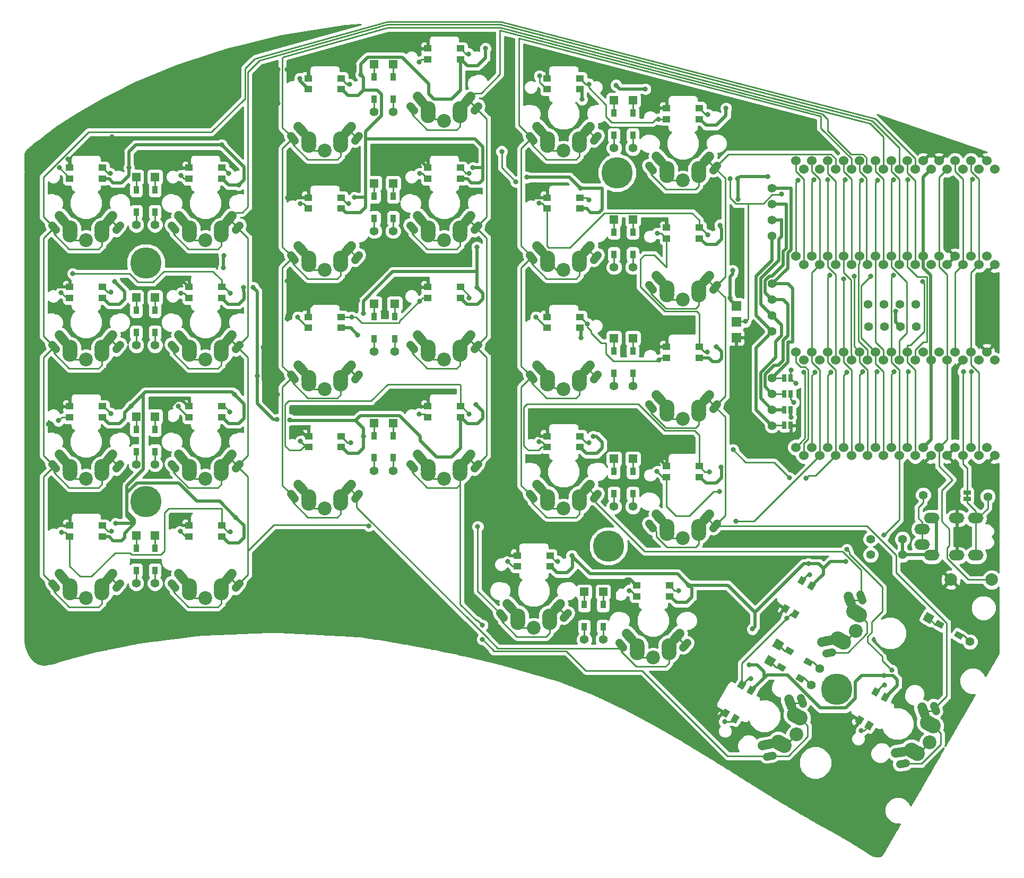
<source format=gtl>
G04 #@! TF.GenerationSoftware,KiCad,Pcbnew,(5.0.1)-3*
G04 #@! TF.CreationDate,2019-04-04T15:30:48+09:00*
G04 #@! TF.ProjectId,yosino58,796F73696E6F35382E6B696361645F70,rev?*
G04 #@! TF.SameCoordinates,PX2781868PY76cdd18*
G04 #@! TF.FileFunction,Copper,L1,Top,Signal*
G04 #@! TF.FilePolarity,Positive*
%FSLAX46Y46*%
G04 Gerber Fmt 4.6, Leading zero omitted, Abs format (unit mm)*
G04 Created by KiCad (PCBNEW (5.0.1)-3) date 2019/04/04 15:30:48*
%MOMM*%
%LPD*%
G01*
G04 APERTURE LIST*
G04 #@! TA.AperFunction,SMDPad,CuDef*
%ADD10R,1.200000X1.000000*%
G04 #@! TD*
G04 #@! TA.AperFunction,SMDPad,CuDef*
%ADD11C,1.000000*%
G04 #@! TD*
G04 #@! TA.AperFunction,Conductor*
%ADD12C,0.100000*%
G04 #@! TD*
G04 #@! TA.AperFunction,ComponentPad*
%ADD13C,1.524000*%
G04 #@! TD*
G04 #@! TA.AperFunction,WasherPad*
%ADD14C,5.000000*%
G04 #@! TD*
G04 #@! TA.AperFunction,ComponentPad*
%ADD15C,1.250000*%
G04 #@! TD*
G04 #@! TA.AperFunction,Conductor*
%ADD16C,1.250000*%
G04 #@! TD*
G04 #@! TA.AperFunction,ComponentPad*
%ADD17C,2.200000*%
G04 #@! TD*
G04 #@! TA.AperFunction,ComponentPad*
%ADD18C,2.400000*%
G04 #@! TD*
G04 #@! TA.AperFunction,ComponentPad*
%ADD19C,1.550000*%
G04 #@! TD*
G04 #@! TA.AperFunction,Conductor*
%ADD20C,1.550000*%
G04 #@! TD*
G04 #@! TA.AperFunction,ComponentPad*
%ADD21C,1.397000*%
G04 #@! TD*
G04 #@! TA.AperFunction,SMDPad,CuDef*
%ADD22R,1.524000X1.524000*%
G04 #@! TD*
G04 #@! TA.AperFunction,SMDPad,CuDef*
%ADD23R,0.950000X1.300000*%
G04 #@! TD*
G04 #@! TA.AperFunction,ComponentPad*
%ADD24R,1.397000X1.397000*%
G04 #@! TD*
G04 #@! TA.AperFunction,SMDPad,CuDef*
%ADD25C,0.950000*%
G04 #@! TD*
G04 #@! TA.AperFunction,ComponentPad*
%ADD26O,2.500000X1.700000*%
G04 #@! TD*
G04 #@! TA.AperFunction,SMDPad,CuDef*
%ADD27R,0.381000X0.381000*%
G04 #@! TD*
G04 #@! TA.AperFunction,SMDPad,CuDef*
%ADD28R,1.143000X0.635000*%
G04 #@! TD*
G04 #@! TA.AperFunction,SMDPad,CuDef*
%ADD29R,0.635000X1.143000*%
G04 #@! TD*
G04 #@! TA.AperFunction,ComponentPad*
%ADD30C,2.000000*%
G04 #@! TD*
G04 #@! TA.AperFunction,ViaPad*
%ADD31C,0.800000*%
G04 #@! TD*
G04 #@! TA.AperFunction,Conductor*
%ADD32C,0.500000*%
G04 #@! TD*
G04 #@! TA.AperFunction,Conductor*
%ADD33C,0.250000*%
G04 #@! TD*
G04 #@! TA.AperFunction,Conductor*
%ADD34C,0.254000*%
G04 #@! TD*
G04 APERTURE END LIST*
D10*
G04 #@! TO.P,L1,2*
G04 #@! TO.N,GND*
X6475000Y77862500D03*
G04 #@! TO.P,L1,1*
G04 #@! TO.N,Net-(L1-Pad1)*
X6475000Y76112500D03*
G04 #@! TO.P,L1,3*
G04 #@! TO.N,Net-(L1-Pad3)*
X11675000Y77862500D03*
G04 #@! TO.P,L1,4*
G04 #@! TO.N,VCC*
X11675000Y76112500D03*
G04 #@! TD*
G04 #@! TO.P,L2,2*
G04 #@! TO.N,GND*
X25525000Y77862500D03*
G04 #@! TO.P,L2,1*
G04 #@! TO.N,Net-(L1-Pad3)*
X25525000Y76112500D03*
G04 #@! TO.P,L2,3*
G04 #@! TO.N,Net-(L2-Pad3)*
X30725000Y77862500D03*
G04 #@! TO.P,L2,4*
G04 #@! TO.N,VCC*
X30725000Y76112500D03*
G04 #@! TD*
G04 #@! TO.P,L3,2*
G04 #@! TO.N,GND*
X44575000Y92150000D03*
G04 #@! TO.P,L3,1*
G04 #@! TO.N,Net-(L2-Pad3)*
X44575000Y90400000D03*
G04 #@! TO.P,L3,3*
G04 #@! TO.N,Net-(L3-Pad3)*
X49775000Y92150000D03*
G04 #@! TO.P,L3,4*
G04 #@! TO.N,VCC*
X49775000Y90400000D03*
G04 #@! TD*
G04 #@! TO.P,L4,2*
G04 #@! TO.N,GND*
X63625000Y96912500D03*
G04 #@! TO.P,L4,1*
G04 #@! TO.N,Net-(L3-Pad3)*
X63625000Y95162500D03*
G04 #@! TO.P,L4,3*
G04 #@! TO.N,Net-(L4-Pad3)*
X68825000Y96912500D03*
G04 #@! TO.P,L4,4*
G04 #@! TO.N,VCC*
X68825000Y95162500D03*
G04 #@! TD*
G04 #@! TO.P,L5,2*
G04 #@! TO.N,GND*
X82675000Y92150000D03*
G04 #@! TO.P,L5,1*
G04 #@! TO.N,Net-(L4-Pad3)*
X82675000Y90400000D03*
G04 #@! TO.P,L5,3*
G04 #@! TO.N,Net-(L5-Pad3)*
X87875000Y92150000D03*
G04 #@! TO.P,L5,4*
G04 #@! TO.N,VCC*
X87875000Y90400000D03*
G04 #@! TD*
G04 #@! TO.P,L6,2*
G04 #@! TO.N,GND*
X101725000Y87387500D03*
G04 #@! TO.P,L6,1*
G04 #@! TO.N,Net-(L5-Pad3)*
X101725000Y85637500D03*
G04 #@! TO.P,L6,3*
G04 #@! TO.N,LED*
X106925000Y87387500D03*
G04 #@! TO.P,L6,4*
G04 #@! TO.N,VCC*
X106925000Y85637500D03*
G04 #@! TD*
G04 #@! TO.P,L7,2*
G04 #@! TO.N,GND*
X6475000Y58812500D03*
G04 #@! TO.P,L7,1*
G04 #@! TO.N,Net-(L7-Pad1)*
X6475000Y57062500D03*
G04 #@! TO.P,L7,3*
G04 #@! TO.N,Net-(L1-Pad1)*
X11675000Y58812500D03*
G04 #@! TO.P,L7,4*
G04 #@! TO.N,VCC*
X11675000Y57062500D03*
G04 #@! TD*
G04 #@! TO.P,L8,2*
G04 #@! TO.N,GND*
X25525000Y58812500D03*
G04 #@! TO.P,L8,1*
G04 #@! TO.N,Net-(L8-Pad1)*
X25525000Y57062500D03*
G04 #@! TO.P,L8,3*
G04 #@! TO.N,Net-(L7-Pad1)*
X30725000Y58812500D03*
G04 #@! TO.P,L8,4*
G04 #@! TO.N,VCC*
X30725000Y57062500D03*
G04 #@! TD*
G04 #@! TO.P,L9,2*
G04 #@! TO.N,GND*
X44575000Y73100000D03*
G04 #@! TO.P,L9,1*
G04 #@! TO.N,Net-(L10-Pad3)*
X44575000Y71350000D03*
G04 #@! TO.P,L9,3*
G04 #@! TO.N,Net-(L8-Pad1)*
X49775000Y73100000D03*
G04 #@! TO.P,L9,4*
G04 #@! TO.N,VCC*
X49775000Y71350000D03*
G04 #@! TD*
G04 #@! TO.P,L10,2*
G04 #@! TO.N,GND*
X63625000Y77862500D03*
G04 #@! TO.P,L10,1*
G04 #@! TO.N,Net-(L10-Pad1)*
X63625000Y76112500D03*
G04 #@! TO.P,L10,3*
G04 #@! TO.N,Net-(L10-Pad3)*
X68825000Y77862500D03*
G04 #@! TO.P,L10,4*
G04 #@! TO.N,VCC*
X68825000Y76112500D03*
G04 #@! TD*
G04 #@! TO.P,L11,2*
G04 #@! TO.N,GND*
X82675000Y73100000D03*
G04 #@! TO.P,L11,1*
G04 #@! TO.N,Net-(L11-Pad1)*
X82675000Y71350000D03*
G04 #@! TO.P,L11,3*
G04 #@! TO.N,Net-(L10-Pad1)*
X87875000Y73100000D03*
G04 #@! TO.P,L11,4*
G04 #@! TO.N,VCC*
X87875000Y71350000D03*
G04 #@! TD*
G04 #@! TO.P,L12,2*
G04 #@! TO.N,GND*
X101725000Y68337500D03*
G04 #@! TO.P,L12,1*
G04 #@! TO.N,Net-(L12-Pad1)*
X101725000Y66587500D03*
G04 #@! TO.P,L12,3*
G04 #@! TO.N,Net-(L11-Pad1)*
X106925000Y68337500D03*
G04 #@! TO.P,L12,4*
G04 #@! TO.N,VCC*
X106925000Y66587500D03*
G04 #@! TD*
G04 #@! TO.P,L13,2*
G04 #@! TO.N,GND*
X6475000Y39762500D03*
G04 #@! TO.P,L13,1*
G04 #@! TO.N,Net-(L13-Pad1)*
X6475000Y38012500D03*
G04 #@! TO.P,L13,3*
G04 #@! TO.N,Net-(L13-Pad3)*
X11675000Y39762500D03*
G04 #@! TO.P,L13,4*
G04 #@! TO.N,VCC*
X11675000Y38012500D03*
G04 #@! TD*
G04 #@! TO.P,L14,2*
G04 #@! TO.N,GND*
X25525000Y39762500D03*
G04 #@! TO.P,L14,1*
G04 #@! TO.N,Net-(L13-Pad3)*
X25525000Y38012500D03*
G04 #@! TO.P,L14,3*
G04 #@! TO.N,Net-(L14-Pad3)*
X30725000Y39762500D03*
G04 #@! TO.P,L14,4*
G04 #@! TO.N,VCC*
X30725000Y38012500D03*
G04 #@! TD*
G04 #@! TO.P,L15,2*
G04 #@! TO.N,GND*
X44575000Y54050000D03*
G04 #@! TO.P,L15,1*
G04 #@! TO.N,Net-(L14-Pad3)*
X44575000Y52300000D03*
G04 #@! TO.P,L15,3*
G04 #@! TO.N,Net-(L15-Pad3)*
X49775000Y54050000D03*
G04 #@! TO.P,L15,4*
G04 #@! TO.N,VCC*
X49775000Y52300000D03*
G04 #@! TD*
G04 #@! TO.P,L16,2*
G04 #@! TO.N,GND*
X63625000Y58812500D03*
G04 #@! TO.P,L16,1*
G04 #@! TO.N,Net-(L15-Pad3)*
X63625000Y57062500D03*
G04 #@! TO.P,L16,3*
G04 #@! TO.N,Net-(L16-Pad3)*
X68825000Y58812500D03*
G04 #@! TO.P,L16,4*
G04 #@! TO.N,VCC*
X68825000Y57062500D03*
G04 #@! TD*
G04 #@! TO.P,L17,2*
G04 #@! TO.N,GND*
X82675000Y54050000D03*
G04 #@! TO.P,L17,1*
G04 #@! TO.N,Net-(L16-Pad3)*
X82675000Y52300000D03*
G04 #@! TO.P,L17,3*
G04 #@! TO.N,Net-(L17-Pad3)*
X87875000Y54050000D03*
G04 #@! TO.P,L17,4*
G04 #@! TO.N,VCC*
X87875000Y52300000D03*
G04 #@! TD*
G04 #@! TO.P,L18,2*
G04 #@! TO.N,GND*
X101725000Y49287500D03*
G04 #@! TO.P,L18,1*
G04 #@! TO.N,Net-(L17-Pad3)*
X101725000Y47537500D03*
G04 #@! TO.P,L18,3*
G04 #@! TO.N,Net-(L12-Pad1)*
X106925000Y49287500D03*
G04 #@! TO.P,L18,4*
G04 #@! TO.N,VCC*
X106925000Y47537500D03*
G04 #@! TD*
G04 #@! TO.P,L19,2*
G04 #@! TO.N,GND*
X6475000Y20712500D03*
G04 #@! TO.P,L19,1*
G04 #@! TO.N,Net-(L19-Pad1)*
X6475000Y18962500D03*
G04 #@! TO.P,L19,3*
G04 #@! TO.N,Net-(L13-Pad1)*
X11675000Y20712500D03*
G04 #@! TO.P,L19,4*
G04 #@! TO.N,VCC*
X11675000Y18962500D03*
G04 #@! TD*
G04 #@! TO.P,L20,2*
G04 #@! TO.N,GND*
X25525000Y20712500D03*
G04 #@! TO.P,L20,1*
G04 #@! TO.N,Net-(L20-Pad1)*
X25525000Y18962500D03*
G04 #@! TO.P,L20,3*
G04 #@! TO.N,Net-(L19-Pad1)*
X30725000Y20712500D03*
G04 #@! TO.P,L20,4*
G04 #@! TO.N,VCC*
X30725000Y18962500D03*
G04 #@! TD*
G04 #@! TO.P,L21,2*
G04 #@! TO.N,GND*
X44593750Y35000000D03*
G04 #@! TO.P,L21,1*
G04 #@! TO.N,Net-(L21-Pad1)*
X44593750Y33250000D03*
G04 #@! TO.P,L21,3*
G04 #@! TO.N,Net-(L20-Pad1)*
X49793750Y35000000D03*
G04 #@! TO.P,L21,4*
G04 #@! TO.N,VCC*
X49793750Y33250000D03*
G04 #@! TD*
G04 #@! TO.P,L22,2*
G04 #@! TO.N,GND*
X63625000Y39762500D03*
G04 #@! TO.P,L22,1*
G04 #@! TO.N,Net-(L22-Pad1)*
X63625000Y38012500D03*
G04 #@! TO.P,L22,3*
G04 #@! TO.N,Net-(L21-Pad1)*
X68825000Y39762500D03*
G04 #@! TO.P,L22,4*
G04 #@! TO.N,VCC*
X68825000Y38012500D03*
G04 #@! TD*
G04 #@! TO.P,L23,2*
G04 #@! TO.N,GND*
X82675000Y35000000D03*
G04 #@! TO.P,L23,1*
G04 #@! TO.N,Net-(L23-Pad1)*
X82675000Y33250000D03*
G04 #@! TO.P,L23,3*
G04 #@! TO.N,Net-(L22-Pad1)*
X87875000Y35000000D03*
G04 #@! TO.P,L23,4*
G04 #@! TO.N,VCC*
X87875000Y33250000D03*
G04 #@! TD*
G04 #@! TO.P,L24,2*
G04 #@! TO.N,GND*
X101725000Y30237500D03*
G04 #@! TO.P,L24,1*
G04 #@! TO.N,Net-(L24-Pad1)*
X101725000Y28487500D03*
G04 #@! TO.P,L24,3*
G04 #@! TO.N,Net-(L23-Pad1)*
X106925000Y30237500D03*
G04 #@! TO.P,L24,4*
G04 #@! TO.N,VCC*
X106925000Y28487500D03*
G04 #@! TD*
G04 #@! TO.P,L25,2*
G04 #@! TO.N,GND*
X77912500Y15950000D03*
G04 #@! TO.P,L25,1*
G04 #@! TO.N,Net-(L25-Pad1)*
X77912500Y14200000D03*
G04 #@! TO.P,L25,3*
G04 #@! TO.N,Net-(L25-Pad3)*
X83112500Y15950000D03*
G04 #@! TO.P,L25,4*
G04 #@! TO.N,VCC*
X83112500Y14200000D03*
G04 #@! TD*
G04 #@! TO.P,L26,2*
G04 #@! TO.N,GND*
X96962500Y11187500D03*
G04 #@! TO.P,L26,1*
G04 #@! TO.N,Net-(L25-Pad3)*
X96962500Y9437500D03*
G04 #@! TO.P,L26,3*
G04 #@! TO.N,Net-(L26-Pad3)*
X102162500Y11187500D03*
G04 #@! TO.P,L26,4*
G04 #@! TO.N,VCC*
X102162500Y9437500D03*
G04 #@! TD*
D11*
G04 #@! TO.P,L27,2*
G04 #@! TO.N,GND*
X111117228Y-9239166D03*
D12*
G04 #@! TD*
G04 #@! TO.N,GND*
G04 #@! TO.C,L27*
G36*
X111250241Y-10008781D02*
X110384215Y-9508781D01*
X110984215Y-8469551D01*
X111850241Y-8969551D01*
X111250241Y-10008781D01*
X111250241Y-10008781D01*
G37*
D11*
G04 #@! TO.P,L27,1*
G04 #@! TO.N,Net-(L26-Pad3)*
X112632772Y-10114166D03*
D12*
G04 #@! TD*
G04 #@! TO.N,Net-(L26-Pad3)*
G04 #@! TO.C,L27*
G36*
X112765785Y-10883781D02*
X111899759Y-10383781D01*
X112499759Y-9344551D01*
X113365785Y-9844551D01*
X112765785Y-10883781D01*
X112765785Y-10883781D01*
G37*
D11*
G04 #@! TO.P,L27,3*
G04 #@! TO.N,Net-(L27-Pad3)*
X113717228Y-4735834D03*
D12*
G04 #@! TD*
G04 #@! TO.N,Net-(L27-Pad3)*
G04 #@! TO.C,L27*
G36*
X113850241Y-5505449D02*
X112984215Y-5005449D01*
X113584215Y-3966219D01*
X114450241Y-4466219D01*
X113850241Y-5505449D01*
X113850241Y-5505449D01*
G37*
D11*
G04 #@! TO.P,L27,4*
G04 #@! TO.N,VCC*
X115232772Y-5610834D03*
D12*
G04 #@! TD*
G04 #@! TO.N,VCC*
G04 #@! TO.C,L27*
G36*
X115365785Y-6380449D02*
X114499759Y-5880449D01*
X115099759Y-4841219D01*
X115965785Y-5341219D01*
X115365785Y-6380449D01*
X115365785Y-6380449D01*
G37*
D11*
G04 #@! TO.P,L28,2*
G04 #@! TO.N,GND*
X120717228Y7460834D03*
D12*
G04 #@! TD*
G04 #@! TO.N,GND*
G04 #@! TO.C,L28*
G36*
X120850241Y6691219D02*
X119984215Y7191219D01*
X120584215Y8230449D01*
X121450241Y7730449D01*
X120850241Y6691219D01*
X120850241Y6691219D01*
G37*
D11*
G04 #@! TO.P,L28,1*
G04 #@! TO.N,Net-(L27-Pad3)*
X122232772Y6585834D03*
D12*
G04 #@! TD*
G04 #@! TO.N,Net-(L27-Pad3)*
G04 #@! TO.C,L28*
G36*
X122365785Y5816219D02*
X121499759Y6316219D01*
X122099759Y7355449D01*
X122965785Y6855449D01*
X122365785Y5816219D01*
X122365785Y5816219D01*
G37*
D11*
G04 #@! TO.P,L28,3*
G04 #@! TO.N,Net-(L28-Pad3)*
X123317228Y11964166D03*
D12*
G04 #@! TD*
G04 #@! TO.N,Net-(L28-Pad3)*
G04 #@! TO.C,L28*
G36*
X123450241Y11194551D02*
X122584215Y11694551D01*
X123184215Y12733781D01*
X124050241Y12233781D01*
X123450241Y11194551D01*
X123450241Y11194551D01*
G37*
D11*
G04 #@! TO.P,L28,4*
G04 #@! TO.N,VCC*
X124832772Y11089166D03*
D12*
G04 #@! TD*
G04 #@! TO.N,VCC*
G04 #@! TO.C,L28*
G36*
X124965785Y10319551D02*
X124099759Y10819551D01*
X124699759Y11858781D01*
X125565785Y11358781D01*
X124965785Y10319551D01*
X124965785Y10319551D01*
G37*
D11*
G04 #@! TO.P,L29,2*
G04 #@! TO.N,GND*
X132517228Y-10339166D03*
D12*
G04 #@! TD*
G04 #@! TO.N,GND*
G04 #@! TO.C,L29*
G36*
X132650241Y-11108781D02*
X131784215Y-10608781D01*
X132384215Y-9569551D01*
X133250241Y-10069551D01*
X132650241Y-11108781D01*
X132650241Y-11108781D01*
G37*
D11*
G04 #@! TO.P,L29,1*
G04 #@! TO.N,Net-(L28-Pad3)*
X134032772Y-11214166D03*
D12*
G04 #@! TD*
G04 #@! TO.N,Net-(L28-Pad3)*
G04 #@! TO.C,L29*
G36*
X134165785Y-11983781D02*
X133299759Y-11483781D01*
X133899759Y-10444551D01*
X134765785Y-10944551D01*
X134165785Y-11983781D01*
X134165785Y-11983781D01*
G37*
D11*
G04 #@! TO.P,L29,3*
G04 #@! TO.N,Net-(L24-Pad1)*
X135117228Y-5835834D03*
D12*
G04 #@! TD*
G04 #@! TO.N,Net-(L24-Pad1)*
G04 #@! TO.C,L29*
G36*
X135250241Y-6605449D02*
X134384215Y-6105449D01*
X134984215Y-5066219D01*
X135850241Y-5566219D01*
X135250241Y-6605449D01*
X135250241Y-6605449D01*
G37*
D11*
G04 #@! TO.P,L29,4*
G04 #@! TO.N,VCC*
X136632772Y-6710834D03*
D12*
G04 #@! TD*
G04 #@! TO.N,VCC*
G04 #@! TO.C,L29*
G36*
X136765785Y-7480449D02*
X135899759Y-6980449D01*
X136499759Y-5941219D01*
X137365785Y-6441219D01*
X136765785Y-7480449D01*
X136765785Y-7480449D01*
G37*
D13*
G04 #@! TO.P,U1,25*
G04 #@! TO.N,Net-(U1-Pad25)*
X154093000Y47138600D03*
G04 #@! TO.P,U1,0*
G04 #@! TO.N,GND*
X152823000Y48465000D03*
G04 #@! TO.P,U1,25*
G04 #@! TO.N,Net-(U1-Pad25)*
X152823000Y33225000D03*
G04 #@! TO.P,U1,0*
G04 #@! TO.N,GND*
X154093000Y31918600D03*
G04 #@! TO.P,U1,24*
G04 #@! TO.N,Net-(U1-Pad24)*
X151553000Y47138600D03*
G04 #@! TO.P,U1,23*
G04 #@! TO.N,GND*
X149013000Y47138600D03*
G04 #@! TO.P,U1,22*
G04 #@! TO.N,reset*
X146473000Y47138600D03*
G04 #@! TO.P,U1,21*
G04 #@! TO.N,VCC*
X143933000Y47138600D03*
G04 #@! TO.P,U1,20*
G04 #@! TO.N,col0*
X141393000Y47138600D03*
G04 #@! TO.P,U1,19*
G04 #@! TO.N,col1*
X138853000Y47138600D03*
G04 #@! TO.P,U1,18*
G04 #@! TO.N,col2*
X136313000Y47138600D03*
G04 #@! TO.P,U1,17*
G04 #@! TO.N,col3*
X133773000Y47138600D03*
G04 #@! TO.P,U1,16*
G04 #@! TO.N,col4*
X131233000Y47138600D03*
G04 #@! TO.P,U1,15*
G04 #@! TO.N,col5*
X128693000Y47138600D03*
G04 #@! TO.P,U1,14*
G04 #@! TO.N,Net-(U1-Pad14)*
X126153000Y47138600D03*
G04 #@! TO.P,U1,13*
G04 #@! TO.N,Net-(U1-Pad13)*
X123613000Y47138600D03*
G04 #@! TO.P,U1,12*
G04 #@! TO.N,Net-(U1-Pad12)*
X123613000Y31918600D03*
G04 #@! TO.P,U1,11*
G04 #@! TO.N,row4*
X126153000Y31918600D03*
G04 #@! TO.P,U1,10*
G04 #@! TO.N,row3*
X128693000Y31918600D03*
G04 #@! TO.P,U1,9*
G04 #@! TO.N,row2*
X131233000Y31918600D03*
G04 #@! TO.P,U1,8*
G04 #@! TO.N,row1*
X133773000Y31918600D03*
G04 #@! TO.P,U1,7*
G04 #@! TO.N,row0*
X136313000Y31918600D03*
G04 #@! TO.P,U1,6*
G04 #@! TO.N,SCL*
X138853000Y31918600D03*
G04 #@! TO.P,U1,5*
G04 #@! TO.N,SDA*
X141393000Y31918600D03*
G04 #@! TO.P,U1,4*
G04 #@! TO.N,GND*
X143933000Y31918600D03*
G04 #@! TO.P,U1,3*
X146473000Y31918600D03*
G04 #@! TO.P,U1,2*
G04 #@! TO.N,data*
X149013000Y31918600D03*
G04 #@! TO.P,U1,1*
G04 #@! TO.N,LED*
X151553000Y31918600D03*
X150283000Y48465000D03*
G04 #@! TO.P,U1,2*
G04 #@! TO.N,data*
X147743000Y48465000D03*
G04 #@! TO.P,U1,3*
G04 #@! TO.N,GND*
X145203000Y48465000D03*
G04 #@! TO.P,U1,4*
X142663000Y48465000D03*
G04 #@! TO.P,U1,5*
G04 #@! TO.N,SDA*
X140123000Y48465000D03*
G04 #@! TO.P,U1,6*
G04 #@! TO.N,SCL*
X137583000Y48465000D03*
G04 #@! TO.P,U1,7*
G04 #@! TO.N,row0*
X135043000Y48465000D03*
G04 #@! TO.P,U1,8*
G04 #@! TO.N,row1*
X132503000Y48465000D03*
G04 #@! TO.P,U1,9*
G04 #@! TO.N,row2*
X129963000Y48465000D03*
G04 #@! TO.P,U1,10*
G04 #@! TO.N,row3*
X127423000Y48465000D03*
G04 #@! TO.P,U1,11*
G04 #@! TO.N,row4*
X124883000Y48465000D03*
G04 #@! TO.P,U1,12*
G04 #@! TO.N,Net-(U1-Pad12)*
X122343000Y48465000D03*
G04 #@! TO.P,U1,13*
G04 #@! TO.N,Net-(U1-Pad13)*
X122343000Y33225000D03*
G04 #@! TO.P,U1,14*
G04 #@! TO.N,Net-(U1-Pad14)*
X124883000Y33225000D03*
G04 #@! TO.P,U1,15*
G04 #@! TO.N,col5*
X127423000Y33225000D03*
G04 #@! TO.P,U1,16*
G04 #@! TO.N,col4*
X129963000Y33225000D03*
G04 #@! TO.P,U1,17*
G04 #@! TO.N,col3*
X132503000Y33225000D03*
G04 #@! TO.P,U1,18*
G04 #@! TO.N,col2*
X135043000Y33225000D03*
G04 #@! TO.P,U1,19*
G04 #@! TO.N,col1*
X137583000Y33225000D03*
G04 #@! TO.P,U1,20*
G04 #@! TO.N,col0*
X140123000Y33225000D03*
G04 #@! TO.P,U1,21*
G04 #@! TO.N,VCC*
X142663000Y33225000D03*
G04 #@! TO.P,U1,22*
G04 #@! TO.N,reset*
X145203000Y33225000D03*
G04 #@! TO.P,U1,23*
G04 #@! TO.N,GND*
X147743000Y33225000D03*
G04 #@! TO.P,U1,24*
G04 #@! TO.N,Net-(U1-Pad24)*
X150283000Y33225000D03*
G04 #@! TO.P,U1,0*
G04 #@! TO.N,GND*
X152823000Y48465000D03*
G04 #@! TO.P,U1,25*
G04 #@! TO.N,Net-(U1-Pad25)*
X154093000Y47138600D03*
X152823000Y33225000D03*
G04 #@! TO.P,U1,0*
G04 #@! TO.N,GND*
X154093000Y31918600D03*
G04 #@! TD*
G04 #@! TO.P,U2,0*
G04 #@! TO.N,GND*
X154093000Y62418600D03*
G04 #@! TO.P,U2,25*
G04 #@! TO.N,Net-(U1-Pad25)*
X152823000Y63725000D03*
X154093000Y77638600D03*
G04 #@! TO.P,U2,0*
G04 #@! TO.N,GND*
X152823000Y78965000D03*
G04 #@! TO.P,U2,24*
G04 #@! TO.N,Net-(U2-Pad24)*
X150283000Y63725000D03*
G04 #@! TO.P,U2,23*
G04 #@! TO.N,GND*
X147743000Y63725000D03*
G04 #@! TO.P,U2,22*
G04 #@! TO.N,reset*
X145203000Y63725000D03*
G04 #@! TO.P,U2,21*
G04 #@! TO.N,VCC*
X142663000Y63725000D03*
G04 #@! TO.P,U2,20*
G04 #@! TO.N,col0*
X140123000Y63725000D03*
G04 #@! TO.P,U2,19*
G04 #@! TO.N,col1*
X137583000Y63725000D03*
G04 #@! TO.P,U2,18*
G04 #@! TO.N,col2*
X135043000Y63725000D03*
G04 #@! TO.P,U2,17*
G04 #@! TO.N,col3*
X132503000Y63725000D03*
G04 #@! TO.P,U2,16*
G04 #@! TO.N,col4*
X129963000Y63725000D03*
G04 #@! TO.P,U2,15*
G04 #@! TO.N,col5*
X127423000Y63725000D03*
G04 #@! TO.P,U2,14*
G04 #@! TO.N,Net-(U2-Pad14)*
X124883000Y63725000D03*
G04 #@! TO.P,U2,13*
G04 #@! TO.N,Net-(U2-Pad13)*
X122343000Y63725000D03*
G04 #@! TO.P,U2,12*
G04 #@! TO.N,Net-(U2-Pad12)*
X122343000Y78965000D03*
G04 #@! TO.P,U2,11*
G04 #@! TO.N,row4*
X124883000Y78965000D03*
G04 #@! TO.P,U2,10*
G04 #@! TO.N,row3*
X127423000Y78965000D03*
G04 #@! TO.P,U2,9*
G04 #@! TO.N,row2*
X129963000Y78965000D03*
G04 #@! TO.P,U2,8*
G04 #@! TO.N,row1*
X132503000Y78965000D03*
G04 #@! TO.P,U2,7*
G04 #@! TO.N,row0*
X135043000Y78965000D03*
G04 #@! TO.P,U2,6*
G04 #@! TO.N,SCL*
X137583000Y78965000D03*
G04 #@! TO.P,U2,5*
G04 #@! TO.N,SDA*
X140123000Y78965000D03*
G04 #@! TO.P,U2,4*
G04 #@! TO.N,GND*
X142663000Y78965000D03*
G04 #@! TO.P,U2,3*
X145203000Y78965000D03*
G04 #@! TO.P,U2,2*
G04 #@! TO.N,data*
X147743000Y78965000D03*
G04 #@! TO.P,U2,1*
G04 #@! TO.N,LED*
X150283000Y78965000D03*
X151553000Y62418600D03*
G04 #@! TO.P,U2,2*
G04 #@! TO.N,data*
X149013000Y62418600D03*
G04 #@! TO.P,U2,3*
G04 #@! TO.N,GND*
X146473000Y62418600D03*
G04 #@! TO.P,U2,4*
X143933000Y62418600D03*
G04 #@! TO.P,U2,5*
G04 #@! TO.N,SDA*
X141393000Y62418600D03*
G04 #@! TO.P,U2,6*
G04 #@! TO.N,SCL*
X138853000Y62418600D03*
G04 #@! TO.P,U2,7*
G04 #@! TO.N,row0*
X136313000Y62418600D03*
G04 #@! TO.P,U2,8*
G04 #@! TO.N,row1*
X133773000Y62418600D03*
G04 #@! TO.P,U2,9*
G04 #@! TO.N,row2*
X131233000Y62418600D03*
G04 #@! TO.P,U2,10*
G04 #@! TO.N,row3*
X128693000Y62418600D03*
G04 #@! TO.P,U2,11*
G04 #@! TO.N,row4*
X126153000Y62418600D03*
G04 #@! TO.P,U2,12*
G04 #@! TO.N,Net-(U2-Pad12)*
X123613000Y62418600D03*
G04 #@! TO.P,U2,13*
G04 #@! TO.N,Net-(U2-Pad13)*
X123613000Y77638600D03*
G04 #@! TO.P,U2,14*
G04 #@! TO.N,Net-(U2-Pad14)*
X126153000Y77638600D03*
G04 #@! TO.P,U2,15*
G04 #@! TO.N,col5*
X128693000Y77638600D03*
G04 #@! TO.P,U2,16*
G04 #@! TO.N,col4*
X131233000Y77638600D03*
G04 #@! TO.P,U2,17*
G04 #@! TO.N,col3*
X133773000Y77638600D03*
G04 #@! TO.P,U2,18*
G04 #@! TO.N,col2*
X136313000Y77638600D03*
G04 #@! TO.P,U2,19*
G04 #@! TO.N,col1*
X138853000Y77638600D03*
G04 #@! TO.P,U2,20*
G04 #@! TO.N,col0*
X141393000Y77638600D03*
G04 #@! TO.P,U2,21*
G04 #@! TO.N,VCC*
X143933000Y77638600D03*
G04 #@! TO.P,U2,22*
G04 #@! TO.N,reset*
X146473000Y77638600D03*
G04 #@! TO.P,U2,23*
G04 #@! TO.N,GND*
X149013000Y77638600D03*
G04 #@! TO.P,U2,24*
G04 #@! TO.N,Net-(U2-Pad24)*
X151553000Y77638600D03*
G04 #@! TO.P,U2,0*
G04 #@! TO.N,GND*
X154093000Y62418600D03*
G04 #@! TO.P,U2,25*
G04 #@! TO.N,Net-(U1-Pad25)*
X152823000Y63725000D03*
G04 #@! TO.P,U2,0*
G04 #@! TO.N,GND*
X152823000Y78965000D03*
G04 #@! TO.P,U2,25*
G04 #@! TO.N,Net-(U1-Pad25)*
X154093000Y77638600D03*
G04 #@! TD*
D14*
G04 #@! TO.P,Ref\002A\002A,*
G04 #@! TO.N,*
X18600000Y24575000D03*
G04 #@! TD*
G04 #@! TO.P,Ref\002A\002A,*
G04 #@! TO.N,*
X18600000Y62700000D03*
G04 #@! TD*
G04 #@! TO.P,Ref\002A\002A,*
G04 #@! TO.N,*
X93825000Y77075000D03*
G04 #@! TD*
G04 #@! TO.P,Ref\002A\002A,*
G04 #@! TO.N,*
X92425000Y17475000D03*
G04 #@! TD*
G04 #@! TO.P,Ref\002A\002A,*
G04 #@! TO.N,*
X128900000Y-5450000D03*
G04 #@! TD*
D15*
G04 #@! TO.P,SW29,1*
G04 #@! TO.N,col5*
X139402499Y-17291730D03*
D16*
G04 #@! TD*
G04 #@! TO.N,col5*
G04 #@! TO.C,SW29*
X139870283Y-17209247D02*
X138934715Y-17374213D01*
D15*
G04 #@! TO.P,SW29,1*
G04 #@! TO.N,col5*
X144502499Y-8458270D03*
D16*
G04 #@! TD*
G04 #@! TO.N,col5*
G04 #@! TO.C,SW29*
X144340039Y-8011916D02*
X144664959Y-8904624D01*
D17*
G04 #@! TO.P,SW29,2*
G04 #@! TO.N,Net-(D29-Pad2)*
X143684550Y-13875000D03*
D18*
X141704409Y-15664705D03*
D19*
G04 #@! TO.P,SW29,1*
G04 #@! TO.N,col5*
X142679705Y-8895443D03*
D20*
G04 #@! TD*
G04 #@! TO.N,col5*
G04 #@! TO.C,SW29*
X142465942Y-8308135D02*
X142893468Y-9482751D01*
D18*
G04 #@! TO.P,SW29,1*
G04 #@! TO.N,col5*
X144244409Y-11265295D03*
D19*
G04 #@! TO.P,SW29,2*
G04 #@! TO.N,Net-(D29-Pad2)*
X138869705Y-15494557D03*
D20*
G04 #@! TD*
G04 #@! TO.N,Net-(D29-Pad2)*
G04 #@! TO.C,SW29*
X139485210Y-15386027D02*
X138254200Y-15603087D01*
D18*
G04 #@! TO.P,SW29,2*
G04 #@! TO.N,Net-(D29-Pad2)*
X141202114Y-15374705D03*
X140769102Y-15124705D03*
G04 #@! TO.P,SW29,1*
G04 #@! TO.N,col5*
X143309102Y-10725295D03*
X143742113Y-10975295D03*
G04 #@! TD*
G04 #@! TO.P,SW13,1*
G04 #@! TO.N,col0*
X11615000Y29625000D03*
X11615000Y30125000D03*
G04 #@! TO.P,SW13,2*
G04 #@! TO.N,Net-(D13-Pad2)*
X6535000Y30125000D03*
X6535000Y29625000D03*
D19*
X5265000Y31585000D03*
D20*
G04 #@! TD*
G04 #@! TO.N,Net-(D13-Pad2)*
G04 #@! TO.C,SW13*
X5666742Y31106222D02*
X4863258Y32063778D01*
D18*
G04 #@! TO.P,SW13,1*
G04 #@! TO.N,col0*
X11615000Y29045000D03*
D19*
X12885000Y31585000D03*
D20*
G04 #@! TD*
G04 #@! TO.N,col0*
G04 #@! TO.C,SW13*
X13286742Y32063778D02*
X12483258Y31106222D01*
D18*
G04 #@! TO.P,SW13,2*
G04 #@! TO.N,Net-(D13-Pad2)*
X6535000Y29045000D03*
D17*
X9075000Y28225000D03*
D15*
G04 #@! TO.P,SW13,1*
G04 #@! TO.N,col0*
X14175000Y30225000D03*
D16*
G04 #@! TD*
G04 #@! TO.N,col0*
G04 #@! TO.C,SW13*
X14480324Y30588871D02*
X13869676Y29861129D01*
D15*
G04 #@! TO.P,SW13,1*
G04 #@! TO.N,col0*
X3975000Y30225000D03*
D16*
G04 #@! TD*
G04 #@! TO.N,col0*
G04 #@! TO.C,SW13*
X4280324Y29861129D02*
X3669676Y30588871D01*
D21*
G04 #@! TO.P,J6,4*
G04 #@! TO.N,Net-(J2-Pad4)*
X133905000Y56100000D03*
G04 #@! TO.P,J6,3*
G04 #@! TO.N,Net-(J2-Pad3)*
X136445000Y56100000D03*
G04 #@! TO.P,J6,2*
G04 #@! TO.N,Net-(J2-Pad2)*
X138985000Y56100000D03*
G04 #@! TO.P,J6,1*
G04 #@! TO.N,Net-(J2-Pad1)*
X141525000Y56100000D03*
G04 #@! TD*
G04 #@! TO.P,J3,1*
G04 #@! TO.N,Net-(J2-Pad1)*
X118575000Y59325000D03*
G04 #@! TO.P,J3,2*
G04 #@! TO.N,Net-(J2-Pad2)*
X118575000Y56785000D03*
G04 #@! TO.P,J3,3*
G04 #@! TO.N,Net-(J2-Pad3)*
X118575000Y54245000D03*
G04 #@! TO.P,J3,4*
G04 #@! TO.N,Net-(J2-Pad4)*
X118575000Y51705000D03*
G04 #@! TD*
G04 #@! TO.P,J5,4*
G04 #@! TO.N,Net-(J2-Pad4)*
X141536000Y52540000D03*
G04 #@! TO.P,J5,3*
G04 #@! TO.N,Net-(J2-Pad3)*
X138996000Y52540000D03*
G04 #@! TO.P,J5,2*
G04 #@! TO.N,Net-(J2-Pad2)*
X136456000Y52540000D03*
G04 #@! TO.P,J5,1*
G04 #@! TO.N,Net-(J2-Pad1)*
X133916000Y52540000D03*
G04 #@! TD*
G04 #@! TO.P,J4,1*
G04 #@! TO.N,Net-(J2-Pad1)*
X118575000Y74575000D03*
G04 #@! TO.P,J4,2*
G04 #@! TO.N,Net-(J2-Pad2)*
X118575000Y72035000D03*
G04 #@! TO.P,J4,3*
G04 #@! TO.N,Net-(J2-Pad3)*
X118575000Y69495000D03*
G04 #@! TO.P,J4,4*
G04 #@! TO.N,Net-(J2-Pad4)*
X118575000Y66955000D03*
G04 #@! TD*
D22*
G04 #@! TO.P,J0,3*
G04 #@! TO.N,VCC*
X112850000Y55815000D03*
G04 #@! TO.P,J0,2*
G04 #@! TO.N,LED*
X112850000Y53275000D03*
G04 #@! TO.P,J0,1*
G04 #@! TO.N,GND*
X112850000Y50735000D03*
G04 #@! TD*
D23*
G04 #@! TO.P,D1,1*
G04 #@! TO.N,row0*
X17075000Y74350000D03*
D24*
X17075000Y76385000D03*
D21*
G04 #@! TO.P,D1,2*
G04 #@! TO.N,Net-(D1-Pad2)*
X17075000Y68765000D03*
D23*
X17075000Y70800000D03*
G04 #@! TD*
G04 #@! TO.P,D2,1*
G04 #@! TO.N,row0*
X20075000Y74350000D03*
D24*
X20075000Y76385000D03*
D21*
G04 #@! TO.P,D2,2*
G04 #@! TO.N,Net-(D2-Pad2)*
X20075000Y68765000D03*
D23*
X20075000Y70800000D03*
G04 #@! TD*
G04 #@! TO.P,D3,1*
G04 #@! TO.N,row0*
X55075000Y92350000D03*
D24*
X55075000Y94385000D03*
D21*
G04 #@! TO.P,D3,2*
G04 #@! TO.N,Net-(D3-Pad2)*
X55075000Y86765000D03*
D23*
X55075000Y88800000D03*
G04 #@! TD*
G04 #@! TO.P,D4,2*
G04 #@! TO.N,Net-(D4-Pad2)*
X58075000Y88800000D03*
D21*
X58075000Y86765000D03*
D24*
G04 #@! TO.P,D4,1*
G04 #@! TO.N,row0*
X58075000Y94385000D03*
D23*
X58075000Y92350000D03*
G04 #@! TD*
G04 #@! TO.P,D5,1*
G04 #@! TO.N,row0*
X93325000Y86600000D03*
D24*
X93325000Y88635000D03*
D21*
G04 #@! TO.P,D5,2*
G04 #@! TO.N,Net-(D5-Pad2)*
X93325000Y81015000D03*
D23*
X93325000Y83050000D03*
G04 #@! TD*
G04 #@! TO.P,D6,2*
G04 #@! TO.N,Net-(D6-Pad2)*
X96325000Y83050000D03*
D21*
X96325000Y81015000D03*
D24*
G04 #@! TO.P,D6,1*
G04 #@! TO.N,row0*
X96325000Y88635000D03*
D23*
X96325000Y86600000D03*
G04 #@! TD*
G04 #@! TO.P,D7,1*
G04 #@! TO.N,row1*
X17075000Y55100000D03*
D24*
X17075000Y57135000D03*
D21*
G04 #@! TO.P,D7,2*
G04 #@! TO.N,Net-(D7-Pad2)*
X17075000Y49515000D03*
D23*
X17075000Y51550000D03*
G04 #@! TD*
G04 #@! TO.P,D8,1*
G04 #@! TO.N,row1*
X20075000Y55100000D03*
D24*
X20075000Y57135000D03*
D21*
G04 #@! TO.P,D8,2*
G04 #@! TO.N,Net-(D8-Pad2)*
X20075000Y49515000D03*
D23*
X20075000Y51550000D03*
G04 #@! TD*
G04 #@! TO.P,D9,2*
G04 #@! TO.N,Net-(D9-Pad2)*
X55075000Y69800000D03*
D21*
X55075000Y67765000D03*
D24*
G04 #@! TO.P,D9,1*
G04 #@! TO.N,row1*
X55075000Y75385000D03*
D23*
X55075000Y73350000D03*
G04 #@! TD*
G04 #@! TO.P,D10,2*
G04 #@! TO.N,Net-(D10-Pad2)*
X58075000Y69800000D03*
D21*
X58075000Y67765000D03*
D24*
G04 #@! TO.P,D10,1*
G04 #@! TO.N,row1*
X58075000Y75385000D03*
D23*
X58075000Y73350000D03*
G04 #@! TD*
G04 #@! TO.P,D11,2*
G04 #@! TO.N,Net-(D11-Pad2)*
X93325000Y64050000D03*
D21*
X93325000Y62015000D03*
D24*
G04 #@! TO.P,D11,1*
G04 #@! TO.N,row1*
X93325000Y69635000D03*
D23*
X93325000Y67600000D03*
G04 #@! TD*
G04 #@! TO.P,D12,1*
G04 #@! TO.N,row1*
X96325000Y67600000D03*
D24*
X96325000Y69635000D03*
D21*
G04 #@! TO.P,D12,2*
G04 #@! TO.N,Net-(D12-Pad2)*
X96325000Y62015000D03*
D23*
X96325000Y64050000D03*
G04 #@! TD*
G04 #@! TO.P,D13,1*
G04 #@! TO.N,row2*
X17075000Y36100000D03*
D24*
X17075000Y38135000D03*
D21*
G04 #@! TO.P,D13,2*
G04 #@! TO.N,Net-(D13-Pad2)*
X17075000Y30515000D03*
D23*
X17075000Y32550000D03*
G04 #@! TD*
G04 #@! TO.P,D14,2*
G04 #@! TO.N,Net-(D14-Pad2)*
X20075000Y32550000D03*
D21*
X20075000Y30515000D03*
D24*
G04 #@! TO.P,D14,1*
G04 #@! TO.N,row2*
X20075000Y38135000D03*
D23*
X20075000Y36100000D03*
G04 #@! TD*
G04 #@! TO.P,D15,1*
G04 #@! TO.N,row2*
X55075000Y54100000D03*
D24*
X55075000Y56135000D03*
D21*
G04 #@! TO.P,D15,2*
G04 #@! TO.N,Net-(D15-Pad2)*
X55075000Y48515000D03*
D23*
X55075000Y50550000D03*
G04 #@! TD*
G04 #@! TO.P,D16,2*
G04 #@! TO.N,Net-(D16-Pad2)*
X58325000Y50550000D03*
D21*
X58325000Y48515000D03*
D24*
G04 #@! TO.P,D16,1*
G04 #@! TO.N,row2*
X58325000Y56135000D03*
D23*
X58325000Y54100000D03*
G04 #@! TD*
G04 #@! TO.P,D17,1*
G04 #@! TO.N,row2*
X93325000Y48600000D03*
D24*
X93325000Y50635000D03*
D21*
G04 #@! TO.P,D17,2*
G04 #@! TO.N,Net-(D17-Pad2)*
X93325000Y43015000D03*
D23*
X93325000Y45050000D03*
G04 #@! TD*
G04 #@! TO.P,D18,2*
G04 #@! TO.N,Net-(D18-Pad2)*
X96325000Y45050000D03*
D21*
X96325000Y43015000D03*
D24*
G04 #@! TO.P,D18,1*
G04 #@! TO.N,row2*
X96325000Y50635000D03*
D23*
X96325000Y48600000D03*
G04 #@! TD*
G04 #@! TO.P,D19,2*
G04 #@! TO.N,Net-(D19-Pad2)*
X17075000Y13550000D03*
D21*
X17075000Y11515000D03*
D24*
G04 #@! TO.P,D19,1*
G04 #@! TO.N,row3*
X17075000Y19135000D03*
D23*
X17075000Y17100000D03*
G04 #@! TD*
G04 #@! TO.P,D20,1*
G04 #@! TO.N,row3*
X20075000Y17100000D03*
D24*
X20075000Y19135000D03*
D21*
G04 #@! TO.P,D20,2*
G04 #@! TO.N,Net-(D20-Pad2)*
X20075000Y11515000D03*
D23*
X20075000Y13550000D03*
G04 #@! TD*
G04 #@! TO.P,D21,2*
G04 #@! TO.N,Net-(D21-Pad2)*
X55075000Y31550000D03*
D21*
X55075000Y29515000D03*
D24*
G04 #@! TO.P,D21,1*
G04 #@! TO.N,row3*
X55075000Y37135000D03*
D23*
X55075000Y35100000D03*
G04 #@! TD*
G04 #@! TO.P,D22,1*
G04 #@! TO.N,row3*
X58075000Y35100000D03*
D24*
X58075000Y37135000D03*
D21*
G04 #@! TO.P,D22,2*
G04 #@! TO.N,Net-(D22-Pad2)*
X58075000Y29515000D03*
D23*
X58075000Y31550000D03*
G04 #@! TD*
G04 #@! TO.P,D23,1*
G04 #@! TO.N,row3*
X93325000Y29350000D03*
D24*
X93325000Y31385000D03*
D21*
G04 #@! TO.P,D23,2*
G04 #@! TO.N,Net-(D23-Pad2)*
X93325000Y23765000D03*
D23*
X93325000Y25800000D03*
G04 #@! TD*
G04 #@! TO.P,D24,2*
G04 #@! TO.N,Net-(D24-Pad2)*
X96325000Y25800000D03*
D21*
X96325000Y23765000D03*
D24*
G04 #@! TO.P,D24,1*
G04 #@! TO.N,row3*
X96325000Y31385000D03*
D23*
X96325000Y29350000D03*
G04 #@! TD*
G04 #@! TO.P,D25,2*
G04 #@! TO.N,Net-(D25-Pad2)*
X88575000Y4550000D03*
D21*
X88575000Y2515000D03*
D24*
G04 #@! TO.P,D25,1*
G04 #@! TO.N,row4*
X88575000Y10135000D03*
D23*
X88575000Y8100000D03*
G04 #@! TD*
G04 #@! TO.P,D26,1*
G04 #@! TO.N,row4*
X91575000Y8100000D03*
D24*
X91575000Y10135000D03*
D21*
G04 #@! TO.P,D26,2*
G04 #@! TO.N,Net-(D26-Pad2)*
X91575000Y2515000D03*
D23*
X91575000Y4550000D03*
G04 #@! TD*
D25*
G04 #@! TO.P,D27,1*
G04 #@! TO.N,row4*
X120000610Y-1900000D03*
D12*
G04 #@! TD*
G04 #@! TO.N,row4*
G04 #@! TO.C,D27*
G36*
X119200193Y-1986362D02*
X119675193Y-1163638D01*
X120801027Y-1813638D01*
X120326027Y-2636362D01*
X119200193Y-1986362D01*
X119200193Y-1986362D01*
G37*
D21*
G04 #@! TO.P,D27,1*
G04 #@! TO.N,row4*
X118238248Y-882500D03*
D12*
G04 #@! TD*
G04 #@! TO.N,row4*
G04 #@! TO.C,D27*
G36*
X117284079Y-1138169D02*
X117982579Y71669D01*
X119192417Y-626831D01*
X118493917Y-1836669D01*
X117284079Y-1138169D01*
X117284079Y-1138169D01*
G37*
D21*
G04 #@! TO.P,D27,2*
G04 #@! TO.N,Net-(D27-Pad2)*
X124837362Y-4692500D03*
D25*
X123075000Y-3675000D03*
D12*
G04 #@! TD*
G04 #@! TO.N,Net-(D27-Pad2)*
G04 #@! TO.C,D27*
G36*
X122274583Y-3761362D02*
X122749583Y-2938638D01*
X123875417Y-3588638D01*
X123400417Y-4411362D01*
X122274583Y-3761362D01*
X122274583Y-3761362D01*
G37*
D25*
G04 #@! TO.P,D28,2*
G04 #@! TO.N,Net-(D28-Pad2)*
X124362195Y-1062500D03*
D12*
G04 #@! TD*
G04 #@! TO.N,Net-(D28-Pad2)*
G04 #@! TO.C,D28*
G36*
X123561778Y-1148862D02*
X124036778Y-326138D01*
X125162612Y-976138D01*
X124687612Y-1798862D01*
X123561778Y-1148862D01*
X123561778Y-1148862D01*
G37*
D21*
G04 #@! TO.P,D28,2*
G04 #@! TO.N,Net-(D28-Pad2)*
X126124557Y-2080000D03*
G04 #@! TO.P,D28,1*
G04 #@! TO.N,row4*
X119525443Y1730000D03*
D12*
G04 #@! TD*
G04 #@! TO.N,row4*
G04 #@! TO.C,D28*
G36*
X118571274Y1474331D02*
X119269774Y2684169D01*
X120479612Y1985669D01*
X119781112Y775831D01*
X118571274Y1474331D01*
X118571274Y1474331D01*
G37*
D25*
G04 #@! TO.P,D28,1*
G04 #@! TO.N,row4*
X121287805Y712500D03*
D12*
G04 #@! TD*
G04 #@! TO.N,row4*
G04 #@! TO.C,D28*
G36*
X120487388Y626138D02*
X120962388Y1448862D01*
X122088222Y798862D01*
X121613222Y-23862D01*
X120487388Y626138D01*
X120487388Y626138D01*
G37*
D25*
G04 #@! TO.P,D29,2*
G04 #@! TO.N,Net-(D29-Pad2)*
X148362195Y3187500D03*
D12*
G04 #@! TD*
G04 #@! TO.N,Net-(D29-Pad2)*
G04 #@! TO.C,D29*
G36*
X147561778Y3101138D02*
X148036778Y3923862D01*
X149162612Y3273862D01*
X148687612Y2451138D01*
X147561778Y3101138D01*
X147561778Y3101138D01*
G37*
D21*
G04 #@! TO.P,D29,2*
G04 #@! TO.N,Net-(D29-Pad2)*
X150124557Y2170000D03*
G04 #@! TO.P,D29,1*
G04 #@! TO.N,row4*
X143525443Y5980000D03*
D12*
G04 #@! TD*
G04 #@! TO.N,row4*
G04 #@! TO.C,D29*
G36*
X142571274Y5724331D02*
X143269774Y6934169D01*
X144479612Y6235669D01*
X143781112Y5025831D01*
X142571274Y5724331D01*
X142571274Y5724331D01*
G37*
D25*
G04 #@! TO.P,D29,1*
G04 #@! TO.N,row4*
X145287805Y4962500D03*
D12*
G04 #@! TD*
G04 #@! TO.N,row4*
G04 #@! TO.C,D29*
G36*
X144487388Y4876138D02*
X144962388Y5698862D01*
X146088222Y5048862D01*
X145613222Y4226138D01*
X144487388Y4876138D01*
X144487388Y4876138D01*
G37*
D26*
G04 #@! TO.P,J1,D*
G04 #@! TO.N,VCC*
X144025000Y21925000D03*
G04 #@! TO.P,J1,A*
G04 #@! TO.N,Net-(J1-PadA)*
X142525000Y17725000D03*
G04 #@! TO.P,J1,B*
G04 #@! TO.N,Net-(J1-PadB)*
X151025000Y21925000D03*
G04 #@! TO.P,J1,C*
G04 #@! TO.N,GND*
X148025000Y21925000D03*
G04 #@! TO.P,J1,B*
G04 #@! TO.N,Net-(J1-PadB)*
X151025000Y15975000D03*
G04 #@! TO.P,J1,C*
G04 #@! TO.N,GND*
X148025000Y15975000D03*
G04 #@! TO.P,J1,D*
G04 #@! TO.N,VCC*
X144025000Y15975000D03*
G04 #@! TO.P,J1,A*
G04 #@! TO.N,Net-(J1-PadA)*
X142525000Y20175000D03*
G04 #@! TD*
D21*
G04 #@! TO.P,J2,1*
G04 #@! TO.N,Net-(J2-Pad1)*
X118575000Y44315000D03*
G04 #@! TO.P,J2,2*
G04 #@! TO.N,Net-(J2-Pad2)*
X118575000Y41775000D03*
G04 #@! TO.P,J2,3*
G04 #@! TO.N,Net-(J2-Pad3)*
X118575000Y39235000D03*
G04 #@! TO.P,J2,4*
G04 #@! TO.N,Net-(J2-Pad4)*
X118575000Y36695000D03*
G04 #@! TD*
D27*
G04 #@! TO.P,JP1,*
G04 #@! TO.N,*
X149664000Y25489000D03*
D28*
G04 #@! TO.P,JP1,2*
G04 #@! TO.N,Net-(J1-PadB)*
X149664000Y24988620D03*
G04 #@! TO.P,JP1,1*
G04 #@! TO.N,data*
X149664000Y25989380D03*
G04 #@! TD*
D29*
G04 #@! TO.P,JP2,2*
G04 #@! TO.N,GND*
X121525380Y36725000D03*
G04 #@! TO.P,JP2,1*
G04 #@! TO.N,Net-(J2-Pad4)*
X120524620Y36725000D03*
G04 #@! TD*
G04 #@! TO.P,JP3,1*
G04 #@! TO.N,Net-(J2-Pad3)*
X120524620Y39225000D03*
G04 #@! TO.P,JP3,2*
G04 #@! TO.N,VCC*
X121525380Y39225000D03*
G04 #@! TD*
G04 #@! TO.P,JP4,2*
G04 #@! TO.N,SCL*
X121525380Y41775000D03*
G04 #@! TO.P,JP4,1*
G04 #@! TO.N,Net-(J2-Pad2)*
X120524620Y41775000D03*
G04 #@! TD*
G04 #@! TO.P,JP5,1*
G04 #@! TO.N,Net-(J2-Pad1)*
X120524620Y44315000D03*
G04 #@! TO.P,JP5,2*
G04 #@! TO.N,SDA*
X121525380Y44315000D03*
G04 #@! TD*
D21*
G04 #@! TO.P,P1,1*
G04 #@! TO.N,Net-(J1-PadA)*
X142679000Y25616000D03*
G04 #@! TD*
G04 #@! TO.P,P2,1*
G04 #@! TO.N,Net-(J1-PadB)*
X152966000Y25362000D03*
G04 #@! TD*
G04 #@! TO.P,R1,1*
G04 #@! TO.N,VCC*
X139365000Y16075000D03*
G04 #@! TO.P,R1,2*
G04 #@! TO.N,SDA*
X134285000Y16075000D03*
G04 #@! TD*
G04 #@! TO.P,R2,2*
G04 #@! TO.N,SCL*
X134285000Y18575000D03*
G04 #@! TO.P,R2,1*
G04 #@! TO.N,VCC*
X139365000Y18575000D03*
G04 #@! TD*
D30*
G04 #@! TO.P,RSW1,1*
G04 #@! TO.N,reset*
X153575000Y12075000D03*
G04 #@! TO.P,RSW1,2*
G04 #@! TO.N,GND*
X147075000Y12075000D03*
G04 #@! TD*
D15*
G04 #@! TO.P,SW1,1*
G04 #@! TO.N,col0*
X3975000Y68325000D03*
D16*
G04 #@! TD*
G04 #@! TO.N,col0*
G04 #@! TO.C,SW1*
X4280324Y67961129D02*
X3669676Y68688871D01*
D15*
G04 #@! TO.P,SW1,1*
G04 #@! TO.N,col0*
X14175000Y68325000D03*
D16*
G04 #@! TD*
G04 #@! TO.N,col0*
G04 #@! TO.C,SW1*
X14480324Y68688871D02*
X13869676Y67961129D01*
D17*
G04 #@! TO.P,SW1,2*
G04 #@! TO.N,Net-(D1-Pad2)*
X9075000Y66325000D03*
D18*
X6535000Y67145000D03*
D19*
G04 #@! TO.P,SW1,1*
G04 #@! TO.N,col0*
X12885000Y69685000D03*
D20*
G04 #@! TD*
G04 #@! TO.N,col0*
G04 #@! TO.C,SW1*
X13286742Y70163778D02*
X12483258Y69206222D01*
D18*
G04 #@! TO.P,SW1,1*
G04 #@! TO.N,col0*
X11615000Y67145000D03*
D19*
G04 #@! TO.P,SW1,2*
G04 #@! TO.N,Net-(D1-Pad2)*
X5265000Y69685000D03*
D20*
G04 #@! TD*
G04 #@! TO.N,Net-(D1-Pad2)*
G04 #@! TO.C,SW1*
X5666742Y69206222D02*
X4863258Y70163778D01*
D18*
G04 #@! TO.P,SW1,2*
G04 #@! TO.N,Net-(D1-Pad2)*
X6535000Y67725000D03*
X6535000Y68225000D03*
G04 #@! TO.P,SW1,1*
G04 #@! TO.N,col0*
X11615000Y68225000D03*
X11615000Y67725000D03*
G04 #@! TD*
D15*
G04 #@! TO.P,SW2,1*
G04 #@! TO.N,col1*
X23025000Y68325000D03*
D16*
G04 #@! TD*
G04 #@! TO.N,col1*
G04 #@! TO.C,SW2*
X23330324Y67961129D02*
X22719676Y68688871D01*
D15*
G04 #@! TO.P,SW2,1*
G04 #@! TO.N,col1*
X33225000Y68325000D03*
D16*
G04 #@! TD*
G04 #@! TO.N,col1*
G04 #@! TO.C,SW2*
X33530324Y68688871D02*
X32919676Y67961129D01*
D17*
G04 #@! TO.P,SW2,2*
G04 #@! TO.N,Net-(D2-Pad2)*
X28125000Y66325000D03*
D18*
X25585000Y67145000D03*
D19*
G04 #@! TO.P,SW2,1*
G04 #@! TO.N,col1*
X31935000Y69685000D03*
D20*
G04 #@! TD*
G04 #@! TO.N,col1*
G04 #@! TO.C,SW2*
X32336742Y70163778D02*
X31533258Y69206222D01*
D18*
G04 #@! TO.P,SW2,1*
G04 #@! TO.N,col1*
X30665000Y67145000D03*
D19*
G04 #@! TO.P,SW2,2*
G04 #@! TO.N,Net-(D2-Pad2)*
X24315000Y69685000D03*
D20*
G04 #@! TD*
G04 #@! TO.N,Net-(D2-Pad2)*
G04 #@! TO.C,SW2*
X24716742Y69206222D02*
X23913258Y70163778D01*
D18*
G04 #@! TO.P,SW2,2*
G04 #@! TO.N,Net-(D2-Pad2)*
X25585000Y67725000D03*
X25585000Y68225000D03*
G04 #@! TO.P,SW2,1*
G04 #@! TO.N,col1*
X30665000Y68225000D03*
X30665000Y67725000D03*
G04 #@! TD*
G04 #@! TO.P,SW3,1*
G04 #@! TO.N,col2*
X49715000Y82012500D03*
X49715000Y82512500D03*
G04 #@! TO.P,SW3,2*
G04 #@! TO.N,Net-(D3-Pad2)*
X44635000Y82512500D03*
X44635000Y82012500D03*
D19*
X43365000Y83972500D03*
D20*
G04 #@! TD*
G04 #@! TO.N,Net-(D3-Pad2)*
G04 #@! TO.C,SW3*
X43766742Y83493722D02*
X42963258Y84451278D01*
D18*
G04 #@! TO.P,SW3,1*
G04 #@! TO.N,col2*
X49715000Y81432500D03*
D19*
X50985000Y83972500D03*
D20*
G04 #@! TD*
G04 #@! TO.N,col2*
G04 #@! TO.C,SW3*
X51386742Y84451278D02*
X50583258Y83493722D01*
D18*
G04 #@! TO.P,SW3,2*
G04 #@! TO.N,Net-(D3-Pad2)*
X44635000Y81432500D03*
D17*
X47175000Y80612500D03*
D15*
G04 #@! TO.P,SW3,1*
G04 #@! TO.N,col2*
X52275000Y82612500D03*
D16*
G04 #@! TD*
G04 #@! TO.N,col2*
G04 #@! TO.C,SW3*
X52580324Y82976371D02*
X51969676Y82248629D01*
D15*
G04 #@! TO.P,SW3,1*
G04 #@! TO.N,col2*
X42075000Y82612500D03*
D16*
G04 #@! TD*
G04 #@! TO.N,col2*
G04 #@! TO.C,SW3*
X42380324Y82248629D02*
X41769676Y82976371D01*
D18*
G04 #@! TO.P,SW4,1*
G04 #@! TO.N,col3*
X68765000Y86775000D03*
X68765000Y87275000D03*
G04 #@! TO.P,SW4,2*
G04 #@! TO.N,Net-(D4-Pad2)*
X63685000Y87275000D03*
X63685000Y86775000D03*
D19*
X62415000Y88735000D03*
D20*
G04 #@! TD*
G04 #@! TO.N,Net-(D4-Pad2)*
G04 #@! TO.C,SW4*
X62816742Y88256222D02*
X62013258Y89213778D01*
D18*
G04 #@! TO.P,SW4,1*
G04 #@! TO.N,col3*
X68765000Y86195000D03*
D19*
X70035000Y88735000D03*
D20*
G04 #@! TD*
G04 #@! TO.N,col3*
G04 #@! TO.C,SW4*
X70436742Y89213778D02*
X69633258Y88256222D01*
D18*
G04 #@! TO.P,SW4,2*
G04 #@! TO.N,Net-(D4-Pad2)*
X63685000Y86195000D03*
D17*
X66225000Y85375000D03*
D15*
G04 #@! TO.P,SW4,1*
G04 #@! TO.N,col3*
X71325000Y87375000D03*
D16*
G04 #@! TD*
G04 #@! TO.N,col3*
G04 #@! TO.C,SW4*
X71630324Y87738871D02*
X71019676Y87011129D01*
D15*
G04 #@! TO.P,SW4,1*
G04 #@! TO.N,col3*
X61125000Y87375000D03*
D16*
G04 #@! TD*
G04 #@! TO.N,col3*
G04 #@! TO.C,SW4*
X61430324Y87011129D02*
X60819676Y87738871D01*
D15*
G04 #@! TO.P,SW5,1*
G04 #@! TO.N,col4*
X80175000Y82612500D03*
D16*
G04 #@! TD*
G04 #@! TO.N,col4*
G04 #@! TO.C,SW5*
X80480324Y82248629D02*
X79869676Y82976371D01*
D15*
G04 #@! TO.P,SW5,1*
G04 #@! TO.N,col4*
X90375000Y82612500D03*
D16*
G04 #@! TD*
G04 #@! TO.N,col4*
G04 #@! TO.C,SW5*
X90680324Y82976371D02*
X90069676Y82248629D01*
D17*
G04 #@! TO.P,SW5,2*
G04 #@! TO.N,Net-(D5-Pad2)*
X85275000Y80612500D03*
D18*
X82735000Y81432500D03*
D19*
G04 #@! TO.P,SW5,1*
G04 #@! TO.N,col4*
X89085000Y83972500D03*
D20*
G04 #@! TD*
G04 #@! TO.N,col4*
G04 #@! TO.C,SW5*
X89486742Y84451278D02*
X88683258Y83493722D01*
D18*
G04 #@! TO.P,SW5,1*
G04 #@! TO.N,col4*
X87815000Y81432500D03*
D19*
G04 #@! TO.P,SW5,2*
G04 #@! TO.N,Net-(D5-Pad2)*
X81465000Y83972500D03*
D20*
G04 #@! TD*
G04 #@! TO.N,Net-(D5-Pad2)*
G04 #@! TO.C,SW5*
X81866742Y83493722D02*
X81063258Y84451278D01*
D18*
G04 #@! TO.P,SW5,2*
G04 #@! TO.N,Net-(D5-Pad2)*
X82735000Y82012500D03*
X82735000Y82512500D03*
G04 #@! TO.P,SW5,1*
G04 #@! TO.N,col4*
X87815000Y82512500D03*
X87815000Y82012500D03*
G04 #@! TD*
D15*
G04 #@! TO.P,SW6,1*
G04 #@! TO.N,col5*
X99225000Y77850000D03*
D16*
G04 #@! TD*
G04 #@! TO.N,col5*
G04 #@! TO.C,SW6*
X99530324Y77486129D02*
X98919676Y78213871D01*
D15*
G04 #@! TO.P,SW6,1*
G04 #@! TO.N,col5*
X109425000Y77850000D03*
D16*
G04 #@! TD*
G04 #@! TO.N,col5*
G04 #@! TO.C,SW6*
X109730324Y78213871D02*
X109119676Y77486129D01*
D17*
G04 #@! TO.P,SW6,2*
G04 #@! TO.N,Net-(D6-Pad2)*
X104325000Y75850000D03*
D18*
X101785000Y76670000D03*
D19*
G04 #@! TO.P,SW6,1*
G04 #@! TO.N,col5*
X108135000Y79210000D03*
D20*
G04 #@! TD*
G04 #@! TO.N,col5*
G04 #@! TO.C,SW6*
X108536742Y79688778D02*
X107733258Y78731222D01*
D18*
G04 #@! TO.P,SW6,1*
G04 #@! TO.N,col5*
X106865000Y76670000D03*
D19*
G04 #@! TO.P,SW6,2*
G04 #@! TO.N,Net-(D6-Pad2)*
X100515000Y79210000D03*
D20*
G04 #@! TD*
G04 #@! TO.N,Net-(D6-Pad2)*
G04 #@! TO.C,SW6*
X100916742Y78731222D02*
X100113258Y79688778D01*
D18*
G04 #@! TO.P,SW6,2*
G04 #@! TO.N,Net-(D6-Pad2)*
X101785000Y77250000D03*
X101785000Y77750000D03*
G04 #@! TO.P,SW6,1*
G04 #@! TO.N,col5*
X106865000Y77750000D03*
X106865000Y77250000D03*
G04 #@! TD*
D15*
G04 #@! TO.P,SW7,1*
G04 #@! TO.N,col0*
X3975000Y49275000D03*
D16*
G04 #@! TD*
G04 #@! TO.N,col0*
G04 #@! TO.C,SW7*
X4280324Y48911129D02*
X3669676Y49638871D01*
D15*
G04 #@! TO.P,SW7,1*
G04 #@! TO.N,col0*
X14175000Y49275000D03*
D16*
G04 #@! TD*
G04 #@! TO.N,col0*
G04 #@! TO.C,SW7*
X14480324Y49638871D02*
X13869676Y48911129D01*
D17*
G04 #@! TO.P,SW7,2*
G04 #@! TO.N,Net-(D7-Pad2)*
X9075000Y47275000D03*
D18*
X6535000Y48095000D03*
D19*
G04 #@! TO.P,SW7,1*
G04 #@! TO.N,col0*
X12885000Y50635000D03*
D20*
G04 #@! TD*
G04 #@! TO.N,col0*
G04 #@! TO.C,SW7*
X13286742Y51113778D02*
X12483258Y50156222D01*
D18*
G04 #@! TO.P,SW7,1*
G04 #@! TO.N,col0*
X11615000Y48095000D03*
D19*
G04 #@! TO.P,SW7,2*
G04 #@! TO.N,Net-(D7-Pad2)*
X5265000Y50635000D03*
D20*
G04 #@! TD*
G04 #@! TO.N,Net-(D7-Pad2)*
G04 #@! TO.C,SW7*
X5666742Y50156222D02*
X4863258Y51113778D01*
D18*
G04 #@! TO.P,SW7,2*
G04 #@! TO.N,Net-(D7-Pad2)*
X6535000Y48675000D03*
X6535000Y49175000D03*
G04 #@! TO.P,SW7,1*
G04 #@! TO.N,col0*
X11615000Y49175000D03*
X11615000Y48675000D03*
G04 #@! TD*
D15*
G04 #@! TO.P,SW8,1*
G04 #@! TO.N,col1*
X23025000Y49275000D03*
D16*
G04 #@! TD*
G04 #@! TO.N,col1*
G04 #@! TO.C,SW8*
X23330324Y48911129D02*
X22719676Y49638871D01*
D15*
G04 #@! TO.P,SW8,1*
G04 #@! TO.N,col1*
X33225000Y49275000D03*
D16*
G04 #@! TD*
G04 #@! TO.N,col1*
G04 #@! TO.C,SW8*
X33530324Y49638871D02*
X32919676Y48911129D01*
D17*
G04 #@! TO.P,SW8,2*
G04 #@! TO.N,Net-(D8-Pad2)*
X28125000Y47275000D03*
D18*
X25585000Y48095000D03*
D19*
G04 #@! TO.P,SW8,1*
G04 #@! TO.N,col1*
X31935000Y50635000D03*
D20*
G04 #@! TD*
G04 #@! TO.N,col1*
G04 #@! TO.C,SW8*
X32336742Y51113778D02*
X31533258Y50156222D01*
D18*
G04 #@! TO.P,SW8,1*
G04 #@! TO.N,col1*
X30665000Y48095000D03*
D19*
G04 #@! TO.P,SW8,2*
G04 #@! TO.N,Net-(D8-Pad2)*
X24315000Y50635000D03*
D20*
G04 #@! TD*
G04 #@! TO.N,Net-(D8-Pad2)*
G04 #@! TO.C,SW8*
X24716742Y50156222D02*
X23913258Y51113778D01*
D18*
G04 #@! TO.P,SW8,2*
G04 #@! TO.N,Net-(D8-Pad2)*
X25585000Y48675000D03*
X25585000Y49175000D03*
G04 #@! TO.P,SW8,1*
G04 #@! TO.N,col1*
X30665000Y49175000D03*
X30665000Y48675000D03*
G04 #@! TD*
D15*
G04 #@! TO.P,SW9,1*
G04 #@! TO.N,col2*
X42075000Y63562500D03*
D16*
G04 #@! TD*
G04 #@! TO.N,col2*
G04 #@! TO.C,SW9*
X42380324Y63198629D02*
X41769676Y63926371D01*
D15*
G04 #@! TO.P,SW9,1*
G04 #@! TO.N,col2*
X52275000Y63562500D03*
D16*
G04 #@! TD*
G04 #@! TO.N,col2*
G04 #@! TO.C,SW9*
X52580324Y63926371D02*
X51969676Y63198629D01*
D17*
G04 #@! TO.P,SW9,2*
G04 #@! TO.N,Net-(D9-Pad2)*
X47175000Y61562500D03*
D18*
X44635000Y62382500D03*
D19*
G04 #@! TO.P,SW9,1*
G04 #@! TO.N,col2*
X50985000Y64922500D03*
D20*
G04 #@! TD*
G04 #@! TO.N,col2*
G04 #@! TO.C,SW9*
X51386742Y65401278D02*
X50583258Y64443722D01*
D18*
G04 #@! TO.P,SW9,1*
G04 #@! TO.N,col2*
X49715000Y62382500D03*
D19*
G04 #@! TO.P,SW9,2*
G04 #@! TO.N,Net-(D9-Pad2)*
X43365000Y64922500D03*
D20*
G04 #@! TD*
G04 #@! TO.N,Net-(D9-Pad2)*
G04 #@! TO.C,SW9*
X43766742Y64443722D02*
X42963258Y65401278D01*
D18*
G04 #@! TO.P,SW9,2*
G04 #@! TO.N,Net-(D9-Pad2)*
X44635000Y62962500D03*
X44635000Y63462500D03*
G04 #@! TO.P,SW9,1*
G04 #@! TO.N,col2*
X49715000Y63462500D03*
X49715000Y62962500D03*
G04 #@! TD*
G04 #@! TO.P,SW10,1*
G04 #@! TO.N,col3*
X68765000Y67725000D03*
X68765000Y68225000D03*
G04 #@! TO.P,SW10,2*
G04 #@! TO.N,Net-(D10-Pad2)*
X63685000Y68225000D03*
X63685000Y67725000D03*
D19*
X62415000Y69685000D03*
D20*
G04 #@! TD*
G04 #@! TO.N,Net-(D10-Pad2)*
G04 #@! TO.C,SW10*
X62816742Y69206222D02*
X62013258Y70163778D01*
D18*
G04 #@! TO.P,SW10,1*
G04 #@! TO.N,col3*
X68765000Y67145000D03*
D19*
X70035000Y69685000D03*
D20*
G04 #@! TD*
G04 #@! TO.N,col3*
G04 #@! TO.C,SW10*
X70436742Y70163778D02*
X69633258Y69206222D01*
D18*
G04 #@! TO.P,SW10,2*
G04 #@! TO.N,Net-(D10-Pad2)*
X63685000Y67145000D03*
D17*
X66225000Y66325000D03*
D15*
G04 #@! TO.P,SW10,1*
G04 #@! TO.N,col3*
X71325000Y68325000D03*
D16*
G04 #@! TD*
G04 #@! TO.N,col3*
G04 #@! TO.C,SW10*
X71630324Y68688871D02*
X71019676Y67961129D01*
D15*
G04 #@! TO.P,SW10,1*
G04 #@! TO.N,col3*
X61125000Y68325000D03*
D16*
G04 #@! TD*
G04 #@! TO.N,col3*
G04 #@! TO.C,SW10*
X61430324Y67961129D02*
X60819676Y68688871D01*
D15*
G04 #@! TO.P,SW11,1*
G04 #@! TO.N,col4*
X80175000Y63562500D03*
D16*
G04 #@! TD*
G04 #@! TO.N,col4*
G04 #@! TO.C,SW11*
X80480324Y63198629D02*
X79869676Y63926371D01*
D15*
G04 #@! TO.P,SW11,1*
G04 #@! TO.N,col4*
X90375000Y63562500D03*
D16*
G04 #@! TD*
G04 #@! TO.N,col4*
G04 #@! TO.C,SW11*
X90680324Y63926371D02*
X90069676Y63198629D01*
D17*
G04 #@! TO.P,SW11,2*
G04 #@! TO.N,Net-(D11-Pad2)*
X85275000Y61562500D03*
D18*
X82735000Y62382500D03*
D19*
G04 #@! TO.P,SW11,1*
G04 #@! TO.N,col4*
X89085000Y64922500D03*
D20*
G04 #@! TD*
G04 #@! TO.N,col4*
G04 #@! TO.C,SW11*
X89486742Y65401278D02*
X88683258Y64443722D01*
D18*
G04 #@! TO.P,SW11,1*
G04 #@! TO.N,col4*
X87815000Y62382500D03*
D19*
G04 #@! TO.P,SW11,2*
G04 #@! TO.N,Net-(D11-Pad2)*
X81465000Y64922500D03*
D20*
G04 #@! TD*
G04 #@! TO.N,Net-(D11-Pad2)*
G04 #@! TO.C,SW11*
X81866742Y64443722D02*
X81063258Y65401278D01*
D18*
G04 #@! TO.P,SW11,2*
G04 #@! TO.N,Net-(D11-Pad2)*
X82735000Y62962500D03*
X82735000Y63462500D03*
G04 #@! TO.P,SW11,1*
G04 #@! TO.N,col4*
X87815000Y63462500D03*
X87815000Y62962500D03*
G04 #@! TD*
G04 #@! TO.P,SW12,1*
G04 #@! TO.N,col5*
X106865000Y58200000D03*
X106865000Y58700000D03*
G04 #@! TO.P,SW12,2*
G04 #@! TO.N,Net-(D12-Pad2)*
X101785000Y58700000D03*
X101785000Y58200000D03*
D19*
X100515000Y60160000D03*
D20*
G04 #@! TD*
G04 #@! TO.N,Net-(D12-Pad2)*
G04 #@! TO.C,SW12*
X100916742Y59681222D02*
X100113258Y60638778D01*
D18*
G04 #@! TO.P,SW12,1*
G04 #@! TO.N,col5*
X106865000Y57620000D03*
D19*
X108135000Y60160000D03*
D20*
G04 #@! TD*
G04 #@! TO.N,col5*
G04 #@! TO.C,SW12*
X108536742Y60638778D02*
X107733258Y59681222D01*
D18*
G04 #@! TO.P,SW12,2*
G04 #@! TO.N,Net-(D12-Pad2)*
X101785000Y57620000D03*
D17*
X104325000Y56800000D03*
D15*
G04 #@! TO.P,SW12,1*
G04 #@! TO.N,col5*
X109425000Y58800000D03*
D16*
G04 #@! TD*
G04 #@! TO.N,col5*
G04 #@! TO.C,SW12*
X109730324Y59163871D02*
X109119676Y58436129D01*
D15*
G04 #@! TO.P,SW12,1*
G04 #@! TO.N,col5*
X99225000Y58800000D03*
D16*
G04 #@! TD*
G04 #@! TO.N,col5*
G04 #@! TO.C,SW12*
X99530324Y58436129D02*
X98919676Y59163871D01*
D18*
G04 #@! TO.P,SW14,1*
G04 #@! TO.N,col1*
X30665000Y29625000D03*
X30665000Y30125000D03*
G04 #@! TO.P,SW14,2*
G04 #@! TO.N,Net-(D14-Pad2)*
X25585000Y30125000D03*
X25585000Y29625000D03*
D19*
X24315000Y31585000D03*
D20*
G04 #@! TD*
G04 #@! TO.N,Net-(D14-Pad2)*
G04 #@! TO.C,SW14*
X24716742Y31106222D02*
X23913258Y32063778D01*
D18*
G04 #@! TO.P,SW14,1*
G04 #@! TO.N,col1*
X30665000Y29045000D03*
D19*
X31935000Y31585000D03*
D20*
G04 #@! TD*
G04 #@! TO.N,col1*
G04 #@! TO.C,SW14*
X32336742Y32063778D02*
X31533258Y31106222D01*
D18*
G04 #@! TO.P,SW14,2*
G04 #@! TO.N,Net-(D14-Pad2)*
X25585000Y29045000D03*
D17*
X28125000Y28225000D03*
D15*
G04 #@! TO.P,SW14,1*
G04 #@! TO.N,col1*
X33225000Y30225000D03*
D16*
G04 #@! TD*
G04 #@! TO.N,col1*
G04 #@! TO.C,SW14*
X33530324Y30588871D02*
X32919676Y29861129D01*
D15*
G04 #@! TO.P,SW14,1*
G04 #@! TO.N,col1*
X23025000Y30225000D03*
D16*
G04 #@! TD*
G04 #@! TO.N,col1*
G04 #@! TO.C,SW14*
X23330324Y29861129D02*
X22719676Y30588871D01*
D15*
G04 #@! TO.P,SW15,1*
G04 #@! TO.N,col2*
X42075000Y44512500D03*
D16*
G04 #@! TD*
G04 #@! TO.N,col2*
G04 #@! TO.C,SW15*
X42380324Y44148629D02*
X41769676Y44876371D01*
D15*
G04 #@! TO.P,SW15,1*
G04 #@! TO.N,col2*
X52275000Y44512500D03*
D16*
G04 #@! TD*
G04 #@! TO.N,col2*
G04 #@! TO.C,SW15*
X52580324Y44876371D02*
X51969676Y44148629D01*
D17*
G04 #@! TO.P,SW15,2*
G04 #@! TO.N,Net-(D15-Pad2)*
X47175000Y42512500D03*
D18*
X44635000Y43332500D03*
D19*
G04 #@! TO.P,SW15,1*
G04 #@! TO.N,col2*
X50985000Y45872500D03*
D20*
G04 #@! TD*
G04 #@! TO.N,col2*
G04 #@! TO.C,SW15*
X51386742Y46351278D02*
X50583258Y45393722D01*
D18*
G04 #@! TO.P,SW15,1*
G04 #@! TO.N,col2*
X49715000Y43332500D03*
D19*
G04 #@! TO.P,SW15,2*
G04 #@! TO.N,Net-(D15-Pad2)*
X43365000Y45872500D03*
D20*
G04 #@! TD*
G04 #@! TO.N,Net-(D15-Pad2)*
G04 #@! TO.C,SW15*
X43766742Y45393722D02*
X42963258Y46351278D01*
D18*
G04 #@! TO.P,SW15,2*
G04 #@! TO.N,Net-(D15-Pad2)*
X44635000Y43912500D03*
X44635000Y44412500D03*
G04 #@! TO.P,SW15,1*
G04 #@! TO.N,col2*
X49715000Y44412500D03*
X49715000Y43912500D03*
G04 #@! TD*
D15*
G04 #@! TO.P,SW16,1*
G04 #@! TO.N,col3*
X61125000Y49275000D03*
D16*
G04 #@! TD*
G04 #@! TO.N,col3*
G04 #@! TO.C,SW16*
X61430324Y48911129D02*
X60819676Y49638871D01*
D15*
G04 #@! TO.P,SW16,1*
G04 #@! TO.N,col3*
X71325000Y49275000D03*
D16*
G04 #@! TD*
G04 #@! TO.N,col3*
G04 #@! TO.C,SW16*
X71630324Y49638871D02*
X71019676Y48911129D01*
D17*
G04 #@! TO.P,SW16,2*
G04 #@! TO.N,Net-(D16-Pad2)*
X66225000Y47275000D03*
D18*
X63685000Y48095000D03*
D19*
G04 #@! TO.P,SW16,1*
G04 #@! TO.N,col3*
X70035000Y50635000D03*
D20*
G04 #@! TD*
G04 #@! TO.N,col3*
G04 #@! TO.C,SW16*
X70436742Y51113778D02*
X69633258Y50156222D01*
D18*
G04 #@! TO.P,SW16,1*
G04 #@! TO.N,col3*
X68765000Y48095000D03*
D19*
G04 #@! TO.P,SW16,2*
G04 #@! TO.N,Net-(D16-Pad2)*
X62415000Y50635000D03*
D20*
G04 #@! TD*
G04 #@! TO.N,Net-(D16-Pad2)*
G04 #@! TO.C,SW16*
X62816742Y50156222D02*
X62013258Y51113778D01*
D18*
G04 #@! TO.P,SW16,2*
G04 #@! TO.N,Net-(D16-Pad2)*
X63685000Y48675000D03*
X63685000Y49175000D03*
G04 #@! TO.P,SW16,1*
G04 #@! TO.N,col3*
X68765000Y49175000D03*
X68765000Y48675000D03*
G04 #@! TD*
G04 #@! TO.P,SW17,1*
G04 #@! TO.N,col4*
X87815000Y43912500D03*
X87815000Y44412500D03*
G04 #@! TO.P,SW17,2*
G04 #@! TO.N,Net-(D17-Pad2)*
X82735000Y44412500D03*
X82735000Y43912500D03*
D19*
X81465000Y45872500D03*
D20*
G04 #@! TD*
G04 #@! TO.N,Net-(D17-Pad2)*
G04 #@! TO.C,SW17*
X81866742Y45393722D02*
X81063258Y46351278D01*
D18*
G04 #@! TO.P,SW17,1*
G04 #@! TO.N,col4*
X87815000Y43332500D03*
D19*
X89085000Y45872500D03*
D20*
G04 #@! TD*
G04 #@! TO.N,col4*
G04 #@! TO.C,SW17*
X89486742Y46351278D02*
X88683258Y45393722D01*
D18*
G04 #@! TO.P,SW17,2*
G04 #@! TO.N,Net-(D17-Pad2)*
X82735000Y43332500D03*
D17*
X85275000Y42512500D03*
D15*
G04 #@! TO.P,SW17,1*
G04 #@! TO.N,col4*
X90375000Y44512500D03*
D16*
G04 #@! TD*
G04 #@! TO.N,col4*
G04 #@! TO.C,SW17*
X90680324Y44876371D02*
X90069676Y44148629D01*
D15*
G04 #@! TO.P,SW17,1*
G04 #@! TO.N,col4*
X80175000Y44512500D03*
D16*
G04 #@! TD*
G04 #@! TO.N,col4*
G04 #@! TO.C,SW17*
X80480324Y44148629D02*
X79869676Y44876371D01*
D18*
G04 #@! TO.P,SW18,1*
G04 #@! TO.N,col5*
X106865000Y39150000D03*
X106865000Y39650000D03*
G04 #@! TO.P,SW18,2*
G04 #@! TO.N,Net-(D18-Pad2)*
X101785000Y39650000D03*
X101785000Y39150000D03*
D19*
X100515000Y41110000D03*
D20*
G04 #@! TD*
G04 #@! TO.N,Net-(D18-Pad2)*
G04 #@! TO.C,SW18*
X100916742Y40631222D02*
X100113258Y41588778D01*
D18*
G04 #@! TO.P,SW18,1*
G04 #@! TO.N,col5*
X106865000Y38570000D03*
D19*
X108135000Y41110000D03*
D20*
G04 #@! TD*
G04 #@! TO.N,col5*
G04 #@! TO.C,SW18*
X108536742Y41588778D02*
X107733258Y40631222D01*
D18*
G04 #@! TO.P,SW18,2*
G04 #@! TO.N,Net-(D18-Pad2)*
X101785000Y38570000D03*
D17*
X104325000Y37750000D03*
D15*
G04 #@! TO.P,SW18,1*
G04 #@! TO.N,col5*
X109425000Y39750000D03*
D16*
G04 #@! TD*
G04 #@! TO.N,col5*
G04 #@! TO.C,SW18*
X109730324Y40113871D02*
X109119676Y39386129D01*
D15*
G04 #@! TO.P,SW18,1*
G04 #@! TO.N,col5*
X99225000Y39750000D03*
D16*
G04 #@! TD*
G04 #@! TO.N,col5*
G04 #@! TO.C,SW18*
X99530324Y39386129D02*
X98919676Y40113871D01*
D18*
G04 #@! TO.P,SW19,1*
G04 #@! TO.N,col0*
X11615000Y10575000D03*
X11615000Y11075000D03*
G04 #@! TO.P,SW19,2*
G04 #@! TO.N,Net-(D19-Pad2)*
X6535000Y11075000D03*
X6535000Y10575000D03*
D19*
X5265000Y12535000D03*
D20*
G04 #@! TD*
G04 #@! TO.N,Net-(D19-Pad2)*
G04 #@! TO.C,SW19*
X5666742Y12056222D02*
X4863258Y13013778D01*
D18*
G04 #@! TO.P,SW19,1*
G04 #@! TO.N,col0*
X11615000Y9995000D03*
D19*
X12885000Y12535000D03*
D20*
G04 #@! TD*
G04 #@! TO.N,col0*
G04 #@! TO.C,SW19*
X13286742Y13013778D02*
X12483258Y12056222D01*
D18*
G04 #@! TO.P,SW19,2*
G04 #@! TO.N,Net-(D19-Pad2)*
X6535000Y9995000D03*
D17*
X9075000Y9175000D03*
D15*
G04 #@! TO.P,SW19,1*
G04 #@! TO.N,col0*
X14175000Y11175000D03*
D16*
G04 #@! TD*
G04 #@! TO.N,col0*
G04 #@! TO.C,SW19*
X14480324Y11538871D02*
X13869676Y10811129D01*
D15*
G04 #@! TO.P,SW19,1*
G04 #@! TO.N,col0*
X3975000Y11175000D03*
D16*
G04 #@! TD*
G04 #@! TO.N,col0*
G04 #@! TO.C,SW19*
X4280324Y10811129D02*
X3669676Y11538871D01*
D18*
G04 #@! TO.P,SW20,1*
G04 #@! TO.N,col1*
X30665000Y10575000D03*
X30665000Y11075000D03*
G04 #@! TO.P,SW20,2*
G04 #@! TO.N,Net-(D20-Pad2)*
X25585000Y11075000D03*
X25585000Y10575000D03*
D19*
X24315000Y12535000D03*
D20*
G04 #@! TD*
G04 #@! TO.N,Net-(D20-Pad2)*
G04 #@! TO.C,SW20*
X24716742Y12056222D02*
X23913258Y13013778D01*
D18*
G04 #@! TO.P,SW20,1*
G04 #@! TO.N,col1*
X30665000Y9995000D03*
D19*
X31935000Y12535000D03*
D20*
G04 #@! TD*
G04 #@! TO.N,col1*
G04 #@! TO.C,SW20*
X32336742Y13013778D02*
X31533258Y12056222D01*
D18*
G04 #@! TO.P,SW20,2*
G04 #@! TO.N,Net-(D20-Pad2)*
X25585000Y9995000D03*
D17*
X28125000Y9175000D03*
D15*
G04 #@! TO.P,SW20,1*
G04 #@! TO.N,col1*
X33225000Y11175000D03*
D16*
G04 #@! TD*
G04 #@! TO.N,col1*
G04 #@! TO.C,SW20*
X33530324Y11538871D02*
X32919676Y10811129D01*
D15*
G04 #@! TO.P,SW20,1*
G04 #@! TO.N,col1*
X23025000Y11175000D03*
D16*
G04 #@! TD*
G04 #@! TO.N,col1*
G04 #@! TO.C,SW20*
X23330324Y10811129D02*
X22719676Y11538871D01*
D15*
G04 #@! TO.P,SW21,1*
G04 #@! TO.N,col2*
X42075000Y25462500D03*
D16*
G04 #@! TD*
G04 #@! TO.N,col2*
G04 #@! TO.C,SW21*
X42380324Y25098629D02*
X41769676Y25826371D01*
D15*
G04 #@! TO.P,SW21,1*
G04 #@! TO.N,col2*
X52275000Y25462500D03*
D16*
G04 #@! TD*
G04 #@! TO.N,col2*
G04 #@! TO.C,SW21*
X52580324Y25826371D02*
X51969676Y25098629D01*
D17*
G04 #@! TO.P,SW21,2*
G04 #@! TO.N,Net-(D21-Pad2)*
X47175000Y23462500D03*
D18*
X44635000Y24282500D03*
D19*
G04 #@! TO.P,SW21,1*
G04 #@! TO.N,col2*
X50985000Y26822500D03*
D20*
G04 #@! TD*
G04 #@! TO.N,col2*
G04 #@! TO.C,SW21*
X51386742Y27301278D02*
X50583258Y26343722D01*
D18*
G04 #@! TO.P,SW21,1*
G04 #@! TO.N,col2*
X49715000Y24282500D03*
D19*
G04 #@! TO.P,SW21,2*
G04 #@! TO.N,Net-(D21-Pad2)*
X43365000Y26822500D03*
D20*
G04 #@! TD*
G04 #@! TO.N,Net-(D21-Pad2)*
G04 #@! TO.C,SW21*
X43766742Y26343722D02*
X42963258Y27301278D01*
D18*
G04 #@! TO.P,SW21,2*
G04 #@! TO.N,Net-(D21-Pad2)*
X44635000Y24862500D03*
X44635000Y25362500D03*
G04 #@! TO.P,SW21,1*
G04 #@! TO.N,col2*
X49715000Y25362500D03*
X49715000Y24862500D03*
G04 #@! TD*
G04 #@! TO.P,SW22,1*
G04 #@! TO.N,col3*
X68765000Y29625000D03*
X68765000Y30125000D03*
G04 #@! TO.P,SW22,2*
G04 #@! TO.N,Net-(D22-Pad2)*
X63685000Y30125000D03*
X63685000Y29625000D03*
D19*
X62415000Y31585000D03*
D20*
G04 #@! TD*
G04 #@! TO.N,Net-(D22-Pad2)*
G04 #@! TO.C,SW22*
X62816742Y31106222D02*
X62013258Y32063778D01*
D18*
G04 #@! TO.P,SW22,1*
G04 #@! TO.N,col3*
X68765000Y29045000D03*
D19*
X70035000Y31585000D03*
D20*
G04 #@! TD*
G04 #@! TO.N,col3*
G04 #@! TO.C,SW22*
X70436742Y32063778D02*
X69633258Y31106222D01*
D18*
G04 #@! TO.P,SW22,2*
G04 #@! TO.N,Net-(D22-Pad2)*
X63685000Y29045000D03*
D17*
X66225000Y28225000D03*
D15*
G04 #@! TO.P,SW22,1*
G04 #@! TO.N,col3*
X71325000Y30225000D03*
D16*
G04 #@! TD*
G04 #@! TO.N,col3*
G04 #@! TO.C,SW22*
X71630324Y30588871D02*
X71019676Y29861129D01*
D15*
G04 #@! TO.P,SW22,1*
G04 #@! TO.N,col3*
X61125000Y30225000D03*
D16*
G04 #@! TD*
G04 #@! TO.N,col3*
G04 #@! TO.C,SW22*
X61430324Y29861129D02*
X60819676Y30588871D01*
D15*
G04 #@! TO.P,SW23,1*
G04 #@! TO.N,col4*
X80175000Y25462500D03*
D16*
G04 #@! TD*
G04 #@! TO.N,col4*
G04 #@! TO.C,SW23*
X80480324Y25098629D02*
X79869676Y25826371D01*
D15*
G04 #@! TO.P,SW23,1*
G04 #@! TO.N,col4*
X90375000Y25462500D03*
D16*
G04 #@! TD*
G04 #@! TO.N,col4*
G04 #@! TO.C,SW23*
X90680324Y25826371D02*
X90069676Y25098629D01*
D17*
G04 #@! TO.P,SW23,2*
G04 #@! TO.N,Net-(D23-Pad2)*
X85275000Y23462500D03*
D18*
X82735000Y24282500D03*
D19*
G04 #@! TO.P,SW23,1*
G04 #@! TO.N,col4*
X89085000Y26822500D03*
D20*
G04 #@! TD*
G04 #@! TO.N,col4*
G04 #@! TO.C,SW23*
X89486742Y27301278D02*
X88683258Y26343722D01*
D18*
G04 #@! TO.P,SW23,1*
G04 #@! TO.N,col4*
X87815000Y24282500D03*
D19*
G04 #@! TO.P,SW23,2*
G04 #@! TO.N,Net-(D23-Pad2)*
X81465000Y26822500D03*
D20*
G04 #@! TD*
G04 #@! TO.N,Net-(D23-Pad2)*
G04 #@! TO.C,SW23*
X81866742Y26343722D02*
X81063258Y27301278D01*
D18*
G04 #@! TO.P,SW23,2*
G04 #@! TO.N,Net-(D23-Pad2)*
X82735000Y24862500D03*
X82735000Y25362500D03*
G04 #@! TO.P,SW23,1*
G04 #@! TO.N,col4*
X87815000Y25362500D03*
X87815000Y24862500D03*
G04 #@! TD*
G04 #@! TO.P,SW24,1*
G04 #@! TO.N,col5*
X106865000Y20100000D03*
X106865000Y20600000D03*
G04 #@! TO.P,SW24,2*
G04 #@! TO.N,Net-(D24-Pad2)*
X101785000Y20600000D03*
X101785000Y20100000D03*
D19*
X100515000Y22060000D03*
D20*
G04 #@! TD*
G04 #@! TO.N,Net-(D24-Pad2)*
G04 #@! TO.C,SW24*
X100916742Y21581222D02*
X100113258Y22538778D01*
D18*
G04 #@! TO.P,SW24,1*
G04 #@! TO.N,col5*
X106865000Y19520000D03*
D19*
X108135000Y22060000D03*
D20*
G04 #@! TD*
G04 #@! TO.N,col5*
G04 #@! TO.C,SW24*
X108536742Y22538778D02*
X107733258Y21581222D01*
D18*
G04 #@! TO.P,SW24,2*
G04 #@! TO.N,Net-(D24-Pad2)*
X101785000Y19520000D03*
D17*
X104325000Y18700000D03*
D15*
G04 #@! TO.P,SW24,1*
G04 #@! TO.N,col5*
X109425000Y20700000D03*
D16*
G04 #@! TD*
G04 #@! TO.N,col5*
G04 #@! TO.C,SW24*
X109730324Y21063871D02*
X109119676Y20336129D01*
D15*
G04 #@! TO.P,SW24,1*
G04 #@! TO.N,col5*
X99225000Y20700000D03*
D16*
G04 #@! TD*
G04 #@! TO.N,col5*
G04 #@! TO.C,SW24*
X99530324Y20336129D02*
X98919676Y21063871D01*
D15*
G04 #@! TO.P,SW25,1*
G04 #@! TO.N,col1*
X75412500Y6412500D03*
D16*
G04 #@! TD*
G04 #@! TO.N,col1*
G04 #@! TO.C,SW25*
X75717824Y6048629D02*
X75107176Y6776371D01*
D15*
G04 #@! TO.P,SW25,1*
G04 #@! TO.N,col1*
X85612500Y6412500D03*
D16*
G04 #@! TD*
G04 #@! TO.N,col1*
G04 #@! TO.C,SW25*
X85917824Y6776371D02*
X85307176Y6048629D01*
D17*
G04 #@! TO.P,SW25,2*
G04 #@! TO.N,Net-(D25-Pad2)*
X80512500Y4412500D03*
D18*
X77972500Y5232500D03*
D19*
G04 #@! TO.P,SW25,1*
G04 #@! TO.N,col1*
X84322500Y7772500D03*
D20*
G04 #@! TD*
G04 #@! TO.N,col1*
G04 #@! TO.C,SW25*
X84724242Y8251278D02*
X83920758Y7293722D01*
D18*
G04 #@! TO.P,SW25,1*
G04 #@! TO.N,col1*
X83052500Y5232500D03*
D19*
G04 #@! TO.P,SW25,2*
G04 #@! TO.N,Net-(D25-Pad2)*
X76702500Y7772500D03*
D20*
G04 #@! TD*
G04 #@! TO.N,Net-(D25-Pad2)*
G04 #@! TO.C,SW25*
X77104242Y7293722D02*
X76300758Y8251278D01*
D18*
G04 #@! TO.P,SW25,2*
G04 #@! TO.N,Net-(D25-Pad2)*
X77972500Y5812500D03*
X77972500Y6312500D03*
G04 #@! TO.P,SW25,1*
G04 #@! TO.N,col1*
X83052500Y6312500D03*
X83052500Y5812500D03*
G04 #@! TD*
G04 #@! TO.P,SW26,1*
G04 #@! TO.N,col2*
X102102500Y1050000D03*
X102102500Y1550000D03*
G04 #@! TO.P,SW26,2*
G04 #@! TO.N,Net-(D26-Pad2)*
X97022500Y1550000D03*
X97022500Y1050000D03*
D19*
X95752500Y3010000D03*
D20*
G04 #@! TD*
G04 #@! TO.N,Net-(D26-Pad2)*
G04 #@! TO.C,SW26*
X96154242Y2531222D02*
X95350758Y3488778D01*
D18*
G04 #@! TO.P,SW26,1*
G04 #@! TO.N,col2*
X102102500Y470000D03*
D19*
X103372500Y3010000D03*
D20*
G04 #@! TD*
G04 #@! TO.N,col2*
G04 #@! TO.C,SW26*
X103774242Y3488778D02*
X102970758Y2531222D01*
D18*
G04 #@! TO.P,SW26,2*
G04 #@! TO.N,Net-(D26-Pad2)*
X97022500Y470000D03*
D17*
X99562500Y-350000D03*
D15*
G04 #@! TO.P,SW26,1*
G04 #@! TO.N,col2*
X104662500Y1650000D03*
D16*
G04 #@! TD*
G04 #@! TO.N,col2*
G04 #@! TO.C,SW26*
X104967824Y2013871D02*
X104357176Y1286129D01*
D15*
G04 #@! TO.P,SW26,1*
G04 #@! TO.N,col2*
X94462500Y1650000D03*
D16*
G04 #@! TD*
G04 #@! TO.N,col2*
G04 #@! TO.C,SW26*
X94767824Y1286129D02*
X94157176Y2013871D01*
D15*
G04 #@! TO.P,SW27,1*
G04 #@! TO.N,col3*
X118152499Y-16041730D03*
D16*
G04 #@! TD*
G04 #@! TO.N,col3*
G04 #@! TO.C,SW27*
X118620283Y-15959247D02*
X117684715Y-16124213D01*
D15*
G04 #@! TO.P,SW27,1*
G04 #@! TO.N,col3*
X123252499Y-7208270D03*
D16*
G04 #@! TD*
G04 #@! TO.N,col3*
G04 #@! TO.C,SW27*
X123090039Y-6761916D02*
X123414959Y-7654624D01*
D17*
G04 #@! TO.P,SW27,2*
G04 #@! TO.N,Net-(D27-Pad2)*
X122434550Y-12625000D03*
D18*
X120454409Y-14414705D03*
D19*
G04 #@! TO.P,SW27,1*
G04 #@! TO.N,col3*
X121429705Y-7645443D03*
D20*
G04 #@! TD*
G04 #@! TO.N,col3*
G04 #@! TO.C,SW27*
X121215942Y-7058135D02*
X121643468Y-8232751D01*
D18*
G04 #@! TO.P,SW27,1*
G04 #@! TO.N,col3*
X122994409Y-10015295D03*
D19*
G04 #@! TO.P,SW27,2*
G04 #@! TO.N,Net-(D27-Pad2)*
X117619705Y-14244557D03*
D20*
G04 #@! TD*
G04 #@! TO.N,Net-(D27-Pad2)*
G04 #@! TO.C,SW27*
X118235210Y-14136027D02*
X117004200Y-14353087D01*
D18*
G04 #@! TO.P,SW27,2*
G04 #@! TO.N,Net-(D27-Pad2)*
X119952114Y-14124705D03*
X119519102Y-13874705D03*
G04 #@! TO.P,SW27,1*
G04 #@! TO.N,col3*
X122059102Y-9475295D03*
X122492113Y-9725295D03*
G04 #@! TD*
G04 #@! TO.P,SW28,1*
G04 #@! TO.N,col4*
X131992113Y6774705D03*
X131559102Y7024705D03*
G04 #@! TO.P,SW28,2*
G04 #@! TO.N,Net-(D28-Pad2)*
X129019102Y2625295D03*
X129452114Y2375295D03*
D19*
X127119705Y2255443D03*
D20*
G04 #@! TD*
G04 #@! TO.N,Net-(D28-Pad2)*
G04 #@! TO.C,SW28*
X127735210Y2363973D02*
X126504200Y2146913D01*
D18*
G04 #@! TO.P,SW28,1*
G04 #@! TO.N,col4*
X132494409Y6484705D03*
D19*
X130929705Y8854557D03*
D20*
G04 #@! TD*
G04 #@! TO.N,col4*
G04 #@! TO.C,SW28*
X130715942Y9441865D02*
X131143468Y8267249D01*
D18*
G04 #@! TO.P,SW28,2*
G04 #@! TO.N,Net-(D28-Pad2)*
X129954409Y2085295D03*
D17*
X131934550Y3875000D03*
D15*
G04 #@! TO.P,SW28,1*
G04 #@! TO.N,col4*
X132752499Y9291730D03*
D16*
G04 #@! TD*
G04 #@! TO.N,col4*
G04 #@! TO.C,SW28*
X132590039Y9738084D02*
X132914959Y8845376D01*
D15*
G04 #@! TO.P,SW28,1*
G04 #@! TO.N,col4*
X127652499Y458270D03*
D16*
G04 #@! TD*
G04 #@! TO.N,col4*
G04 #@! TO.C,SW28*
X128120283Y540753D02*
X127184715Y375787D01*
D31*
G04 #@! TO.N,VCC*
X121575000Y38063498D03*
X124365000Y14635000D03*
X130325000Y14995654D03*
X114865000Y-1545000D03*
X115415000Y4205000D03*
X105275000Y11195000D03*
X86595000Y15945000D03*
X136425000Y-3235000D03*
X110375001Y30095000D03*
X109685000Y49287500D03*
X110225000Y68705000D03*
X112275000Y61455000D03*
X113122653Y72847347D03*
X113055000Y76115000D03*
X111195000Y87387500D03*
X117835000Y76485000D03*
X88215000Y88785000D03*
X98325000Y90445000D03*
X93645000Y91055000D03*
X52935000Y92735000D03*
X72805000Y96912500D03*
X30725000Y81516688D03*
X15926499Y77895000D03*
X31015000Y61899990D03*
X34175001Y58775000D03*
X51900000Y73150000D03*
X70825000Y77875000D03*
X79425000Y76350000D03*
X87975000Y74600000D03*
X71450000Y65175000D03*
X71450000Y58776002D03*
X88075000Y50750000D03*
X53325000Y54650000D03*
X52400000Y51175000D03*
X36400000Y44625000D03*
X35750000Y58775000D03*
X32750000Y41687500D03*
X16225000Y39761000D03*
X13800000Y21050000D03*
X32975000Y22038186D03*
X41575009Y37625000D03*
X39525000Y37650000D03*
X53345001Y34975000D03*
X71275000Y40050000D03*
X89975000Y34975000D03*
X13637500Y59675000D03*
X33438502Y75112500D03*
X31075000Y63825000D03*
X111825001Y57116289D03*
G04 #@! TO.N,LED*
X114315000Y53315000D03*
X108335000Y86335000D03*
X111835000Y76145000D03*
X120065000Y73685000D03*
G04 #@! TO.N,GND*
X33650000Y81200000D03*
X13175000Y82850000D03*
X4850000Y43450000D03*
X14275000Y24675000D03*
X60725000Y41100000D03*
X33225000Y46850000D03*
X130900000Y19025000D03*
X128750000Y-10675000D03*
X100075000Y51600000D03*
X107600000Y82850000D03*
X113700000Y68850000D03*
X94200000Y8000000D03*
X76150000Y16450000D03*
X80975000Y35525000D03*
X23825000Y21250000D03*
X109425000Y-10450000D03*
X119325000Y6150000D03*
X77300000Y50475000D03*
X60175000Y56000000D03*
X52400000Y56650000D03*
X57600000Y58275000D03*
X41124999Y53800000D03*
X22700000Y36500000D03*
X37350000Y49200000D03*
X39600000Y41700000D03*
X43700000Y39075000D03*
X43075000Y36088502D03*
X41175000Y59800000D03*
X5050000Y36000000D03*
X3024999Y36900000D03*
X39250000Y70300000D03*
X41275000Y73050000D03*
X115675000Y52275000D03*
X77125000Y69900000D03*
X79675000Y73050000D03*
X62425000Y75000000D03*
X24125000Y74525000D03*
X19975000Y72425000D03*
X19975000Y72425000D03*
X19975000Y72425000D03*
X4725000Y74525000D03*
X18450000Y78300000D03*
X73575000Y93300000D03*
X100050000Y65450000D03*
X41175000Y93525000D03*
X39674999Y93525000D03*
X39674999Y88175000D03*
X3750000Y58800000D03*
X5625000Y55150000D03*
X146575000Y75550000D03*
X147700000Y44175000D03*
X82075000Y88575000D03*
X4325000Y23325000D03*
X6169902Y79230098D03*
X113450000Y58175000D03*
X80322000Y60668000D03*
G04 #@! TO.N,Net-(L1-Pad1)*
X13045000Y57965000D03*
X4850000Y77862500D03*
G04 #@! TO.N,Net-(L7-Pad1)*
X32095000Y57825000D03*
X5100000Y57962500D03*
X6942498Y60965000D03*
G04 #@! TO.N,Net-(L2-Pad3)*
X31800914Y76997111D03*
X43200000Y92150000D03*
G04 #@! TO.N,Net-(L3-Pad3)*
X51175000Y91165000D03*
X62205000Y94769998D03*
G04 #@! TO.N,Net-(L4-Pad3)*
X70135000Y96055000D03*
X81445000Y92530000D03*
G04 #@! TO.N,Net-(L5-Pad3)*
X89325000Y91225000D03*
X100455000Y85637500D03*
G04 #@! TO.N,Net-(L15-Pad3)*
X62285000Y56572500D03*
X51445000Y54050000D03*
G04 #@! TO.N,Net-(L16-Pad3)*
X80875000Y54050000D03*
X70225000Y57062500D03*
G04 #@! TO.N,Net-(L8-Pad1)*
X51015000Y72125000D03*
X24250000Y57875000D03*
G04 #@! TO.N,Net-(L10-Pad3)*
X70205000Y76965000D03*
X43275000Y72150000D03*
G04 #@! TO.N,Net-(L10-Pad1)*
X75407347Y80467347D03*
X77645000Y75625000D03*
X89325000Y72700000D03*
X62300000Y76975000D03*
G04 #@! TO.N,Net-(L12-Pad1)*
X108205000Y48437500D03*
X100250000Y67425000D03*
G04 #@! TO.N,Net-(L11-Pad1)*
X81375000Y72250000D03*
X108300000Y67125000D03*
G04 #@! TO.N,Net-(L13-Pad3)*
X13005000Y38645000D03*
X23825000Y39762500D03*
G04 #@! TO.N,Net-(L13-Pad1)*
X13100000Y19850000D03*
X4680001Y37475000D03*
G04 #@! TO.N,Net-(L14-Pad3)*
X31995000Y38895000D03*
X42850000Y54050000D03*
G04 #@! TO.N,Net-(L1-Pad3)*
X12940672Y76946199D03*
X24207500Y76645000D03*
G04 #@! TO.N,Net-(L22-Pad1)*
X89350000Y33950000D03*
X62200000Y38575000D03*
G04 #@! TO.N,Net-(L21-Pad1)*
X43275000Y34175000D03*
X70225000Y38575000D03*
G04 #@! TO.N,Net-(L17-Pad3)*
X89051700Y52965587D03*
X100512500Y47175000D03*
G04 #@! TO.N,Net-(L19-Pad1)*
X5175000Y19675000D03*
X32125000Y19725000D03*
G04 #@! TO.N,Net-(L20-Pad1)*
X51325000Y33950000D03*
X24100000Y19825000D03*
G04 #@! TO.N,Net-(L23-Pad1)*
X108555000Y29345000D03*
X81400000Y34100000D03*
G04 #@! TO.N,Net-(L24-Pad1)*
X136485000Y-4705000D03*
X110155000Y26195000D03*
X130482653Y16942653D03*
X137685000Y-2385000D03*
X100205000Y29385000D03*
G04 #@! TO.N,Net-(L25-Pad1)*
X76365000Y14985000D03*
G04 #@! TO.N,Net-(L25-Pad3)*
X95725000Y10375000D03*
X84365000Y15025000D03*
G04 #@! TO.N,Net-(L26-Pad3)*
X110979422Y-10544186D03*
X103615000Y10365000D03*
G04 #@! TO.N,Net-(L27-Pad3)*
X115165000Y-3755000D03*
X120885000Y5932656D03*
G04 #@! TO.N,Net-(L28-Pad3)*
X124565000Y12885000D03*
X132785000Y-12045000D03*
G04 #@! TO.N,SDA*
X142574991Y59719661D03*
X122343793Y43423214D03*
X121575000Y45575000D03*
G04 #@! TO.N,SCL*
X137943766Y60693766D03*
X122025352Y40374648D03*
X138853000Y31918600D03*
X136379847Y19195153D03*
G04 #@! TO.N,Net-(U1-Pad24)*
X150345767Y45345767D03*
G04 #@! TO.N,col0*
X140325000Y45325000D03*
X140187347Y75937347D03*
G04 #@! TO.N,col1*
X138053766Y45303766D03*
X137928766Y75928766D03*
X54187347Y20687347D03*
X71575000Y20575000D03*
G04 #@! TO.N,col2*
X135312347Y45312347D03*
X135408766Y75908766D03*
G04 #@! TO.N,col3*
X133000266Y45277266D03*
X132865001Y75888766D03*
X72325000Y2575000D03*
X72325000Y4825000D03*
G04 #@! TO.N,col4*
X130493766Y45243766D03*
X130243766Y75993766D03*
G04 #@! TO.N,col5*
X127968000Y45223766D03*
X127437347Y75937347D03*
G04 #@! TO.N,Net-(U1-Pad14)*
X125428000Y45203766D03*
G04 #@! TO.N,Net-(U1-Pad13)*
X123600000Y45187347D03*
G04 #@! TO.N,row4*
X112825000Y21425000D03*
G04 #@! TO.N,row3*
X127738766Y60738766D03*
X112325000Y32825000D03*
X121325000Y28350000D03*
X123975000Y28325000D03*
G04 #@! TO.N,row2*
X129948857Y60154324D03*
G04 #@! TO.N,row1*
X131626489Y60575000D03*
G04 #@! TO.N,row0*
X134318000Y60575000D03*
G04 #@! TO.N,data*
X149075000Y45325000D03*
G04 #@! TO.N,Net-(J2-Pad3)*
X138308000Y54991950D03*
G04 #@! TO.N,Net-(U2-Pad24)*
X150528766Y76028766D03*
G04 #@! TO.N,Net-(U2-Pad14)*
X125203766Y75953766D03*
G04 #@! TO.N,Net-(U2-Pad13)*
X122708794Y75908738D03*
G04 #@! TD*
D32*
G04 #@! TO.N,VCC*
X143933000Y34495000D02*
X142663000Y33225000D01*
X143933000Y47138600D02*
X143933000Y34495000D01*
X142663000Y62647370D02*
X142663000Y63725000D01*
X142663000Y61894838D02*
X142663000Y62647370D01*
X143875001Y60682837D02*
X142663000Y61894838D01*
X143875001Y47196599D02*
X143875001Y60682837D01*
X143933000Y47138600D02*
X143875001Y47196599D01*
X142663000Y76368600D02*
X143933000Y77638600D01*
X142663000Y63725000D02*
X142663000Y76368600D01*
X121525380Y39225000D02*
X121525380Y38113118D01*
X121525380Y38113118D02*
X121575000Y38063498D01*
X144774999Y16724999D02*
X144025000Y15975000D01*
X144774999Y21175001D02*
X144774999Y16724999D01*
X144025000Y21925000D02*
X144774999Y21175001D01*
X143925000Y16075000D02*
X144025000Y15975000D01*
X139365000Y16075000D02*
X143925000Y16075000D01*
X139365000Y18575000D02*
X139365000Y16075000D01*
X126014348Y14635000D02*
X124365000Y14635000D01*
X126747694Y13901654D02*
X126014348Y14635000D01*
X124832772Y11089166D02*
X126747694Y13004088D01*
X126747694Y13004088D02*
X126747694Y13901654D01*
X137884348Y-3235000D02*
X136425000Y-3235000D01*
X138497694Y-3848346D02*
X137884348Y-3235000D01*
X136632772Y-6710834D02*
X138497694Y-4845912D01*
X138497694Y-4845912D02*
X138497694Y-3848346D01*
X127841694Y14995654D02*
X126747694Y13901654D01*
X130325000Y14995654D02*
X127841694Y14995654D01*
X116194348Y-1545000D02*
X114865000Y-1545000D01*
X117247694Y-2598346D02*
X116194348Y-1545000D01*
X115232772Y-5610834D02*
X117247694Y-3595912D01*
X117247694Y-3595912D02*
X117247694Y-2598346D01*
X123799315Y14635000D02*
X124365000Y14635000D01*
X123588618Y14635000D02*
X123799315Y14635000D01*
X115814999Y6861381D02*
X123588618Y14635000D01*
X115814999Y4604999D02*
X115814999Y6861381D01*
X115415000Y4205000D02*
X115814999Y4604999D01*
X102162500Y9437500D02*
X102262500Y9437500D01*
X102262500Y9437500D02*
X103262500Y8437500D01*
X103262500Y8437500D02*
X104876002Y8437500D01*
X104876002Y8437500D02*
X105732501Y9293999D01*
X105732501Y9293999D02*
X105732501Y10737499D01*
X105732501Y10737499D02*
X105275000Y11195000D01*
X83112500Y14200000D02*
X83212500Y14200000D01*
X84212500Y13200000D02*
X85826002Y13200000D01*
X85826002Y13200000D02*
X86682501Y14056499D01*
X83212500Y14200000D02*
X84212500Y13200000D01*
X86682501Y14056499D02*
X86682501Y15857499D01*
X86682501Y15857499D02*
X86595000Y15945000D01*
X111481380Y11195000D02*
X115814999Y6861381D01*
X105275000Y11195000D02*
X111481380Y11195000D01*
X107025000Y28487500D02*
X106925000Y28487500D01*
X108025000Y27487500D02*
X107025000Y28487500D01*
X109638502Y27487500D02*
X108025000Y27487500D01*
X110495001Y28343999D02*
X109638502Y27487500D01*
X110495001Y29975000D02*
X110495001Y28343999D01*
X110375001Y30095000D02*
X110495001Y29975000D01*
X110495001Y47393999D02*
X110495001Y48554999D01*
X110001001Y46899999D02*
X110495001Y47393999D01*
X109088999Y46899999D02*
X110001001Y46899999D01*
X106925000Y47537500D02*
X108451498Y47537500D01*
X108451498Y47537500D02*
X109088999Y46899999D01*
X109762500Y49287500D02*
X109685000Y49287500D01*
X110495001Y48554999D02*
X109762500Y49287500D01*
X110495001Y66443999D02*
X110495001Y68184999D01*
X109638502Y65587500D02*
X110495001Y66443999D01*
X108025000Y65587500D02*
X109638502Y65587500D01*
X106925000Y66587500D02*
X107025000Y66587500D01*
X107025000Y66587500D02*
X108025000Y65587500D01*
X110495001Y68184999D02*
X110225000Y68455000D01*
X110225000Y68455000D02*
X110225000Y68705000D01*
X112275000Y60889315D02*
X111825001Y60439316D01*
X112275000Y61455000D02*
X112275000Y60889315D01*
X113122653Y72847347D02*
X113122653Y76047347D01*
X113122653Y76047347D02*
X113055000Y76115000D01*
X111195000Y86193998D02*
X111195000Y87387500D01*
X109638502Y84637500D02*
X111195000Y86193998D01*
X108025000Y84637500D02*
X109638502Y84637500D01*
X107025000Y85637500D02*
X108025000Y84637500D01*
X106925000Y85637500D02*
X107025000Y85637500D01*
X113425000Y76485000D02*
X113055000Y76115000D01*
X117835000Y76485000D02*
X113425000Y76485000D01*
X88215000Y90060000D02*
X87875000Y90400000D01*
X88215000Y88785000D02*
X88215000Y90060000D01*
X98325000Y90445000D02*
X94255000Y90445000D01*
X94255000Y90445000D02*
X93645000Y91055000D01*
X49875000Y90400000D02*
X50875000Y89400000D01*
X49775000Y90400000D02*
X49875000Y90400000D01*
X50875000Y89400000D02*
X52488502Y89400000D01*
X52488502Y89400000D02*
X53345001Y90256499D01*
X53345001Y90256499D02*
X53345001Y92324999D01*
X53345001Y92324999D02*
X52935000Y92735000D01*
X63774999Y91298999D02*
X63774999Y89655001D01*
X59540497Y95533501D02*
X63774999Y91298999D01*
X54016499Y95533501D02*
X59540497Y95533501D01*
X52935000Y92735000D02*
X52935000Y94452002D01*
X52935000Y94452002D02*
X54016499Y95533501D01*
X68825000Y94162500D02*
X68825000Y95162500D01*
X68825000Y90248998D02*
X68825000Y94162500D01*
X67401001Y88824999D02*
X68825000Y90248998D01*
X64605001Y88824999D02*
X67401001Y88824999D01*
X63774999Y89655001D02*
X64605001Y88824999D01*
X72805000Y95428998D02*
X72805000Y96912500D01*
X71538502Y94162500D02*
X72805000Y95428998D01*
X69925000Y94162500D02*
X71538502Y94162500D01*
X68925000Y95162500D02*
X69925000Y94162500D01*
X68825000Y95162500D02*
X68925000Y95162500D01*
X30725000Y76112500D02*
X30825000Y76112500D01*
X30825000Y76112500D02*
X31825000Y75112500D01*
X31825000Y75112500D02*
X33438502Y75112500D01*
X33438502Y75112500D02*
X34295001Y75968999D01*
X34295001Y75968999D02*
X34295001Y77946687D01*
X34295001Y77946687D02*
X30725000Y81516688D01*
X14754999Y75474999D02*
X15926499Y76646499D01*
X13412501Y75474999D02*
X14754999Y75474999D01*
X11675000Y76112500D02*
X12775000Y76112500D01*
X12775000Y76112500D02*
X13412501Y75474999D01*
X16996688Y81516688D02*
X30725000Y81516688D01*
X15926499Y80446499D02*
X16996688Y81516688D01*
X15926499Y76646499D02*
X15926499Y77895000D01*
X15926499Y77895000D02*
X15926499Y80446499D01*
X34295001Y56918999D02*
X33438502Y56062500D01*
X34295001Y58089315D02*
X34295001Y56918999D01*
X34175001Y58209315D02*
X34295001Y58089315D01*
X34175001Y58775000D02*
X34175001Y58209315D01*
X33438502Y56062500D02*
X31725000Y56062500D01*
X31725000Y56062500D02*
X30725000Y57062500D01*
X55553503Y90256499D02*
X53345001Y90256499D01*
X56223501Y89586501D02*
X55553503Y90256499D01*
X56223501Y86213719D02*
X56223501Y89586501D01*
X53655334Y83645552D02*
X56223501Y86213719D01*
X52851001Y70712499D02*
X53655334Y71516832D01*
X50512501Y70712499D02*
X52851001Y70712499D01*
X49875000Y71350000D02*
X50512501Y70712499D01*
X49775000Y71350000D02*
X49875000Y71350000D01*
X51925000Y73125000D02*
X51900000Y73150000D01*
X53655334Y73125000D02*
X51925000Y73125000D01*
X53655334Y71516832D02*
X53655334Y73125000D01*
X71901001Y75474999D02*
X72395001Y75968999D01*
X70562501Y75474999D02*
X71901001Y75474999D01*
X68825000Y76112500D02*
X69925000Y76112500D01*
X69925000Y76112500D02*
X70562501Y75474999D01*
X71125000Y82475000D02*
X53655334Y82475000D01*
X72395001Y81204999D02*
X71125000Y82475000D01*
X53655334Y73125000D02*
X53655334Y82475000D01*
X53655334Y82475000D02*
X53655334Y83645552D01*
X71390685Y77875000D02*
X72395001Y77875000D01*
X70825000Y77875000D02*
X71390685Y77875000D01*
X72395001Y75968999D02*
X72395001Y77875000D01*
X72395001Y77875000D02*
X72395001Y81204999D01*
X90951001Y70712499D02*
X91445001Y71206499D01*
X89612501Y70712499D02*
X90951001Y70712499D01*
X87875000Y71350000D02*
X88975000Y71350000D01*
X88975000Y71350000D02*
X89612501Y70712499D01*
X79500000Y76425000D02*
X79425000Y76350000D01*
X88000000Y74625000D02*
X87975000Y74600000D01*
X91445001Y74625000D02*
X88000000Y74625000D01*
X91445001Y71206499D02*
X91445001Y74625000D01*
X69825000Y56062500D02*
X68825000Y57062500D01*
X71538502Y56062500D02*
X69825000Y56062500D01*
X72395001Y56918999D02*
X71538502Y56062500D01*
X72395001Y57831001D02*
X72395001Y56918999D01*
X71450000Y58776002D02*
X72395001Y57831001D01*
X88075000Y52100000D02*
X87875000Y52300000D01*
X88075000Y50750000D02*
X88075000Y52100000D01*
X53325000Y56592002D02*
X53325000Y54650000D01*
X71450000Y61275000D02*
X58007998Y61275000D01*
X71450000Y61275000D02*
X71450000Y58776002D01*
X71450000Y65175000D02*
X71450000Y61275000D01*
X49775000Y52300000D02*
X51275000Y52300000D01*
X51275000Y52300000D02*
X52400000Y51175000D01*
X58007998Y61275000D02*
X53325000Y56592002D01*
X36400000Y44625000D02*
X36400000Y58125000D01*
X36400000Y58125000D02*
X35750000Y58775000D01*
X34295001Y40142499D02*
X32750000Y41687500D01*
X34295001Y37868999D02*
X34295001Y40142499D01*
X33438502Y37012500D02*
X34295001Y37868999D01*
X31825000Y37012500D02*
X33438502Y37012500D01*
X30825000Y38012500D02*
X31825000Y37012500D01*
X30725000Y38012500D02*
X30825000Y38012500D01*
X12675000Y37012500D02*
X11675000Y38012500D01*
X14388502Y37012500D02*
X12675000Y37012500D01*
X15245001Y37868999D02*
X14388502Y37012500D01*
X15245001Y38781001D02*
X15245001Y37868999D01*
X32350001Y42087499D02*
X18551499Y42087499D01*
X32750000Y41687500D02*
X32350001Y42087499D01*
X18551499Y42087499D02*
X16225000Y39761000D01*
X16225000Y39761000D02*
X15245001Y38781001D01*
X12775000Y18962500D02*
X11675000Y18962500D01*
X13412501Y18324999D02*
X12775000Y18962500D01*
X14751001Y18324999D02*
X13412501Y18324999D01*
X15245001Y18818999D02*
X14751001Y18324999D01*
X15245001Y19512003D02*
X15245001Y18818999D01*
X13817002Y21067002D02*
X13800000Y21050000D01*
X16800000Y21067002D02*
X13817002Y21067002D01*
X16800000Y21067002D02*
X15245001Y19512003D01*
X30825000Y18962500D02*
X30725000Y18962500D01*
X31825000Y17962500D02*
X30825000Y18962500D01*
X33438502Y17962500D02*
X31825000Y17962500D01*
X34295001Y18818999D02*
X33438502Y17962500D01*
X34295001Y20718185D02*
X34295001Y18818999D01*
X30363186Y24650000D02*
X32975000Y22038186D01*
X32975000Y22038186D02*
X34295001Y20718185D01*
X52488502Y32250000D02*
X53345001Y33106499D01*
X50893750Y32250000D02*
X52488502Y32250000D01*
X49793750Y33250000D02*
X49893750Y33250000D01*
X49893750Y33250000D02*
X50893750Y32250000D01*
X53345001Y36279999D02*
X52100000Y37525000D01*
X52100000Y37525000D02*
X41675009Y37525000D01*
X41675009Y37525000D02*
X41575009Y37625000D01*
X36400000Y44059315D02*
X36400000Y44625000D01*
X36400000Y40209315D02*
X36400000Y44059315D01*
X38959315Y37650000D02*
X36400000Y40209315D01*
X39525000Y37650000D02*
X38959315Y37650000D01*
X53345001Y33106499D02*
X53345001Y34975000D01*
X53345001Y34975000D02*
X53345001Y36279999D01*
X52858501Y38283501D02*
X52100000Y37525000D01*
X59133501Y38283501D02*
X52858501Y38283501D01*
X62445001Y34972001D02*
X59133501Y38283501D01*
X62445001Y34278997D02*
X62445001Y34972001D01*
X65048999Y31674999D02*
X62445001Y34278997D01*
X67401001Y31674999D02*
X65048999Y31674999D01*
X68825000Y33098998D02*
X67401001Y31674999D01*
X68825000Y38012500D02*
X68825000Y33098998D01*
X68925000Y38012500D02*
X69925000Y37012500D01*
X68825000Y38012500D02*
X68925000Y38012500D01*
X69925000Y37012500D02*
X71538502Y37012500D01*
X71538502Y37012500D02*
X72395001Y37868999D01*
X72395001Y37868999D02*
X72395001Y38929999D01*
X72395001Y38929999D02*
X71275000Y40050000D01*
X88875000Y32250000D02*
X87875000Y33250000D01*
X90588502Y32250000D02*
X88875000Y32250000D01*
X91445001Y33106499D02*
X90588502Y32250000D01*
X91445001Y34070684D02*
X91445001Y33106499D01*
X90540685Y34975000D02*
X91445001Y34070684D01*
X89975000Y34975000D02*
X90540685Y34975000D01*
X15245001Y58067499D02*
X13637500Y59675000D01*
X15245001Y56918999D02*
X15245001Y58067499D01*
X14388502Y56062500D02*
X15245001Y56918999D01*
X12775000Y56062500D02*
X14388502Y56062500D01*
X11675000Y57062500D02*
X11775000Y57062500D01*
X11775000Y57062500D02*
X12775000Y56062500D01*
X15624999Y22883001D02*
X15624999Y27124999D01*
X16800000Y21067002D02*
X16800000Y21708000D01*
X16800000Y21708000D02*
X15624999Y22883001D01*
X18223501Y41759501D02*
X18551499Y42087499D01*
X18223501Y29723501D02*
X18223501Y41759501D01*
X15624999Y27124999D02*
X18223501Y29723501D01*
X26778331Y24650000D02*
X30363186Y24650000D01*
X23903330Y27525001D02*
X26778331Y24650000D01*
X17158999Y27525001D02*
X23903330Y27525001D01*
X15624999Y25991001D02*
X17158999Y27525001D01*
X15624999Y22242003D02*
X15624999Y25991001D01*
X16800000Y21067002D02*
X15624999Y22242003D01*
X31015000Y63765000D02*
X31075000Y63825000D01*
X31015000Y61899990D02*
X31015000Y63765000D01*
X86225000Y76350000D02*
X79425000Y76350000D01*
X87975000Y74600000D02*
X86225000Y76350000D01*
X111825001Y56839999D02*
X112850000Y55815000D01*
X111825001Y57116289D02*
X111825001Y56839999D01*
X111825001Y57116289D02*
X111825001Y60439316D01*
X86994999Y15545001D02*
X86595000Y15945000D01*
X89514990Y13025010D02*
X86994999Y15545001D01*
X103444990Y13025010D02*
X89514990Y13025010D01*
X105275000Y11195000D02*
X103444990Y13025010D01*
X135859315Y-3235000D02*
X136425000Y-3235000D01*
X132840000Y-3235000D02*
X135859315Y-3235000D01*
X131850001Y-4224999D02*
X132840000Y-3235000D01*
X117757234Y-3086372D02*
X120963181Y-3086372D01*
X115232772Y-5610834D02*
X117757234Y-3086372D01*
X120963181Y-3086372D02*
X126276810Y-8400001D01*
X126276810Y-8400001D02*
X130316001Y-8400001D01*
X130316001Y-8400001D02*
X131850001Y-6866001D01*
X131850001Y-6866001D02*
X131850001Y-4224999D01*
D33*
G04 #@! TO.N,LED*
X150283000Y47387370D02*
X150283000Y48465000D01*
X150283000Y46433840D02*
X150283000Y47387370D01*
X151553000Y45163840D02*
X150283000Y46433840D01*
X151553000Y31918600D02*
X151553000Y45163840D01*
X150283000Y61148600D02*
X151553000Y62418600D01*
X150283000Y48465000D02*
X150283000Y61148600D01*
X150283000Y77887370D02*
X150283000Y78965000D01*
X150283000Y77299838D02*
X150283000Y77887370D01*
X151553000Y76029838D02*
X150283000Y77299838D01*
X151553000Y62418600D02*
X151553000Y76029838D01*
X113105000Y53315000D02*
X113075000Y53285000D01*
X114315000Y53315000D02*
X113105000Y53315000D01*
X107977500Y86335000D02*
X106925000Y87387500D01*
X108335000Y86335000D02*
X107977500Y86335000D01*
X111835000Y76145000D02*
X111835000Y73061998D01*
X111835000Y73061998D02*
X112774652Y72122346D01*
X117147564Y72122346D02*
X118576717Y73551499D01*
X118576717Y73551499D02*
X119931499Y73551499D01*
X119931499Y73551499D02*
X120065000Y73685000D01*
X114714999Y72112345D02*
X114725000Y72122346D01*
X114714999Y53714999D02*
X114714999Y72112345D01*
X114315000Y53315000D02*
X114714999Y53714999D01*
X112774652Y72122346D02*
X114725000Y72122346D01*
X114725000Y72122346D02*
X117147564Y72122346D01*
D32*
G04 #@! TO.N,GND*
X82675000Y93150000D02*
X82400000Y93425000D01*
X82675000Y92150000D02*
X82675000Y93150000D01*
X101725000Y69337500D02*
X101575000Y69487500D01*
X101725000Y68337500D02*
X101725000Y69337500D01*
X101575000Y69575000D02*
X101575000Y69487500D01*
X96862500Y11187500D02*
X95862500Y12187500D01*
X96962500Y11187500D02*
X96862500Y11187500D01*
X95862500Y12187500D02*
X95373998Y12187500D01*
X95373998Y12187500D02*
X93392499Y10206001D01*
X93392499Y10206001D02*
X93392499Y8807501D01*
X93392499Y8807501D02*
X94200000Y8000000D01*
X77912500Y15950000D02*
X76650000Y15950000D01*
X76650000Y15950000D02*
X76150000Y16450000D01*
X82675000Y35000000D02*
X81500000Y35000000D01*
X81500000Y35000000D02*
X80975000Y35525000D01*
X25525000Y20712500D02*
X24362500Y20712500D01*
X24362500Y20712500D02*
X23825000Y21250000D01*
X111117228Y-9239166D02*
X110635834Y-9239166D01*
X110635834Y-9239166D02*
X109425000Y-10450000D01*
X120717228Y7460834D02*
X120635834Y7460834D01*
X120635834Y7460834D02*
X119325000Y6150000D01*
X82675000Y55050000D02*
X82400000Y55325000D01*
X82675000Y54050000D02*
X82675000Y55050000D01*
X45772169Y56650000D02*
X52400000Y56650000D01*
X44575000Y54050000D02*
X44575000Y55452831D01*
X44575000Y55452831D02*
X45772169Y56650000D01*
X42212145Y55452831D02*
X44575000Y55452831D01*
X41124999Y54365685D02*
X42212145Y55452831D01*
X41124999Y53800000D02*
X41124999Y54365685D01*
X25425000Y39762500D02*
X24425000Y40762500D01*
X25525000Y39762500D02*
X25425000Y39762500D01*
X24425000Y40762500D02*
X23566998Y40762500D01*
X23566998Y40762500D02*
X21954999Y39150501D01*
X21954999Y39150501D02*
X21954999Y37245001D01*
X21954999Y37245001D02*
X22700000Y36500000D01*
X37350000Y49200000D02*
X37350000Y43950000D01*
X37350000Y43950000D02*
X39600000Y41700000D01*
X44593750Y35000000D02*
X44163502Y35000000D01*
X44163502Y35000000D02*
X43075000Y36088502D01*
X42212145Y55452831D02*
X42212145Y58762855D01*
X42212145Y58762855D02*
X41175000Y59800000D01*
X5050000Y36000000D02*
X3924999Y36000000D01*
X3924999Y36000000D02*
X3024999Y36900000D01*
X44575000Y73100000D02*
X41325000Y73100000D01*
X41325000Y73100000D02*
X41275000Y73050000D01*
X101725000Y30237500D02*
X101712500Y30237500D01*
X101712500Y30237500D02*
X100600000Y31350000D01*
X82675000Y73100000D02*
X79725000Y73100000D01*
X79725000Y73100000D02*
X79675000Y73050000D01*
X63625000Y77862500D02*
X63537500Y77862500D01*
X63625000Y77862500D02*
X63625000Y77875000D01*
X63625000Y77875000D02*
X62675000Y78825000D01*
X6475000Y78862500D02*
X6287500Y79050000D01*
X6475000Y77862500D02*
X6475000Y78862500D01*
X44575000Y93150000D02*
X44250000Y93475000D01*
X44575000Y92150000D02*
X44575000Y93150000D01*
X44250000Y93475000D02*
X41225000Y93475000D01*
X41225000Y93475000D02*
X41175000Y93525000D01*
X39674999Y93525000D02*
X39674999Y88175000D01*
X6475000Y58812500D02*
X3762500Y58812500D01*
X3762500Y58812500D02*
X3750000Y58800000D01*
X25525000Y58812500D02*
X25462500Y58812500D01*
X25462500Y58812500D02*
X24600000Y59675000D01*
X6475000Y77862500D02*
X6475000Y78925000D01*
X6475000Y78925000D02*
X6169902Y79230098D01*
D33*
G04 #@! TO.N,Net-(L1-Pad1)*
X12522500Y57965000D02*
X11675000Y58812500D01*
X13045000Y57965000D02*
X12522500Y57965000D01*
X6475000Y76237500D02*
X4850000Y77862500D01*
X6475000Y76112500D02*
X6475000Y76237500D01*
G04 #@! TO.N,Net-(L7-Pad1)*
X6475000Y57062500D02*
X6375000Y57062500D01*
X30725000Y59562500D02*
X30725000Y58812500D01*
X30725000Y59926054D02*
X30725000Y59562500D01*
X30725000Y58812500D02*
X31107500Y58812500D01*
X31107500Y58812500D02*
X32095000Y57825000D01*
X6475000Y57062500D02*
X6000000Y57062500D01*
X6000000Y57062500D02*
X5100000Y57962500D01*
X16003998Y60965000D02*
X17393998Y59575000D01*
X6942498Y60965000D02*
X16003998Y60965000D01*
X19756002Y59575000D02*
X21506002Y61325000D01*
X17393998Y59575000D02*
X19756002Y59575000D01*
X29326054Y61325000D02*
X29825000Y60826054D01*
X29686054Y60965000D02*
X29825000Y60826054D01*
X21506002Y61325000D02*
X29326054Y61325000D01*
X29825000Y60826054D02*
X30725000Y59926054D01*
G04 #@! TO.N,Net-(L2-Pad3)*
X30935525Y77862500D02*
X31800914Y76997111D01*
X30725000Y77862500D02*
X30935525Y77862500D01*
X44575000Y90400000D02*
X44475000Y90400000D01*
D32*
X43200000Y91775000D02*
X43200000Y92150000D01*
X44575000Y90400000D02*
X43200000Y91775000D01*
D33*
G04 #@! TO.N,Net-(L3-Pad3)*
X50760000Y91165000D02*
X49775000Y92150000D01*
X51175000Y91165000D02*
X50760000Y91165000D01*
X62597502Y95162500D02*
X62205000Y94769998D01*
X63625000Y95162500D02*
X62597502Y95162500D01*
G04 #@! TO.N,Net-(L4-Pad3)*
X69682500Y96055000D02*
X68825000Y96912500D01*
X70135000Y96055000D02*
X69682500Y96055000D01*
X81445000Y91530000D02*
X81445000Y92530000D01*
X82575000Y90400000D02*
X81445000Y91530000D01*
X82675000Y90400000D02*
X82575000Y90400000D01*
G04 #@! TO.N,Net-(L5-Pad3)*
X88800000Y91225000D02*
X87875000Y92150000D01*
X89325000Y91225000D02*
X88800000Y91225000D01*
X89325000Y90659315D02*
X89325000Y91225000D01*
X92050001Y87934314D02*
X89325000Y90659315D01*
X92050001Y86059999D02*
X92050001Y87934314D01*
X92985001Y85124999D02*
X92050001Y86059999D01*
X99501001Y85124999D02*
X92985001Y85124999D01*
X100013502Y85637500D02*
X99501001Y85124999D01*
X101725000Y85637500D02*
X100455000Y85637500D01*
X100455000Y85637500D02*
X100013502Y85637500D01*
G04 #@! TO.N,Net-(L15-Pad3)*
X50625000Y54050000D02*
X49775000Y54050000D01*
X53103502Y53125000D02*
X52178502Y54050000D01*
X59060002Y53125000D02*
X53103502Y53125000D01*
X59125001Y53189999D02*
X59060002Y53125000D01*
X59125001Y53412501D02*
X59125001Y53189999D01*
X63625000Y57062500D02*
X62775000Y57062500D01*
X62775000Y57062500D02*
X62285000Y56572500D01*
X62285000Y56572500D02*
X59125001Y53412501D01*
X52178502Y54050000D02*
X51445000Y54050000D01*
X51445000Y54050000D02*
X50625000Y54050000D01*
G04 #@! TO.N,Net-(L16-Pad3)*
X80875000Y54000000D02*
X80875000Y54050000D01*
X82575000Y52300000D02*
X80875000Y54000000D01*
X82675000Y52300000D02*
X82575000Y52300000D01*
X70225000Y57412500D02*
X70225000Y57062500D01*
X68825000Y58812500D02*
X70225000Y57412500D01*
G04 #@! TO.N,Net-(L8-Pad1)*
X50750000Y72125000D02*
X49775000Y73100000D01*
X51015000Y72125000D02*
X50750000Y72125000D01*
X24712500Y57875000D02*
X25525000Y57062500D01*
X24250000Y57875000D02*
X24712500Y57875000D01*
G04 #@! TO.N,Net-(L10-Pad3)*
X69722500Y76965000D02*
X68825000Y77862500D01*
X70205000Y76965000D02*
X69722500Y76965000D01*
X43775000Y72150000D02*
X44575000Y71350000D01*
X43275000Y72150000D02*
X43775000Y72150000D01*
G04 #@! TO.N,Net-(L10-Pad1)*
X75407347Y80467347D02*
X75407347Y77862653D01*
X75407347Y77862653D02*
X77645000Y75625000D01*
X87875000Y73100000D02*
X88925000Y73100000D01*
X88925000Y73100000D02*
X89325000Y72700000D01*
X62762500Y76975000D02*
X63625000Y76112500D01*
X62300000Y76975000D02*
X62762500Y76975000D01*
G04 #@! TO.N,Net-(L12-Pad1)*
X107775000Y48437500D02*
X106925000Y49287500D01*
X108205000Y48437500D02*
X107775000Y48437500D01*
X106925000Y50037500D02*
X106925000Y49287500D01*
X106925000Y54503446D02*
X106925000Y50037500D01*
X106503456Y54924990D02*
X106925000Y54503446D01*
X101455118Y54924989D02*
X106503456Y54924990D01*
X97549999Y58830108D02*
X101455118Y54924989D01*
X97549999Y63312001D02*
X97549999Y58830108D01*
X98212999Y63975001D02*
X97549999Y63312001D01*
X99709001Y63975001D02*
X98212999Y63975001D01*
X101725000Y61959002D02*
X99709001Y63975001D01*
X101725000Y66587500D02*
X101725000Y61959002D01*
X100887500Y67425000D02*
X101725000Y66587500D01*
X100250000Y67425000D02*
X100887500Y67425000D01*
G04 #@! TO.N,Net-(L11-Pad1)*
X106925000Y69087500D02*
X106925000Y68337500D01*
X106925000Y69526054D02*
X106925000Y69087500D01*
X105792553Y70658501D02*
X106925000Y69526054D01*
X91811999Y70658501D02*
X105792553Y70658501D01*
X86290997Y65137499D02*
X91811999Y70658501D01*
X82878517Y65137499D02*
X86290997Y65137499D01*
X82675000Y65341016D02*
X82878517Y65137499D01*
X82675000Y71350000D02*
X82675000Y65341016D01*
X81775000Y72250000D02*
X82675000Y71350000D01*
X81375000Y72250000D02*
X81775000Y72250000D01*
X106925000Y68337500D02*
X107087500Y68337500D01*
X107087500Y68337500D02*
X108300000Y67125000D01*
G04 #@! TO.N,Net-(L13-Pad3)*
X11675000Y39762500D02*
X11887500Y39762500D01*
X11887500Y39762500D02*
X13005000Y38645000D01*
X23825000Y39612500D02*
X23825000Y39762500D01*
X25425000Y38012500D02*
X23825000Y39612500D01*
X25525000Y38012500D02*
X25425000Y38012500D01*
G04 #@! TO.N,Net-(L13-Pad1)*
X12537500Y19850000D02*
X11675000Y20712500D01*
X13100000Y19850000D02*
X12537500Y19850000D01*
X5217501Y38012500D02*
X4680001Y37475000D01*
X6475000Y38012500D02*
X5217501Y38012500D01*
G04 #@! TO.N,Net-(L14-Pad3)*
X30725000Y39762500D02*
X31127500Y39762500D01*
X31127500Y39762500D02*
X31995000Y38895000D01*
X42850000Y53925000D02*
X42850000Y54050000D01*
X44475000Y52300000D02*
X42850000Y53925000D01*
X44575000Y52300000D02*
X44475000Y52300000D01*
G04 #@! TO.N,Net-(L1-Pad3)*
X12591301Y76946199D02*
X11675000Y77862500D01*
X12940672Y76946199D02*
X12591301Y76946199D01*
X24740000Y76112500D02*
X24207500Y76645000D01*
X25525000Y76112500D02*
X24740000Y76112500D01*
G04 #@! TO.N,Net-(L22-Pad1)*
X88925000Y33950000D02*
X87875000Y35000000D01*
X89350000Y33950000D02*
X88925000Y33950000D01*
X63062500Y38575000D02*
X63625000Y38012500D01*
X62200000Y38575000D02*
X63062500Y38575000D01*
G04 #@! TO.N,Net-(L21-Pad1)*
X41558999Y32737499D02*
X40850009Y33446489D01*
X43231249Y32737499D02*
X41558999Y32737499D01*
X44593750Y33250000D02*
X43743750Y33250000D01*
X43743750Y33250000D02*
X43231249Y32737499D01*
X40850009Y33446489D02*
X40850009Y40074991D01*
X41412507Y40637489D02*
X54562489Y40637489D01*
X40850009Y40074991D02*
X41412507Y40637489D01*
X54562489Y40637489D02*
X57225000Y43300000D01*
X57225000Y43300000D02*
X68700000Y43300000D01*
X68825000Y43175000D02*
X68825000Y39762500D01*
X68700000Y43300000D02*
X68825000Y43175000D01*
X44593750Y33250000D02*
X44200000Y33250000D01*
X44200000Y33250000D02*
X43275000Y34175000D01*
X68825000Y39762500D02*
X69037500Y39762500D01*
X69037500Y39762500D02*
X70225000Y38575000D01*
G04 #@! TO.N,Net-(L17-Pad3)*
X87975000Y54050000D02*
X87875000Y54050000D01*
X88725000Y53300000D02*
X87975000Y54050000D01*
X88725000Y53200000D02*
X88725000Y53300000D01*
X92050001Y48164997D02*
X92050001Y49874999D01*
X93189999Y47024999D02*
X92050001Y48164997D01*
X100362499Y47024999D02*
X93189999Y47024999D01*
X101725000Y47537500D02*
X100875000Y47537500D01*
X89051700Y52965587D02*
X88725000Y53200000D01*
X100875000Y47537500D02*
X100512500Y47175000D01*
X100512500Y47175000D02*
X100362499Y47024999D01*
X89051700Y52399902D02*
X89650000Y51801602D01*
X89051700Y52965587D02*
X89051700Y52399902D01*
X89650000Y51801602D02*
X89650000Y51525000D01*
X91300001Y49874999D02*
X92050001Y49874999D01*
X89650000Y51525000D02*
X91300001Y49874999D01*
G04 #@! TO.N,Net-(L19-Pad1)*
X20976001Y16124999D02*
X21575000Y16723998D01*
X16339999Y16124999D02*
X20976001Y16124999D01*
X6475000Y18962500D02*
X6475000Y14233998D01*
X6475000Y14233998D02*
X8108997Y12600001D01*
X8108997Y12600001D02*
X9940999Y12600001D01*
X9940999Y12600001D02*
X13690999Y16350001D01*
X13690999Y16350001D02*
X16114997Y16350001D01*
X16114997Y16350001D02*
X16339999Y16124999D01*
X21575000Y16723998D02*
X21575000Y22775000D01*
X21575000Y22775000D02*
X22250000Y23450000D01*
X22250000Y23450000D02*
X30750000Y23450000D01*
X30725000Y23425000D02*
X30725000Y20712500D01*
X30750000Y23450000D02*
X30725000Y23425000D01*
X5762500Y19675000D02*
X6475000Y18962500D01*
X5175000Y19675000D02*
X5762500Y19675000D01*
X31712500Y19725000D02*
X30725000Y20712500D01*
X32125000Y19725000D02*
X31712500Y19725000D01*
G04 #@! TO.N,Net-(L20-Pad1)*
X50843750Y33950000D02*
X49793750Y35000000D01*
X51325000Y33950000D02*
X50843750Y33950000D01*
X25525000Y18962500D02*
X24962500Y18962500D01*
X24962500Y18962500D02*
X24100000Y19825000D01*
G04 #@! TO.N,Net-(L23-Pad1)*
X107817500Y29345000D02*
X106925000Y30237500D01*
X108555000Y29345000D02*
X107817500Y29345000D01*
X79662501Y32737499D02*
X78950009Y33449991D01*
X81312499Y32737499D02*
X79662501Y32737499D01*
X82675000Y33250000D02*
X81825000Y33250000D01*
X81825000Y33250000D02*
X81312499Y32737499D01*
X78950009Y33449991D02*
X78950009Y39675009D01*
X78950009Y39675009D02*
X79425000Y40150000D01*
X97180107Y40150000D02*
X101455118Y35874989D01*
X79425000Y40150000D02*
X97180107Y40150000D01*
X101455118Y35874989D02*
X106175011Y35874989D01*
X106925000Y35125000D02*
X106925000Y30237500D01*
X106175011Y35874989D02*
X106925000Y35125000D01*
X81825000Y34100000D02*
X82675000Y33250000D01*
X81400000Y34100000D02*
X81825000Y34100000D01*
G04 #@! TO.N,Net-(L24-Pad1)*
X136248062Y-4705000D02*
X135117228Y-5835834D01*
X136485000Y-4705000D02*
X136248062Y-4705000D01*
X109260998Y26195000D02*
X110155000Y26195000D01*
X105340997Y22274999D02*
X109260998Y26195000D01*
X103208999Y22274999D02*
X105340997Y22274999D01*
X101725000Y28487500D02*
X101725000Y23758998D01*
X101725000Y23758998D02*
X103208999Y22274999D01*
X101725000Y28487500D02*
X101102500Y28487500D01*
X101102500Y28487500D02*
X100205000Y29385000D01*
X130882652Y16153758D02*
X136125000Y10911410D01*
X136125000Y-825000D02*
X137685000Y-2385000D01*
X130882652Y16542654D02*
X130882652Y16153758D01*
X130482653Y16942653D02*
X130882652Y16542654D01*
X136125000Y-825000D02*
X136125000Y-200000D01*
X133800000Y2995038D02*
X134500000Y3695038D01*
X136125000Y-200000D02*
X133800000Y2125000D01*
X133800000Y2125000D02*
X133800000Y2995038D01*
X134500000Y3695038D02*
X134500000Y5375000D01*
X136125000Y7000000D02*
X136125000Y10911410D01*
X134500000Y5375000D02*
X136125000Y7000000D01*
G04 #@! TO.N,Net-(L25-Pad1)*
X77912500Y14200000D02*
X77150000Y14200000D01*
X77150000Y14200000D02*
X76365000Y14985000D01*
G04 #@! TO.N,Net-(L25-Pad3)*
X96025000Y10375000D02*
X96962500Y9437500D01*
X95725000Y10375000D02*
X96025000Y10375000D01*
X84037500Y15025000D02*
X83112500Y15950000D01*
X84365000Y15025000D02*
X84037500Y15025000D01*
G04 #@! TO.N,Net-(L26-Pad3)*
X112632772Y-10114166D02*
X112202752Y-10544186D01*
X112202752Y-10544186D02*
X110979422Y-10544186D01*
X102985000Y10365000D02*
X102162500Y11187500D01*
X103615000Y10365000D02*
X102985000Y10365000D01*
G04 #@! TO.N,Net-(L27-Pad3)*
X114698062Y-3755000D02*
X113717228Y-4735834D01*
X115165000Y-3755000D02*
X114698062Y-3755000D01*
X121555421Y6585834D02*
X122232772Y6585834D01*
X121538178Y6585834D02*
X121555421Y6585834D01*
X113717228Y-4735834D02*
X113717228Y-1235116D01*
X113717228Y-1235116D02*
X120885000Y5932656D01*
X120885000Y5932656D02*
X121538178Y6585834D01*
G04 #@! TO.N,Net-(L28-Pad3)*
X124238062Y12885000D02*
X123317228Y11964166D01*
X124565000Y12885000D02*
X124238062Y12885000D01*
X133201938Y-12045000D02*
X134032772Y-11214166D01*
X132785000Y-12045000D02*
X133201938Y-12045000D01*
G04 #@! TO.N,reset*
X146473000Y34495000D02*
X146473000Y47138600D01*
X145203000Y33225000D02*
X146473000Y34495000D01*
X145203000Y62647370D02*
X145203000Y63725000D01*
X145203000Y62079838D02*
X145203000Y62647370D01*
X146473000Y60809838D02*
X145203000Y62079838D01*
X146473000Y47138600D02*
X146473000Y60809838D01*
X145203000Y76368600D02*
X146473000Y77638600D01*
X145203000Y63725000D02*
X145203000Y76368600D01*
X145203000Y30197000D02*
X145203000Y33225000D01*
X147325000Y28075000D02*
X145203000Y30197000D01*
X152160787Y12075000D02*
X153575000Y12075000D01*
X149863285Y12075000D02*
X152160787Y12075000D01*
X146449990Y15488295D02*
X149863285Y12075000D01*
X146449990Y17199990D02*
X146449990Y15488295D01*
X146825000Y17575000D02*
X146449990Y17199990D01*
X146825000Y20194002D02*
X146825000Y17575000D01*
X145600010Y21418992D02*
X146825000Y20194002D01*
X145600010Y26350010D02*
X145600010Y21418992D01*
X147325000Y28075000D02*
X145600010Y26350010D01*
G04 #@! TO.N,SDA*
X140123000Y47387370D02*
X140123000Y48465000D01*
X140123000Y46799838D02*
X140123000Y47387370D01*
X141393000Y45529838D02*
X140123000Y46799838D01*
X141393000Y31918600D02*
X141393000Y45529838D01*
X140123000Y77887370D02*
X140123000Y78965000D01*
X140123000Y77027000D02*
X140123000Y77887370D01*
X141393000Y75757000D02*
X140123000Y77027000D01*
X141393000Y62418600D02*
X141393000Y75757000D01*
X121525380Y44315000D02*
X121525380Y44241627D01*
X121525380Y44241627D02*
X122343793Y43423214D01*
X121525380Y44315000D02*
X121525380Y45525380D01*
X121525380Y45525380D02*
X121575000Y45575000D01*
X142825000Y59469652D02*
X142574991Y59719661D01*
X142825000Y51745218D02*
X142825000Y59469652D01*
X140622412Y49542630D02*
X142825000Y51745218D01*
X140123000Y49542630D02*
X140622412Y49542630D01*
X140123000Y48465000D02*
X140123000Y49542630D01*
G04 #@! TO.N,SCL*
X137583000Y47387370D02*
X137583000Y48465000D01*
X137583000Y46799838D02*
X137583000Y47387370D01*
X138853000Y45529838D02*
X137583000Y46799838D01*
X138853000Y31918600D02*
X138853000Y45529838D01*
X137583000Y48465000D02*
X137583000Y60333000D01*
X137583000Y60333000D02*
X137943766Y60693766D01*
X137583000Y77887370D02*
X137583000Y78965000D01*
X137583000Y77299838D02*
X137583000Y77887370D01*
X138853000Y76029838D02*
X137583000Y77299838D01*
X138853000Y62418600D02*
X138853000Y76029838D01*
X121525380Y41775000D02*
X121525380Y40874620D01*
X121525380Y40874620D02*
X122025352Y40374648D01*
X138853000Y21668306D02*
X138853000Y31918600D01*
X136379847Y19195153D02*
X138853000Y21668306D01*
G04 #@! TO.N,Net-(U1-Pad24)*
X150283000Y33225000D02*
X150283000Y45283000D01*
X150283000Y45283000D02*
X150345767Y45345767D01*
G04 #@! TO.N,col0*
X140123000Y33225000D02*
X140123000Y45123000D01*
X140123000Y45123000D02*
X140325000Y45325000D01*
X141393000Y48803762D02*
X142664238Y50075000D01*
X141393000Y47138600D02*
X141393000Y48803762D01*
X142664238Y50075000D02*
X143299991Y50075000D01*
X143299991Y50075000D02*
X143299991Y60444661D01*
X140123000Y62647370D02*
X140123000Y63725000D01*
X140123000Y62079838D02*
X140123000Y62647370D01*
X141758177Y60444661D02*
X140123000Y62079838D01*
X143299991Y60444661D02*
X141758177Y60444661D01*
X140123000Y63725000D02*
X140123000Y75873000D01*
X140123000Y75873000D02*
X140187347Y75937347D01*
X75273971Y101174990D02*
X57129843Y101174990D01*
X101325001Y94418004D02*
X101325000Y94418004D01*
X135017838Y85678924D02*
X101325001Y94418004D01*
X141393000Y79303762D02*
X135017838Y85678924D01*
X141393000Y77638600D02*
X141393000Y79303762D01*
X102638752Y94077250D02*
X101325000Y94418004D01*
X101325000Y94418004D02*
X75273971Y101174990D01*
X14175000Y11245000D02*
X12885000Y12535000D01*
X14175000Y11175000D02*
X14175000Y11245000D01*
X12885000Y11845000D02*
X11615000Y10575000D01*
X12885000Y12535000D02*
X12885000Y11845000D01*
X11615000Y30315000D02*
X12885000Y31585000D01*
X11615000Y29625000D02*
X11615000Y30315000D01*
X14175000Y30295000D02*
X12885000Y31585000D01*
X14175000Y30225000D02*
X14175000Y30295000D01*
X12885000Y50565000D02*
X14175000Y49275000D01*
X12885000Y50635000D02*
X12885000Y50565000D01*
X11615000Y49365000D02*
X12885000Y50635000D01*
X11615000Y48675000D02*
X11615000Y49365000D01*
X14175000Y68395000D02*
X12885000Y69685000D01*
X14175000Y68325000D02*
X14175000Y68395000D01*
X11615000Y68415000D02*
X12885000Y69685000D01*
X11615000Y68225000D02*
X11615000Y68415000D01*
X3129432Y50120568D02*
X3975000Y49275000D01*
X2299999Y50950001D02*
X3129432Y50120568D01*
X2299999Y66649999D02*
X2299999Y50950001D01*
X3975000Y68325000D02*
X2299999Y66649999D01*
X3129432Y31070568D02*
X3975000Y30225000D01*
X2299999Y31900001D02*
X3129432Y31070568D01*
X2299999Y47599999D02*
X2299999Y31900001D01*
X3975000Y49275000D02*
X2299999Y47599999D01*
X3129432Y12020568D02*
X3975000Y11175000D01*
X2299999Y12850001D02*
X3129432Y12020568D01*
X2299999Y28549999D02*
X2299999Y12850001D01*
X3975000Y30225000D02*
X2299999Y28549999D01*
X11615000Y8297944D02*
X11615000Y9995000D01*
X11067055Y7749999D02*
X11615000Y8297944D01*
X6391518Y7749999D02*
X11067055Y7749999D01*
X3975000Y10166517D02*
X6391518Y7749999D01*
X3975000Y11175000D02*
X3975000Y10166517D01*
X11615000Y27347944D02*
X11615000Y29045000D01*
X11067055Y26799999D02*
X11615000Y27347944D01*
X6391518Y26799999D02*
X11067055Y26799999D01*
X3975000Y29216517D02*
X6391518Y26799999D01*
X3975000Y30225000D02*
X3975000Y29216517D01*
X11615000Y46397944D02*
X11615000Y48095000D01*
X11067055Y45849999D02*
X11615000Y46397944D01*
X6391518Y45849999D02*
X11067055Y45849999D01*
X3975000Y48266517D02*
X6391518Y45849999D01*
X3975000Y49275000D02*
X3975000Y48266517D01*
X11615000Y66527944D02*
X11615000Y68225000D01*
X11615000Y65447944D02*
X11615000Y66527944D01*
X11067055Y64899999D02*
X11615000Y65447944D01*
X6391518Y64899999D02*
X11067055Y64899999D01*
X3975000Y67316517D02*
X6391518Y64899999D01*
X3975000Y68325000D02*
X3975000Y67316517D01*
X36027350Y95277350D02*
X36466092Y95399968D01*
X34449991Y93699991D02*
X36027350Y95277350D01*
X34449991Y88949993D02*
X34449991Y93699991D01*
X29074999Y83575001D02*
X34449991Y88949993D01*
X36466092Y95399968D02*
X36325000Y95325000D01*
X57129843Y101174990D02*
X36466092Y95399968D01*
X3975000Y68325000D02*
X2299999Y70000001D01*
X2299999Y70000001D02*
X2299999Y76385501D01*
X2299999Y76385501D02*
X9489499Y83575001D01*
X9489499Y83575001D02*
X29074999Y83575001D01*
G04 #@! TO.N,col1*
X137583000Y33225000D02*
X137583000Y44833000D01*
X137583000Y44833000D02*
X138053766Y45303766D01*
X137583000Y63725000D02*
X137583000Y75583000D01*
X137583000Y75583000D02*
X137928766Y75928766D01*
X138853000Y77638600D02*
X138853000Y81047000D01*
X134569754Y85330246D02*
X75216558Y100724980D01*
X138853000Y81047000D02*
X134569754Y85330246D01*
X57191544Y100724980D02*
X36766738Y95016738D01*
X75216558Y100724980D02*
X57191544Y100724980D01*
X32991893Y70741893D02*
X31935000Y69685000D01*
X34028895Y70741893D02*
X32991893Y70741893D01*
X34900001Y71612999D02*
X34028895Y70741893D01*
X34900001Y93150001D02*
X34900001Y71612999D01*
X36766738Y95016738D02*
X34900001Y93150001D01*
X84322500Y7702500D02*
X85612500Y6412500D01*
X84322500Y7772500D02*
X84322500Y7702500D01*
X84322500Y7582500D02*
X83052500Y6312500D01*
X84322500Y7772500D02*
X84322500Y7582500D01*
X33225000Y11245000D02*
X31935000Y12535000D01*
X33225000Y11175000D02*
X33225000Y11245000D01*
X30665000Y11265000D02*
X31935000Y12535000D01*
X30665000Y11075000D02*
X30665000Y11265000D01*
X30665000Y30315000D02*
X31935000Y31585000D01*
X30665000Y29625000D02*
X30665000Y30315000D01*
X33225000Y30295000D02*
X31935000Y31585000D01*
X33225000Y30225000D02*
X33225000Y30295000D01*
X33225000Y49345000D02*
X31935000Y50635000D01*
X33225000Y49275000D02*
X33225000Y49345000D01*
X30665000Y49365000D02*
X31935000Y50635000D01*
X30665000Y49175000D02*
X30665000Y49365000D01*
X33225000Y68395000D02*
X31935000Y69685000D01*
X33225000Y68325000D02*
X33225000Y68395000D01*
X30665000Y68415000D02*
X31935000Y69685000D01*
X30665000Y67725000D02*
X30665000Y68415000D01*
X30665000Y8297944D02*
X30665000Y9995000D01*
X30117055Y7749999D02*
X30665000Y8297944D01*
X25441518Y7749999D02*
X30117055Y7749999D01*
X23025000Y10166517D02*
X25441518Y7749999D01*
X23025000Y11175000D02*
X23025000Y10166517D01*
X30665000Y27927944D02*
X30665000Y29625000D01*
X30665000Y27347944D02*
X30665000Y27927944D01*
X30117055Y26799999D02*
X30665000Y27347944D01*
X25441518Y26799999D02*
X30117055Y26799999D01*
X23025000Y29216517D02*
X25441518Y26799999D01*
X23025000Y30225000D02*
X23025000Y29216517D01*
X30665000Y46397944D02*
X30665000Y48095000D01*
X30117055Y45849999D02*
X30665000Y46397944D01*
X25441518Y45849999D02*
X30117055Y45849999D01*
X23025000Y48266517D02*
X25441518Y45849999D01*
X23025000Y49275000D02*
X23025000Y48266517D01*
X30665000Y65447944D02*
X30665000Y67145000D01*
X30117055Y64899999D02*
X30665000Y65447944D01*
X25441518Y64899999D02*
X30117055Y64899999D01*
X23025000Y67316517D02*
X25441518Y64899999D01*
X23025000Y68325000D02*
X23025000Y67316517D01*
X83052500Y4115444D02*
X83052500Y5812500D01*
X83052500Y3535444D02*
X83052500Y4115444D01*
X82504555Y2987499D02*
X83052500Y3535444D01*
X77829018Y2987499D02*
X82504555Y2987499D01*
X75412500Y5404017D02*
X77829018Y2987499D01*
X75412500Y6412500D02*
X75412500Y5404017D01*
X34070568Y50120568D02*
X33225000Y49275000D01*
X34900001Y50950001D02*
X34070568Y50120568D01*
X34900001Y66649999D02*
X34900001Y50950001D01*
X33225000Y68325000D02*
X34900001Y66649999D01*
X34070568Y31070568D02*
X33225000Y30225000D01*
X34900001Y31900001D02*
X34070568Y31070568D01*
X34900001Y47599999D02*
X34900001Y31900001D01*
X33225000Y49275000D02*
X34900001Y47599999D01*
X34070568Y12020568D02*
X33225000Y11175000D01*
X34900001Y12850001D02*
X34070568Y12020568D01*
X34900001Y28549999D02*
X34900001Y12850001D01*
X33225000Y30225000D02*
X34900001Y28549999D01*
X34900001Y12850001D02*
X34900001Y16650001D01*
X34900001Y16650001D02*
X39075000Y20825000D01*
X39075000Y20825000D02*
X54049694Y20825000D01*
X54049694Y20825000D02*
X54187347Y20687347D01*
X71575000Y10250000D02*
X75412500Y6412500D01*
X71575000Y20575000D02*
X71575000Y10250000D01*
X137583000Y62079838D02*
X140008501Y59654337D01*
X137583000Y63725000D02*
X137583000Y62079838D01*
X140048501Y53760000D02*
X140008501Y53800000D01*
X140048501Y51508719D02*
X140048501Y53760000D01*
X138853000Y50313218D02*
X140048501Y51508719D01*
X138853000Y47138600D02*
X138853000Y50313218D01*
X140008501Y59654337D02*
X140008501Y53800000D01*
X140008501Y53800000D02*
X140008501Y53663719D01*
G04 #@! TO.N,col2*
X135043000Y33225000D02*
X135043000Y45043000D01*
X135043000Y45043000D02*
X135312347Y45312347D01*
X135043000Y53882218D02*
X135043000Y63725000D01*
X135043000Y63725000D02*
X135043000Y75543000D01*
X135043000Y75543000D02*
X135408766Y75908766D01*
X136313000Y77638600D02*
X136313000Y82837000D01*
X57253245Y100274970D02*
X40628853Y95628853D01*
X75159145Y100274970D02*
X57253245Y100274970D01*
X41229432Y83458068D02*
X42075000Y82612500D01*
X40399999Y84287501D02*
X41229432Y83458068D01*
X40399999Y95399999D02*
X40399999Y84287501D01*
X40628853Y95628853D02*
X40399999Y95399999D01*
X136313000Y82837000D02*
X135325000Y83825000D01*
X135325000Y83825000D02*
X134184809Y84965191D01*
X118687293Y88984859D02*
X134184809Y84965191D01*
X134184809Y84965191D02*
X75159145Y100274970D01*
X104662500Y1720000D02*
X103372500Y3010000D01*
X104662500Y1650000D02*
X104662500Y1720000D01*
X102102500Y1740000D02*
X103372500Y3010000D01*
X102102500Y1050000D02*
X102102500Y1740000D01*
X52275000Y82682500D02*
X50985000Y83972500D01*
X52275000Y82612500D02*
X52275000Y82682500D01*
X49715000Y82702500D02*
X50985000Y83972500D01*
X49715000Y82012500D02*
X49715000Y82702500D01*
X52275000Y63632500D02*
X50985000Y64922500D01*
X52275000Y63562500D02*
X52275000Y63632500D01*
X50985000Y64732500D02*
X49715000Y63462500D01*
X50985000Y64922500D02*
X50985000Y64732500D01*
X50985000Y45802500D02*
X52275000Y44512500D01*
X50985000Y45872500D02*
X50985000Y45802500D01*
X50985000Y45682500D02*
X49715000Y44412500D01*
X50985000Y45872500D02*
X50985000Y45682500D01*
X52275000Y25532500D02*
X50985000Y26822500D01*
X52275000Y25462500D02*
X52275000Y25532500D01*
X49715000Y25552500D02*
X50985000Y26822500D01*
X49715000Y24862500D02*
X49715000Y25552500D01*
X49715000Y79735444D02*
X49715000Y81432500D01*
X49167055Y79187499D02*
X49715000Y79735444D01*
X44491518Y79187499D02*
X49167055Y79187499D01*
X42075000Y81604017D02*
X44491518Y79187499D01*
X42075000Y82612500D02*
X42075000Y81604017D01*
X49715000Y60685444D02*
X49715000Y62382500D01*
X49167055Y60137499D02*
X49715000Y60685444D01*
X44491518Y60137499D02*
X49167055Y60137499D01*
X42075000Y62554017D02*
X44491518Y60137499D01*
X42075000Y63562500D02*
X42075000Y62554017D01*
X49715000Y42215444D02*
X49715000Y43912500D01*
X49715000Y41635444D02*
X49715000Y42215444D01*
X49167055Y41087499D02*
X49715000Y41635444D01*
X44491518Y41087499D02*
X49167055Y41087499D01*
X42075000Y43504017D02*
X44491518Y41087499D01*
X42075000Y44512500D02*
X42075000Y43504017D01*
X49715000Y23165444D02*
X49715000Y24862500D01*
X49715000Y22585444D02*
X49715000Y23165444D01*
X49167055Y22037499D02*
X49715000Y22585444D01*
X44491518Y22037499D02*
X49167055Y22037499D01*
X42075000Y24454017D02*
X44491518Y22037499D01*
X42075000Y25462500D02*
X42075000Y24454017D01*
X102102500Y-1227056D02*
X102102500Y470000D01*
X101554555Y-1775001D02*
X102102500Y-1227056D01*
X96879018Y-1775001D02*
X101554555Y-1775001D01*
X94462500Y641517D02*
X96879018Y-1775001D01*
X94462500Y1650000D02*
X94462500Y641517D01*
X41229432Y64408068D02*
X42075000Y63562500D01*
X40399999Y65237501D02*
X41229432Y64408068D01*
X40399999Y80937499D02*
X40399999Y65237501D01*
X42075000Y82612500D02*
X40399999Y80937499D01*
X41229432Y45358068D02*
X42075000Y44512500D01*
X40399999Y46187501D02*
X41229432Y45358068D01*
X40399999Y61887499D02*
X40399999Y46187501D01*
X42075000Y63562500D02*
X40399999Y61887499D01*
X41229432Y26308068D02*
X42075000Y25462500D01*
X40399999Y27137501D02*
X41229432Y26308068D01*
X40399999Y42837499D02*
X40399999Y27137501D01*
X42075000Y44512500D02*
X40399999Y42837499D01*
X52275000Y23625000D02*
X52275000Y25462500D01*
X71937347Y3962653D02*
X52275000Y23625000D01*
X94462500Y1650000D02*
X93948160Y1135660D01*
X93948160Y1135660D02*
X74764340Y1135660D01*
X74764340Y1135660D02*
X73050001Y2849999D01*
X73050001Y2849999D02*
X73050001Y2923001D01*
X73050001Y2923001D02*
X72010349Y3962653D01*
X72010349Y3962653D02*
X71937347Y3962653D01*
X135043000Y50073762D02*
X135043000Y53882218D01*
X136313000Y48803762D02*
X135043000Y50073762D01*
X136313000Y47138600D02*
X136313000Y48803762D01*
G04 #@! TO.N,col3*
X132503000Y33225000D02*
X132503000Y44780000D01*
X132503000Y44780000D02*
X133000266Y45277266D01*
X132503000Y62647370D02*
X132503000Y63725000D01*
X132351489Y62495859D02*
X132503000Y62647370D01*
X132351489Y50225273D02*
X132351489Y62495859D01*
X133773000Y48803762D02*
X132351489Y50225273D01*
X133773000Y47138600D02*
X133773000Y48803762D01*
X132503000Y63725000D02*
X132503000Y75526765D01*
X132503000Y75526765D02*
X132865001Y75888766D01*
X72128895Y89791893D02*
X71091893Y89791893D01*
X133773000Y77638600D02*
X133590001Y77821599D01*
X133590001Y77821599D02*
X133590001Y79486761D01*
X71091893Y89791893D02*
X70035000Y88735000D01*
X75101732Y99824960D02*
X75101732Y92764730D01*
X75101732Y92764730D02*
X72128895Y89791893D01*
X126612371Y86464391D02*
X75101732Y99824960D01*
X122815326Y-7645443D02*
X123252499Y-7208270D01*
X121429705Y-7645443D02*
X122815326Y-7645443D01*
X121429705Y-8845898D02*
X122059102Y-9475295D01*
X121429705Y-7645443D02*
X121429705Y-8845898D01*
X71325000Y30295000D02*
X70035000Y31585000D01*
X71325000Y30225000D02*
X71325000Y30295000D01*
X68765000Y30315000D02*
X70035000Y31585000D01*
X68765000Y29625000D02*
X68765000Y30315000D01*
X71325000Y49345000D02*
X70035000Y50635000D01*
X71325000Y49275000D02*
X71325000Y49345000D01*
X70035000Y50445000D02*
X68765000Y49175000D01*
X70035000Y50635000D02*
X70035000Y50445000D01*
X71325000Y68395000D02*
X70035000Y69685000D01*
X71325000Y68325000D02*
X71325000Y68395000D01*
X68765000Y68415000D02*
X70035000Y69685000D01*
X68765000Y68225000D02*
X68765000Y68415000D01*
X71325000Y87445000D02*
X70035000Y88735000D01*
X71325000Y87375000D02*
X71325000Y87445000D01*
X68765000Y87465000D02*
X70035000Y88735000D01*
X68765000Y86775000D02*
X68765000Y87465000D01*
X68765000Y27927944D02*
X68765000Y29625000D01*
X68765000Y27347944D02*
X68765000Y27927944D01*
X68217055Y26799999D02*
X68765000Y27347944D01*
X63541518Y26799999D02*
X68217055Y26799999D01*
X61125000Y29216517D02*
X63541518Y26799999D01*
X61125000Y30225000D02*
X61125000Y29216517D01*
X68217055Y45849999D02*
X68765000Y46397944D01*
X63541518Y45849999D02*
X68217055Y45849999D01*
X61125000Y48266517D02*
X63541518Y45849999D01*
X68765000Y46397944D02*
X68765000Y48095000D01*
X61125000Y49275000D02*
X61125000Y48266517D01*
X68765000Y66027944D02*
X68765000Y67725000D01*
X68765000Y65447944D02*
X68765000Y66027944D01*
X68217055Y64899999D02*
X68765000Y65447944D01*
X63541518Y64899999D02*
X68217055Y64899999D01*
X61125000Y67316517D02*
X63541518Y64899999D01*
X61125000Y68325000D02*
X61125000Y67316517D01*
X68765000Y85077944D02*
X68765000Y86775000D01*
X68765000Y84497944D02*
X68765000Y85077944D01*
X68217055Y83949999D02*
X68765000Y84497944D01*
X63541518Y83949999D02*
X68217055Y83949999D01*
X61125000Y86366517D02*
X63541518Y83949999D01*
X61125000Y87375000D02*
X61125000Y86366517D01*
X124194408Y-11215294D02*
X122994409Y-10015295D01*
X124194408Y-12974144D02*
X124194408Y-11215294D01*
X121126822Y-16041730D02*
X124194408Y-12974144D01*
X118152499Y-16041730D02*
X121126822Y-16041730D01*
X118152499Y-16041730D02*
X111441730Y-16041730D01*
X111441730Y-16041730D02*
X97825000Y-2425000D01*
X97825000Y-2425000D02*
X88825000Y-2425000D01*
X74066643Y685650D02*
X73986945Y765348D01*
X88825000Y-2425000D02*
X85714350Y685650D01*
X85714350Y685650D02*
X74066643Y685650D01*
X68765000Y8160306D02*
X68765000Y29045000D01*
X72170568Y69170568D02*
X71325000Y68325000D01*
X73000001Y70000001D02*
X72170568Y69170568D01*
X73000001Y85699999D02*
X73000001Y70000001D01*
X71325000Y87375000D02*
X73000001Y85699999D01*
X72170568Y50120568D02*
X71325000Y49275000D01*
X73000001Y50950001D02*
X72170568Y50120568D01*
X73000001Y66649999D02*
X73000001Y50950001D01*
X71325000Y68325000D02*
X73000001Y66649999D01*
X72170568Y31070568D02*
X71325000Y30225000D01*
X73000001Y31900001D02*
X72170568Y31070568D01*
X73000001Y47599999D02*
X73000001Y31900001D01*
X71325000Y49275000D02*
X73000001Y47599999D01*
X74066643Y685650D02*
X74066643Y833357D01*
X74066643Y833357D02*
X72325000Y2575000D01*
X71575000Y5575000D02*
X71350306Y5575000D01*
X72325000Y4825000D02*
X71575000Y5575000D01*
X71350306Y5575000D02*
X68765000Y8160306D01*
X127425000Y85611410D02*
X127425000Y83748172D01*
X126612371Y86464391D02*
X126612371Y86424039D01*
X126612371Y86424039D02*
X127425000Y85611410D01*
X133024761Y80052001D02*
X133590001Y79486761D01*
X131121171Y80052001D02*
X133024761Y80052001D01*
X127425000Y83748172D02*
X131121171Y80052001D01*
G04 #@! TO.N,col4*
X129963000Y33225000D02*
X129963000Y44713000D01*
X129963000Y44713000D02*
X130493766Y45243766D01*
X129963000Y61165487D02*
X129963000Y63725000D01*
X131176480Y59952007D02*
X129963000Y61165487D01*
X131176480Y48272750D02*
X131176480Y59952007D01*
X131233000Y48216230D02*
X131176480Y48272750D01*
X131233000Y47138600D02*
X131233000Y48216230D01*
X129963000Y63725000D02*
X129963000Y75713000D01*
X129963000Y75713000D02*
X130243766Y75993766D01*
X78128465Y84659035D02*
X80175000Y82612500D01*
X78128465Y98575000D02*
X78128465Y84659035D01*
X132315326Y8854557D02*
X132752499Y9291730D01*
X130929705Y8854557D02*
X132315326Y8854557D01*
X131992113Y7792149D02*
X131992113Y6774705D01*
X130929705Y8854557D02*
X131992113Y7792149D01*
X90375000Y82682500D02*
X89085000Y83972500D01*
X90375000Y82612500D02*
X90375000Y82682500D01*
X89085000Y83782500D02*
X87815000Y82512500D01*
X89085000Y83972500D02*
X89085000Y83782500D01*
X90375000Y63632500D02*
X89085000Y64922500D01*
X90375000Y63562500D02*
X90375000Y63632500D01*
X89085000Y64232500D02*
X87815000Y62962500D01*
X89085000Y64922500D02*
X89085000Y64232500D01*
X90375000Y44582500D02*
X89085000Y45872500D01*
X90375000Y44512500D02*
X90375000Y44582500D01*
X87815000Y44602500D02*
X89085000Y45872500D01*
X87815000Y43912500D02*
X87815000Y44602500D01*
X90375000Y25532500D02*
X89085000Y26822500D01*
X90375000Y25462500D02*
X90375000Y25532500D01*
X87815000Y25552500D02*
X89085000Y26822500D01*
X87815000Y24862500D02*
X87815000Y25552500D01*
X87815000Y80315444D02*
X87815000Y82012500D01*
X87815000Y79735444D02*
X87815000Y80315444D01*
X87267055Y79187499D02*
X87815000Y79735444D01*
X82591518Y79187499D02*
X87267055Y79187499D01*
X80175000Y81604017D02*
X82591518Y79187499D01*
X80175000Y82612500D02*
X80175000Y81604017D01*
X87815000Y60685444D02*
X87815000Y62382500D01*
X87267055Y60137499D02*
X87815000Y60685444D01*
X82591518Y60137499D02*
X87267055Y60137499D01*
X80175000Y62554017D02*
X82591518Y60137499D01*
X80175000Y63562500D02*
X80175000Y62554017D01*
X87815000Y41635444D02*
X87815000Y43332500D01*
X87267055Y41087499D02*
X87815000Y41635444D01*
X82591518Y41087499D02*
X87267055Y41087499D01*
X80175000Y43504017D02*
X82591518Y41087499D01*
X80175000Y44512500D02*
X80175000Y43504017D01*
X87815000Y23165444D02*
X87815000Y24862500D01*
X87815000Y22585444D02*
X87815000Y23165444D01*
X87267055Y22037499D02*
X87815000Y22585444D01*
X82591518Y22037499D02*
X87267055Y22037499D01*
X80175000Y24454017D02*
X82591518Y22037499D01*
X80175000Y25462500D02*
X80175000Y24454017D01*
X133694408Y5284706D02*
X132494409Y6484705D01*
X133694408Y3525856D02*
X133694408Y5284706D01*
X130626822Y458270D02*
X133694408Y3525856D01*
X127652499Y458270D02*
X130626822Y458270D01*
X90375000Y24454017D02*
X98254017Y16575000D01*
X90375000Y25462500D02*
X90375000Y24454017D01*
X98254017Y16575000D02*
X129825000Y16575000D01*
X132752499Y13647501D02*
X132752499Y9291730D01*
X129825000Y16575000D02*
X132752499Y13647501D01*
X78499999Y65400001D02*
X80325000Y63575000D01*
X78499999Y80937499D02*
X78499999Y65400001D01*
X80175000Y82612500D02*
X78499999Y80937499D01*
X79329432Y45358068D02*
X80175000Y44512500D01*
X78499999Y46187501D02*
X79329432Y45358068D01*
X78499999Y61887499D02*
X78499999Y46187501D01*
X80175000Y63562500D02*
X78499999Y61887499D01*
X79329432Y26308068D02*
X80175000Y25462500D01*
X78499999Y27137501D02*
X79329432Y26308068D01*
X78499999Y42837499D02*
X78499999Y27137501D01*
X80175000Y44512500D02*
X78499999Y42837499D01*
X126326313Y86073687D02*
X78128465Y98575000D01*
X131233000Y78716230D02*
X131233000Y77638600D01*
X131233000Y79303762D02*
X131233000Y78716230D01*
X126326313Y84210449D02*
X131233000Y79303762D01*
X126326313Y86073687D02*
X126326313Y84210449D01*
G04 #@! TO.N,col5*
X127423000Y33225000D02*
X127423000Y44678766D01*
X127423000Y44678766D02*
X127968000Y45223766D01*
X127423000Y62647370D02*
X127423000Y63725000D01*
X127423000Y62079838D02*
X127423000Y62647370D01*
X128693000Y60809838D02*
X127423000Y62079838D01*
X128693000Y47138600D02*
X128693000Y60809838D01*
X127423000Y63725000D02*
X127423000Y75923000D01*
X127423000Y75923000D02*
X127437347Y75937347D01*
X110270568Y78695568D02*
X109425000Y77850000D01*
X111627001Y80052001D02*
X110270568Y78695568D01*
X127944761Y80052001D02*
X111627001Y80052001D01*
X128693000Y79303762D02*
X127944761Y80052001D01*
X128693000Y77638600D02*
X128693000Y79303762D01*
X144065326Y-8895443D02*
X144502499Y-8458270D01*
X142679705Y-8895443D02*
X144065326Y-8895443D01*
X142679705Y-10095898D02*
X143309102Y-10725295D01*
X142679705Y-8895443D02*
X142679705Y-10095898D01*
X108135000Y21990000D02*
X109425000Y20700000D01*
X108135000Y22060000D02*
X108135000Y21990000D01*
X108135000Y21870000D02*
X106865000Y20600000D01*
X108135000Y22060000D02*
X108135000Y21870000D01*
X109425000Y39820000D02*
X108135000Y41110000D01*
X109425000Y39750000D02*
X109425000Y39820000D01*
X108135000Y40420000D02*
X106865000Y39150000D01*
X108135000Y41110000D02*
X108135000Y40420000D01*
X108135000Y60090000D02*
X109425000Y58800000D01*
X108135000Y60160000D02*
X108135000Y60090000D01*
X108135000Y59970000D02*
X106865000Y58700000D01*
X108135000Y60160000D02*
X108135000Y59970000D01*
X109425000Y77920000D02*
X108135000Y79210000D01*
X109425000Y77850000D02*
X109425000Y77920000D01*
X106865000Y77940000D02*
X108135000Y79210000D01*
X106865000Y77250000D02*
X106865000Y77940000D01*
X106865000Y17822944D02*
X106865000Y19520000D01*
X106317055Y17274999D02*
X106865000Y17822944D01*
X101772999Y17274999D02*
X106317055Y17274999D01*
X100070568Y18977430D02*
X101772999Y17274999D01*
X100070568Y19854432D02*
X100070568Y18977430D01*
X99225000Y20700000D02*
X100070568Y19854432D01*
X106865000Y36872944D02*
X106865000Y38570000D01*
X106317055Y36324999D02*
X106865000Y36872944D01*
X101641518Y36324999D02*
X106317055Y36324999D01*
X99225000Y38741517D02*
X101641518Y36324999D01*
X99225000Y39750000D02*
X99225000Y38741517D01*
X106865000Y56502944D02*
X106865000Y58200000D01*
X106865000Y55922944D02*
X106865000Y56502944D01*
X106317055Y55374999D02*
X106865000Y55922944D01*
X101641518Y55374999D02*
X106317055Y55374999D01*
X99225000Y57791517D02*
X101641518Y55374999D01*
X99225000Y58800000D02*
X99225000Y57791517D01*
X106865000Y74972944D02*
X106865000Y76670000D01*
X106317055Y74424999D02*
X106865000Y74972944D01*
X101641518Y74424999D02*
X106317055Y74424999D01*
X99225000Y76841517D02*
X101641518Y74424999D01*
X99225000Y77850000D02*
X99225000Y76841517D01*
X145444408Y-12465294D02*
X144244409Y-11265295D01*
X145444408Y-14224144D02*
X145444408Y-12465294D01*
X142376822Y-17291730D02*
X145444408Y-14224144D01*
X139402499Y-17291730D02*
X142376822Y-17291730D01*
X145060838Y-7899931D02*
X144502499Y-8458270D01*
X146413232Y-6547537D02*
X145060838Y-7899931D01*
X146413232Y5183488D02*
X146413232Y-6547537D01*
X138341499Y13255221D02*
X146413232Y5183488D01*
X138341499Y16033283D02*
X138341499Y13255221D01*
X133674782Y20700000D02*
X138341499Y16033283D01*
X109425000Y20700000D02*
X133674782Y20700000D01*
X110270568Y59645568D02*
X109425000Y58800000D01*
X111100001Y60475001D02*
X110270568Y59645568D01*
X111100001Y76174999D02*
X111100001Y60475001D01*
X109425000Y77850000D02*
X111100001Y76174999D01*
X110270568Y40595568D02*
X109425000Y39750000D01*
X111100001Y41425001D02*
X110270568Y40595568D01*
X111100001Y57124999D02*
X111100001Y41425001D01*
X109425000Y58800000D02*
X111100001Y57124999D01*
X110270568Y21545568D02*
X109425000Y20700000D01*
X111100001Y22375001D02*
X110270568Y21545568D01*
X111100001Y38074999D02*
X111100001Y22375001D01*
X109425000Y39750000D02*
X111100001Y38074999D01*
G04 #@! TO.N,Net-(U1-Pad14)*
X124883000Y33225000D02*
X124883000Y44658766D01*
X124883000Y44658766D02*
X125428000Y45203766D01*
G04 #@! TO.N,Net-(U1-Pad13)*
X122343000Y33225000D02*
X123104999Y33986999D01*
X123104999Y33986999D02*
X123162990Y33986999D01*
X123162990Y34049400D02*
X123825000Y34711410D01*
X123825000Y34711410D02*
X123825000Y44962347D01*
X123825000Y44962347D02*
X123600000Y45187347D01*
X123162990Y33986999D02*
X123162990Y34049400D01*
G04 #@! TO.N,Net-(U1-Pad12)*
X122343000Y47387370D02*
X122343000Y48465000D01*
X122343000Y46799838D02*
X122343000Y47387370D01*
X123613000Y31918600D02*
X123613000Y33863000D01*
X123613000Y33863000D02*
X124325000Y34575000D01*
X123091239Y46051599D02*
X122343000Y46799838D01*
X124325000Y34575000D02*
X124325000Y45575000D01*
X124325000Y45575000D02*
X123848401Y46051599D01*
X123848401Y46051599D02*
X123091239Y46051599D01*
G04 #@! TO.N,row4*
X124883000Y47387370D02*
X124883000Y48465000D01*
X124883000Y46799838D02*
X124883000Y47387370D01*
X126153000Y45529838D02*
X124883000Y46799838D01*
X126153000Y31918600D02*
X126153000Y45529838D01*
X124883000Y61148600D02*
X126153000Y62418600D01*
X124883000Y48465000D02*
X124883000Y61148600D01*
X124883000Y77887370D02*
X124883000Y78965000D01*
X124883000Y77299838D02*
X124883000Y77887370D01*
X126153000Y76029838D02*
X124883000Y77299838D01*
X126153000Y62418600D02*
X126153000Y76029838D01*
X144542943Y4962500D02*
X143525443Y5980000D01*
X145287805Y4962500D02*
X144542943Y4962500D01*
X120542943Y712500D02*
X119525443Y1730000D01*
X121287805Y712500D02*
X120542943Y712500D01*
X119255748Y-1900000D02*
X118238248Y-882500D01*
X120000610Y-1900000D02*
X119255748Y-1900000D01*
X88575000Y10135000D02*
X88575000Y8100000D01*
X91575000Y8100000D02*
X91575000Y10135000D01*
X126153000Y31918600D02*
X115659400Y21425000D01*
X115659400Y21425000D02*
X112825000Y21425000D01*
G04 #@! TO.N,row3*
X127423000Y47387370D02*
X127423000Y48465000D01*
X127423000Y46799838D02*
X127423000Y47387370D01*
X128693000Y45529838D02*
X127423000Y46799838D01*
X128693000Y31918600D02*
X128693000Y45529838D01*
X127423000Y48465000D02*
X127423000Y60423000D01*
X127423000Y60423000D02*
X127738766Y60738766D01*
X127423000Y77887370D02*
X127423000Y78965000D01*
X127423000Y76977000D02*
X127423000Y77887370D01*
X128693000Y75707000D02*
X127423000Y76977000D01*
X128693000Y62418600D02*
X128693000Y75707000D01*
X93325000Y29350000D02*
X93325000Y31385000D01*
X96325000Y31385000D02*
X96325000Y29350000D01*
X58075000Y35100000D02*
X58075000Y37135000D01*
X55075000Y37135000D02*
X55075000Y35100000D01*
X17075000Y17100000D02*
X17075000Y19135000D01*
X20075000Y19135000D02*
X20075000Y17100000D01*
X114318401Y30831599D02*
X112325000Y32825000D01*
X114318401Y30831599D02*
X118843401Y30831599D01*
X118843401Y30831599D02*
X121325000Y28350000D01*
X127931001Y31156601D02*
X128693000Y31918600D01*
X125499399Y28724999D02*
X127931001Y31156601D01*
X124374999Y28724999D02*
X125499399Y28724999D01*
X123975000Y28325000D02*
X124374999Y28724999D01*
G04 #@! TO.N,row2*
X129963000Y47387370D02*
X129963000Y48465000D01*
X129963000Y46799838D02*
X129963000Y47387370D01*
X131233000Y45529838D02*
X129963000Y46799838D01*
X131233000Y31918600D02*
X131233000Y45529838D01*
X129963000Y48465000D02*
X129963000Y60140181D01*
X129963000Y60140181D02*
X129948857Y60154324D01*
X129963000Y77887370D02*
X129963000Y78965000D01*
X129963000Y77299838D02*
X129963000Y77887370D01*
X131233000Y76029838D02*
X129963000Y77299838D01*
X131233000Y62418600D02*
X131233000Y76029838D01*
X96325000Y48600000D02*
X96325000Y50635000D01*
X93325000Y50635000D02*
X93325000Y48600000D01*
X58325000Y56135000D02*
X58325000Y54100000D01*
X55075000Y54100000D02*
X55075000Y56135000D01*
X20075000Y38135000D02*
X20075000Y36100000D01*
X17075000Y36100000D02*
X17075000Y38135000D01*
G04 #@! TO.N,row1*
X132503000Y47387370D02*
X132503000Y48465000D01*
X132503000Y46799838D02*
X132503000Y47387370D01*
X133773000Y45529838D02*
X132503000Y46799838D01*
X133773000Y31918600D02*
X133773000Y45529838D01*
X132503000Y48465000D02*
X131626489Y49341511D01*
X131626489Y49341511D02*
X131626489Y60575000D01*
X132503000Y77887370D02*
X132503000Y78965000D01*
X132503000Y77299838D02*
X132503000Y77887370D01*
X133590001Y76212837D02*
X132503000Y77299838D01*
X133590001Y62601599D02*
X133590001Y76212837D01*
X133773000Y62418600D02*
X133590001Y62601599D01*
X93325000Y67600000D02*
X93325000Y69635000D01*
X96325000Y69635000D02*
X96325000Y67600000D01*
X58075000Y73350000D02*
X58075000Y75385000D01*
X55075000Y75385000D02*
X55075000Y73350000D01*
X17075000Y55100000D02*
X17075000Y57135000D01*
X20075000Y55100000D02*
X20075000Y57135000D01*
G04 #@! TO.N,row0*
X135043000Y47387370D02*
X135043000Y48465000D01*
X135043000Y46607000D02*
X135043000Y47387370D01*
X136313000Y45337000D02*
X135043000Y46607000D01*
X136313000Y31918600D02*
X136313000Y45337000D01*
X132801499Y59058499D02*
X134318000Y60575000D01*
X135043000Y48465000D02*
X132801499Y50706501D01*
X132801499Y50706501D02*
X132801499Y59058499D01*
X135043000Y77887370D02*
X135043000Y78965000D01*
X135043000Y77299838D02*
X135043000Y77887370D01*
X136313000Y76029838D02*
X135043000Y77299838D01*
X136313000Y62418600D02*
X136313000Y76029838D01*
X93325000Y88635000D02*
X93325000Y86600000D01*
X96325000Y86600000D02*
X96325000Y88635000D01*
X58075000Y94385000D02*
X58075000Y92350000D01*
X55075000Y92350000D02*
X55075000Y94385000D01*
X20075000Y76385000D02*
X20075000Y74350000D01*
X17075000Y74350000D02*
X17075000Y76385000D01*
G04 #@! TO.N,data*
X149013000Y31918600D02*
X149013000Y45263000D01*
X149013000Y45263000D02*
X149075000Y45325000D01*
X147743000Y77887370D02*
X147743000Y78965000D01*
X147743000Y77299838D02*
X147743000Y77887370D01*
X149013000Y76029838D02*
X147743000Y77299838D01*
X149013000Y62418600D02*
X149013000Y76029838D01*
X147743000Y61148600D02*
X149013000Y62418600D01*
X147743000Y48465000D02*
X147743000Y61148600D01*
X149708921Y26034301D02*
X149679121Y26004501D01*
X149013000Y31918600D02*
X149013000Y30583841D01*
X149708921Y29887920D02*
X149708921Y26034301D01*
X149013000Y30583841D02*
X149708921Y29887920D01*
G04 #@! TO.N,Net-(J2-Pad1)*
X120524620Y44315000D02*
X118575000Y44315000D01*
D32*
X118575000Y44315000D02*
X121075000Y46815000D01*
X121075000Y59325000D02*
X118575000Y59325000D01*
X121075000Y46815000D02*
X121075000Y50075000D01*
X121075000Y50075000D02*
X121825000Y50075000D01*
X121825000Y58575000D02*
X121075000Y59325000D01*
X121825000Y50075000D02*
X121825000Y58575000D01*
X121575000Y64750762D02*
X121575000Y74575000D01*
X121075000Y64250762D02*
X121575000Y64750762D01*
X121575000Y74575000D02*
X118575000Y74575000D01*
X118575000Y59325000D02*
X121075000Y61825000D01*
X121075000Y61825000D02*
X121075000Y64250762D01*
D33*
G04 #@! TO.N,Net-(J2-Pad2)*
X120524620Y41775000D02*
X118575000Y41775000D01*
D32*
X117426499Y44866281D02*
X118885218Y46325000D01*
X118575000Y41775000D02*
X117426499Y42923501D01*
X117426499Y42923501D02*
X117426499Y44866281D01*
X118885218Y46325000D02*
X119575000Y46325000D01*
X119575000Y46325000D02*
X120325000Y47075000D01*
X120285000Y56785000D02*
X118575000Y56785000D01*
X120325000Y56825000D02*
X120285000Y56785000D01*
X120325000Y50314963D02*
X121085037Y51075000D01*
X120325000Y47075000D02*
X120325000Y50314963D01*
X121085037Y56064963D02*
X120325000Y56825000D01*
X121085037Y51075000D02*
X121085037Y56064963D01*
X117426499Y59876281D02*
X118125218Y60575000D01*
X118575000Y56785000D02*
X117426499Y57933501D01*
X117426499Y57933501D02*
X117426499Y59876281D01*
X118125218Y60575000D02*
X118575000Y60575000D01*
X118575000Y60575000D02*
X120325000Y62325000D01*
X120325000Y62325000D02*
X120325000Y64490725D01*
X120325000Y64490725D02*
X120825000Y64990725D01*
X120825000Y64990725D02*
X120825000Y72075000D01*
X120785000Y72035000D02*
X118575000Y72035000D01*
X120825000Y72075000D02*
X120785000Y72035000D01*
D33*
G04 #@! TO.N,Net-(J2-Pad3)*
X118585000Y39225000D02*
X118575000Y39235000D01*
D32*
X116726489Y45156234D02*
X119145255Y47575000D01*
X118575000Y39235000D02*
X116726489Y41083511D01*
X116726489Y41083511D02*
X116726489Y45156234D01*
X119273499Y53546501D02*
X118575000Y54245000D01*
X120075048Y52744952D02*
X119273499Y53546501D01*
X120075048Y51054974D02*
X120075048Y52744952D01*
X119145255Y50125181D02*
X120075048Y51054974D01*
X119145255Y47575000D02*
X119145255Y50125181D01*
X119995000Y69495000D02*
X118575000Y69495000D01*
X120075000Y69575000D02*
X119995000Y69495000D01*
X116726489Y56093511D02*
X116726489Y60166234D01*
X116726489Y60166234D02*
X119624990Y63064735D01*
X118575000Y54245000D02*
X116726489Y56093511D01*
X119624990Y66476489D02*
X120075000Y66926499D01*
X119624990Y63064735D02*
X119624990Y66476489D01*
X120075000Y66926499D02*
X120075000Y69575000D01*
X120514620Y39235000D02*
X120524620Y39225000D01*
X118575000Y39235000D02*
X120514620Y39235000D01*
X138975000Y52050000D02*
X139025000Y52000000D01*
X138308000Y53228000D02*
X138996000Y52540000D01*
X138308000Y54991950D02*
X138308000Y53228000D01*
D33*
G04 #@! TO.N,Net-(J2-Pad4)*
X118605000Y36725000D02*
X118575000Y36695000D01*
X120524620Y36725000D02*
X118605000Y36725000D01*
D32*
X116026479Y39243521D02*
X116026479Y49156479D01*
X117876501Y51006501D02*
X118575000Y51705000D01*
X116026479Y49156479D02*
X117876501Y51006501D01*
X118575000Y36695000D02*
X116026479Y39243521D01*
X116026479Y54253521D02*
X116026479Y60526479D01*
X118575000Y51705000D02*
X116026479Y54253521D01*
X116026479Y60526479D02*
X118575000Y63075000D01*
X118575000Y63075000D02*
X118575000Y66955000D01*
D33*
G04 #@! TO.N,Net-(D29-Pad2)*
X140399250Y-15494557D02*
X140769102Y-15124705D01*
X138869705Y-15494557D02*
X140399250Y-15494557D01*
X142184845Y-15374705D02*
X141202114Y-15374705D01*
X143684550Y-13875000D02*
X142184845Y-15374705D01*
X149107057Y3187500D02*
X150124557Y2170000D01*
X148362195Y3187500D02*
X149107057Y3187500D01*
G04 #@! TO.N,Net-(D9-Pad2)*
X45455000Y61562500D02*
X44635000Y62382500D01*
X47175000Y61562500D02*
X45455000Y61562500D01*
X43365000Y64732500D02*
X44635000Y63462500D01*
X43365000Y64922500D02*
X43365000Y64732500D01*
X55075000Y69800000D02*
X55075000Y67765000D01*
G04 #@! TO.N,Net-(D21-Pad2)*
X44635000Y25552500D02*
X43365000Y26822500D01*
X44635000Y24862500D02*
X44635000Y25552500D01*
X45455000Y23462500D02*
X44635000Y24282500D01*
X47175000Y23462500D02*
X45455000Y23462500D01*
X55075000Y31550000D02*
X55075000Y29515000D01*
G04 #@! TO.N,Net-(D11-Pad2)*
X84135000Y61562500D02*
X85275000Y61562500D01*
X82735000Y62962500D02*
X84135000Y61562500D01*
X81465000Y64732500D02*
X82735000Y63462500D01*
X81465000Y64922500D02*
X81465000Y64732500D01*
X93325000Y62015000D02*
X93325000Y64050000D01*
G04 #@! TO.N,Net-(D12-Pad2)*
X102605000Y56800000D02*
X101785000Y57620000D01*
X104325000Y56800000D02*
X102605000Y56800000D01*
X100515000Y59970000D02*
X101785000Y58700000D01*
X100515000Y60160000D02*
X100515000Y59970000D01*
X96325000Y64050000D02*
X96325000Y62015000D01*
G04 #@! TO.N,Net-(D13-Pad2)*
X6535000Y30315000D02*
X5265000Y31585000D01*
X6535000Y29625000D02*
X6535000Y30315000D01*
X7355000Y28225000D02*
X6535000Y29045000D01*
X9075000Y28225000D02*
X7355000Y28225000D01*
X17075000Y30515000D02*
X17075000Y32550000D01*
G04 #@! TO.N,Net-(D14-Pad2)*
X25585000Y30125000D02*
X24385000Y31325000D01*
X25585000Y30315000D02*
X24315000Y31585000D01*
X25585000Y29625000D02*
X25585000Y30315000D01*
X26405000Y28225000D02*
X25585000Y29045000D01*
X28125000Y28225000D02*
X26405000Y28225000D01*
X20075000Y32550000D02*
X20075000Y30515000D01*
G04 #@! TO.N,Net-(D15-Pad2)*
X45455000Y42512500D02*
X44635000Y43332500D01*
X47175000Y42512500D02*
X45455000Y42512500D01*
X43365000Y45682500D02*
X44635000Y44412500D01*
X43365000Y45872500D02*
X43365000Y45682500D01*
X55075000Y50550000D02*
X55075000Y48515000D01*
G04 #@! TO.N,Net-(D16-Pad2)*
X64505000Y47275000D02*
X63685000Y48095000D01*
X66225000Y47275000D02*
X64505000Y47275000D01*
X63685000Y49365000D02*
X62415000Y50635000D01*
X63685000Y48675000D02*
X63685000Y49365000D01*
X58325000Y48515000D02*
X58325000Y50550000D01*
G04 #@! TO.N,Net-(D17-Pad2)*
X85074999Y42712501D02*
X85275000Y42512500D01*
X83934999Y42712501D02*
X85074999Y42712501D01*
X82735000Y43912500D02*
X83934999Y42712501D01*
X81465000Y45682500D02*
X82735000Y44412500D01*
X81465000Y45872500D02*
X81465000Y45682500D01*
X93325000Y45050000D02*
X93325000Y43015000D01*
G04 #@! TO.N,Net-(D18-Pad2)*
X102605000Y37750000D02*
X101785000Y38570000D01*
X104325000Y37750000D02*
X102605000Y37750000D01*
X100515000Y40920000D02*
X101785000Y39650000D01*
X100515000Y41110000D02*
X100515000Y40920000D01*
X96325000Y43015000D02*
X96325000Y45050000D01*
G04 #@! TO.N,Net-(D19-Pad2)*
X6535000Y11265000D02*
X5265000Y12535000D01*
X6535000Y11075000D02*
X6535000Y11265000D01*
X7355000Y9175000D02*
X6535000Y9995000D01*
X9075000Y9175000D02*
X7355000Y9175000D01*
X17075000Y11515000D02*
X17075000Y13550000D01*
G04 #@! TO.N,Net-(D10-Pad2)*
X63685000Y67163703D02*
X63685000Y67725000D01*
X64523703Y66325000D02*
X63685000Y67163703D01*
X66225000Y66325000D02*
X64523703Y66325000D01*
X62415000Y69495000D02*
X63685000Y68225000D01*
X62415000Y69685000D02*
X62415000Y69495000D01*
X58075000Y67765000D02*
X58075000Y69800000D01*
G04 #@! TO.N,Net-(D7-Pad2)*
X7355000Y47275000D02*
X6535000Y48095000D01*
X9075000Y47275000D02*
X7355000Y47275000D01*
X6535000Y49365000D02*
X5265000Y50635000D01*
X6535000Y48675000D02*
X6535000Y49365000D01*
X17075000Y49515000D02*
X17075000Y51550000D01*
G04 #@! TO.N,Net-(D8-Pad2)*
X25585000Y49365000D02*
X24315000Y50635000D01*
X25585000Y48675000D02*
X25585000Y49365000D01*
X26405000Y47275000D02*
X25585000Y48095000D01*
X28125000Y47275000D02*
X26405000Y47275000D01*
X20075000Y51550000D02*
X20075000Y49515000D01*
G04 #@! TO.N,Net-(D5-Pad2)*
X83555000Y80612500D02*
X82735000Y81432500D01*
X85275000Y80612500D02*
X83555000Y80612500D01*
X81465000Y83782500D02*
X82735000Y82512500D01*
X81465000Y83972500D02*
X81465000Y83782500D01*
X93325000Y81015000D02*
X93325000Y83050000D01*
G04 #@! TO.N,Net-(D6-Pad2)*
X102605000Y75850000D02*
X101785000Y76670000D01*
X104325000Y75850000D02*
X102605000Y75850000D01*
X100515000Y79020000D02*
X101785000Y77750000D01*
X100515000Y79210000D02*
X100515000Y79020000D01*
X96325000Y83050000D02*
X96325000Y81015000D01*
G04 #@! TO.N,Net-(D20-Pad2)*
X26405000Y9175000D02*
X25585000Y9995000D01*
X28125000Y9175000D02*
X26405000Y9175000D01*
X25585000Y11265000D02*
X24315000Y12535000D01*
X25585000Y10575000D02*
X25585000Y11265000D01*
X20075000Y13550000D02*
X20075000Y11515000D01*
G04 #@! TO.N,Net-(D28-Pad2)*
X128649250Y2255443D02*
X129019102Y2625295D01*
X127119705Y2255443D02*
X128649250Y2255443D01*
X130144845Y2085295D02*
X129954409Y2085295D01*
X131934550Y3875000D02*
X130144845Y2085295D01*
X125107057Y-1062500D02*
X126124557Y-2080000D01*
X124362195Y-1062500D02*
X125107057Y-1062500D01*
G04 #@! TO.N,Net-(D27-Pad2)*
X120644845Y-14414705D02*
X120454409Y-14414705D01*
X122434550Y-12625000D02*
X120644845Y-14414705D01*
X119832262Y-14244557D02*
X119952114Y-14124705D01*
X117619705Y-14244557D02*
X119832262Y-14244557D01*
X123819862Y-3675000D02*
X124837362Y-4692500D01*
X123075000Y-3675000D02*
X123819862Y-3675000D01*
G04 #@! TO.N,Net-(D26-Pad2)*
X97842500Y-350000D02*
X97022500Y470000D01*
X99562500Y-350000D02*
X97842500Y-350000D01*
X95752500Y2320000D02*
X97022500Y1050000D01*
X95752500Y3010000D02*
X95752500Y2320000D01*
X91575000Y4550000D02*
X91575000Y2515000D01*
G04 #@! TO.N,Net-(D25-Pad2)*
X78792500Y4412500D02*
X77972500Y5232500D01*
X80512500Y4412500D02*
X78792500Y4412500D01*
X76702500Y7582500D02*
X77972500Y6312500D01*
X76702500Y7772500D02*
X76702500Y7582500D01*
X88575000Y2515000D02*
X88575000Y4550000D01*
G04 #@! TO.N,Net-(D24-Pad2)*
X102605000Y18700000D02*
X101785000Y19520000D01*
X104325000Y18700000D02*
X102605000Y18700000D01*
X100515000Y21870000D02*
X101785000Y20600000D01*
X100515000Y22060000D02*
X100515000Y21870000D01*
X96325000Y25800000D02*
X96325000Y23765000D01*
G04 #@! TO.N,Net-(D23-Pad2)*
X83555000Y23462500D02*
X82735000Y24282500D01*
X85275000Y23462500D02*
X83555000Y23462500D01*
X82735000Y25552500D02*
X81465000Y26822500D01*
X82735000Y24862500D02*
X82735000Y25552500D01*
X93325000Y23765000D02*
X93325000Y25800000D01*
G04 #@! TO.N,Net-(D22-Pad2)*
X64505000Y28225000D02*
X63685000Y29045000D01*
X66225000Y28225000D02*
X64505000Y28225000D01*
X62415000Y30895000D02*
X63685000Y29625000D01*
X62415000Y31585000D02*
X62415000Y30895000D01*
X58075000Y31550000D02*
X58075000Y29515000D01*
G04 #@! TO.N,Net-(D1-Pad2)*
X6535000Y68415000D02*
X5265000Y69685000D01*
X6535000Y67725000D02*
X6535000Y68415000D01*
X7355000Y66325000D02*
X6535000Y67145000D01*
X9075000Y66325000D02*
X7355000Y66325000D01*
X17075000Y70800000D02*
X17075000Y68765000D01*
G04 #@! TO.N,Net-(D2-Pad2)*
X26405000Y66325000D02*
X25585000Y67145000D01*
X28125000Y66325000D02*
X26405000Y66325000D01*
X25585000Y68415000D02*
X24315000Y69685000D01*
X25585000Y67725000D02*
X25585000Y68415000D01*
X20075000Y68765000D02*
X20075000Y70800000D01*
G04 #@! TO.N,Net-(D3-Pad2)*
X45455000Y80612500D02*
X44635000Y81432500D01*
X47175000Y80612500D02*
X45455000Y80612500D01*
X43365000Y83782500D02*
X44635000Y82512500D01*
X43365000Y83972500D02*
X43365000Y83782500D01*
X55075000Y86765000D02*
X55075000Y88800000D01*
G04 #@! TO.N,Net-(D4-Pad2)*
X66024999Y85575001D02*
X66225000Y85375000D01*
X64884999Y85575001D02*
X66024999Y85575001D01*
X63685000Y86775000D02*
X64884999Y85575001D01*
X62415000Y88545000D02*
X63685000Y87275000D01*
X62415000Y88735000D02*
X62415000Y88545000D01*
X58075000Y88800000D02*
X58075000Y86765000D01*
G04 #@! TO.N,Net-(J1-PadA)*
X142525000Y20175000D02*
X142525000Y17725000D01*
X142525000Y21275000D02*
X142525000Y20175000D01*
X141876501Y21923499D02*
X142525000Y21275000D01*
X141876501Y23626501D02*
X141876501Y21923499D01*
X142679000Y24429000D02*
X141876501Y23626501D01*
X142679000Y25616000D02*
X142679000Y24429000D01*
G04 #@! TO.N,Net-(J1-PadB)*
X151025000Y22275000D02*
X151025000Y21925000D01*
X151025000Y20825000D02*
X151025000Y15975000D01*
X151025000Y21925000D02*
X151025000Y20825000D01*
X151425000Y21925000D02*
X151025000Y21925000D01*
X152966000Y23466000D02*
X151425000Y21925000D01*
X152966000Y25362000D02*
X152966000Y23466000D01*
X149664000Y24386000D02*
X149664000Y24973499D01*
X151025000Y23025000D02*
X149664000Y24386000D01*
X151025000Y21925000D02*
X151025000Y23025000D01*
G04 #@! TO.N,Net-(U2-Pad24)*
X150283000Y63725000D02*
X150283000Y75783000D01*
X150283000Y75783000D02*
X150528766Y76028766D01*
G04 #@! TO.N,Net-(U2-Pad14)*
X124883000Y63725000D02*
X124883000Y75633000D01*
X124883000Y75633000D02*
X125203766Y75953766D01*
G04 #@! TO.N,Net-(U2-Pad13)*
X122343000Y63725000D02*
X122343000Y75542944D01*
X122343000Y75542944D02*
X122708794Y75908738D01*
G04 #@! TO.N,Net-(U2-Pad12)*
X122343000Y77299838D02*
X122343000Y78965000D01*
X123613000Y76029838D02*
X122343000Y77299838D01*
X123613000Y62418600D02*
X123613000Y76029838D01*
G04 #@! TD*
D34*
G04 #@! TO.N,GND*
G36*
X36399706Y96170536D02*
X36392043Y96171310D01*
X36254402Y96129928D01*
X35850675Y96017095D01*
X35730812Y95993253D01*
X35643126Y95934664D01*
X35549063Y95887016D01*
X35469488Y95794291D01*
X33965519Y94290320D01*
X33902063Y94247920D01*
X33859663Y94184464D01*
X33859662Y94184463D01*
X33734088Y93996528D01*
X33675103Y93699991D01*
X33689992Y93625139D01*
X33689991Y89264795D01*
X28760198Y84335001D01*
X9564345Y84335001D01*
X9489498Y84349889D01*
X9414651Y84335001D01*
X9414647Y84335001D01*
X9192962Y84290905D01*
X9130401Y84249103D01*
X9005025Y84165330D01*
X9005023Y84165328D01*
X8941570Y84122930D01*
X8899172Y84059477D01*
X1815527Y76975830D01*
X1752071Y76933430D01*
X1709671Y76869974D01*
X1709670Y76869973D01*
X1590277Y76691288D01*
X1584096Y76682038D01*
X1549936Y76510302D01*
X1525111Y76385501D01*
X1540000Y76310649D01*
X1539999Y70074848D01*
X1525111Y70000001D01*
X1539999Y69925154D01*
X1539999Y69925150D01*
X1584095Y69703465D01*
X1752070Y69452072D01*
X1815529Y69409670D01*
X2397663Y68827536D01*
X2389881Y68800838D01*
X2444452Y68302560D01*
X2597956Y68022758D01*
X1815529Y67240330D01*
X1752070Y67197928D01*
X1584095Y66946535D01*
X1539999Y66724850D01*
X1539999Y66724846D01*
X1525111Y66649999D01*
X1539999Y66575152D01*
X1540000Y51024853D01*
X1525111Y50950001D01*
X1540000Y50875149D01*
X1549132Y50829241D01*
X1584096Y50653464D01*
X1693220Y50490149D01*
X1752071Y50402072D01*
X1815526Y50359672D01*
X2397662Y49777535D01*
X2389881Y49750838D01*
X2444452Y49252560D01*
X2597956Y48972758D01*
X1815529Y48190330D01*
X1752070Y48147928D01*
X1584095Y47896535D01*
X1539999Y47674850D01*
X1539999Y47674846D01*
X1525111Y47599999D01*
X1539999Y47525152D01*
X1540000Y31974853D01*
X1525111Y31900001D01*
X1540000Y31825149D01*
X1542199Y31814095D01*
X1584096Y31603464D01*
X1705395Y31421928D01*
X1752071Y31352072D01*
X1815526Y31309672D01*
X2397662Y30727535D01*
X2389881Y30700838D01*
X2444452Y30202560D01*
X2597956Y29922758D01*
X1815529Y29140330D01*
X1752070Y29097928D01*
X1584095Y28846535D01*
X1539999Y28624850D01*
X1539999Y28624846D01*
X1525111Y28549999D01*
X1539999Y28475152D01*
X1540000Y12924853D01*
X1525111Y12850001D01*
X1540000Y12775150D01*
X1540000Y12775149D01*
X1563148Y12658778D01*
X1584096Y12553464D01*
X1709330Y12366039D01*
X1752071Y12302072D01*
X1815526Y12259672D01*
X2397662Y11677535D01*
X2389881Y11650838D01*
X2444452Y11152560D01*
X2624694Y10824021D01*
X3207478Y10129486D01*
X3215001Y10091665D01*
X3234229Y9995000D01*
X3259097Y9869980D01*
X3379808Y9689324D01*
X3427072Y9618588D01*
X3490528Y9576188D01*
X5801189Y7265526D01*
X5843589Y7202070D01*
X6094981Y7034095D01*
X6316666Y6989999D01*
X6316670Y6989999D01*
X6391518Y6975111D01*
X6466366Y6989999D01*
X10992208Y6989999D01*
X11067055Y6975111D01*
X11141902Y6989999D01*
X11141907Y6989999D01*
X11363592Y7034095D01*
X11614984Y7202070D01*
X11657386Y7265529D01*
X12099473Y7707615D01*
X12162929Y7750015D01*
X12330904Y8001407D01*
X12375000Y8223092D01*
X12375000Y8223096D01*
X12389888Y8297943D01*
X12384037Y8327356D01*
X12654444Y8439362D01*
X13170638Y8955556D01*
X13441297Y9608984D01*
X13483365Y9585905D01*
X13981643Y9531334D01*
X14462877Y9671601D01*
X14755125Y9906156D01*
X15525306Y10824020D01*
X15705548Y11152559D01*
X15741500Y11480831D01*
X15741500Y11249750D01*
X15944513Y10759633D01*
X16319633Y10384513D01*
X16809750Y10181500D01*
X17340250Y10181500D01*
X17830367Y10384513D01*
X18205487Y10759633D01*
X18408500Y11249750D01*
X18408500Y11780250D01*
X18741500Y11780250D01*
X18741500Y11249750D01*
X18944513Y10759633D01*
X19319633Y10384513D01*
X19809750Y10181500D01*
X20340250Y10181500D01*
X20830367Y10384513D01*
X21205487Y10759633D01*
X21408500Y11249750D01*
X21408500Y11780250D01*
X21205487Y12270367D01*
X21018165Y12457689D01*
X21148157Y12652235D01*
X21197440Y12900000D01*
X21197440Y14200000D01*
X21148157Y14447765D01*
X21007809Y14657809D01*
X20797765Y14798157D01*
X20550000Y14847440D01*
X19600000Y14847440D01*
X19352235Y14798157D01*
X19142191Y14657809D01*
X19001843Y14447765D01*
X18952560Y14200000D01*
X18952560Y12900000D01*
X19001843Y12652235D01*
X19131835Y12457689D01*
X18944513Y12270367D01*
X18741500Y11780250D01*
X18408500Y11780250D01*
X18205487Y12270367D01*
X18018165Y12457689D01*
X18148157Y12652235D01*
X18197440Y12900000D01*
X18197440Y14200000D01*
X18148157Y14447765D01*
X18007809Y14657809D01*
X17797765Y14798157D01*
X17550000Y14847440D01*
X16600000Y14847440D01*
X16352235Y14798157D01*
X16142191Y14657809D01*
X16077981Y14561712D01*
X16160000Y14759724D01*
X16160000Y15385914D01*
X16265147Y15364999D01*
X16265152Y15364999D01*
X16339999Y15350111D01*
X16414846Y15364999D01*
X20901154Y15364999D01*
X20976001Y15350111D01*
X21040000Y15362841D01*
X21040000Y14759724D01*
X21281302Y14177170D01*
X21727170Y13731302D01*
X22309724Y13490000D01*
X22583392Y13490000D01*
X22481106Y13139075D01*
X22519935Y12784528D01*
X22333365Y12764095D01*
X21893898Y12522996D01*
X21580148Y12132072D01*
X21439881Y11650838D01*
X21494452Y11152560D01*
X21674694Y10824021D01*
X22257478Y10129486D01*
X22265001Y10091665D01*
X22284229Y9995000D01*
X22309097Y9869980D01*
X22429808Y9689324D01*
X22477072Y9618588D01*
X22540528Y9576188D01*
X24851189Y7265526D01*
X24893589Y7202070D01*
X25144981Y7034095D01*
X25366666Y6989999D01*
X25366670Y6989999D01*
X25441518Y6975111D01*
X25516366Y6989999D01*
X30042208Y6989999D01*
X30117055Y6975111D01*
X30191902Y6989999D01*
X30191907Y6989999D01*
X30413592Y7034095D01*
X30664984Y7202070D01*
X30707386Y7265529D01*
X31149473Y7707615D01*
X31212929Y7750015D01*
X31380904Y8001407D01*
X31425000Y8223092D01*
X31425000Y8223096D01*
X31439888Y8297943D01*
X31434037Y8327356D01*
X31704444Y8439362D01*
X32220638Y8955556D01*
X32491297Y9608984D01*
X32533365Y9585905D01*
X33031643Y9531334D01*
X33512877Y9671601D01*
X33805125Y9906156D01*
X34575306Y10824020D01*
X34755548Y11152559D01*
X34810119Y11650838D01*
X34802337Y11677536D01*
X35384476Y12259674D01*
X35447930Y12302072D01*
X35490328Y12365525D01*
X35490330Y12365527D01*
X35595547Y12522996D01*
X35615905Y12553464D01*
X35660001Y12775149D01*
X35660001Y12775153D01*
X35674889Y12850000D01*
X35660001Y12924847D01*
X35660001Y16335200D01*
X39389802Y20065000D01*
X53345983Y20065000D01*
X53601067Y19809916D01*
X53981473Y19652347D01*
X54393221Y19652347D01*
X54773627Y19809916D01*
X54894455Y19930744D01*
X71347017Y3478181D01*
X71389418Y3414724D01*
X71452874Y3372324D01*
X71576205Y3289916D01*
X71447569Y3161280D01*
X71290000Y2780874D01*
X71290000Y2369126D01*
X71447569Y1988720D01*
X71738720Y1697569D01*
X72119126Y1540000D01*
X72285199Y1540000D01*
X73249850Y575348D01*
X73271042Y468811D01*
X73396616Y280876D01*
X73476312Y201180D01*
X73518714Y137721D01*
X73770106Y-30254D01*
X73981576Y-72318D01*
X74066643Y-89239D01*
X74141495Y-74350D01*
X85399549Y-74350D01*
X88234673Y-2909476D01*
X88277071Y-2972929D01*
X88340524Y-3015327D01*
X88340526Y-3015329D01*
X88415017Y-3065102D01*
X88528463Y-3140904D01*
X88750148Y-3185000D01*
X88750152Y-3185000D01*
X88824999Y-3199888D01*
X88899846Y-3185000D01*
X97510199Y-3185000D01*
X110851401Y-16526203D01*
X110893801Y-16589659D01*
X111145193Y-16757634D01*
X111366878Y-16801730D01*
X111366882Y-16801730D01*
X111441729Y-16816618D01*
X111516576Y-16801730D01*
X116596269Y-16801730D01*
X116601224Y-16814473D01*
X116947851Y-17176564D01*
X117406659Y-17378444D01*
X117781303Y-17386619D01*
X118961288Y-17178555D01*
X119310543Y-17042738D01*
X119562304Y-16801730D01*
X121051975Y-16801730D01*
X121126822Y-16816618D01*
X121201669Y-16801730D01*
X121201674Y-16801730D01*
X121423359Y-16757634D01*
X121639534Y-16613190D01*
X122828060Y-16613190D01*
X122828060Y-17659032D01*
X123228286Y-18625263D01*
X123967808Y-19364785D01*
X124934039Y-19765011D01*
X125979881Y-19765011D01*
X126946112Y-19364785D01*
X127685634Y-18625263D01*
X128085860Y-17659032D01*
X128085860Y-16613190D01*
X127685634Y-15646959D01*
X126946112Y-14907437D01*
X125979881Y-14507211D01*
X124934039Y-14507211D01*
X123967808Y-14907437D01*
X123228286Y-15646959D01*
X122828060Y-16613190D01*
X121639534Y-16613190D01*
X121674751Y-16589659D01*
X121717153Y-16526200D01*
X124678881Y-13564473D01*
X124742337Y-13522073D01*
X124791803Y-13448042D01*
X124910312Y-13270682D01*
X124927042Y-13186572D01*
X124954408Y-13048996D01*
X124954408Y-13048992D01*
X124969296Y-12974144D01*
X124954408Y-12899296D01*
X124954408Y-11290141D01*
X124969296Y-11215294D01*
X124954408Y-11140447D01*
X124954408Y-11140442D01*
X124910312Y-10918757D01*
X124742337Y-10667365D01*
X124718032Y-10651125D01*
X131138161Y-10651125D01*
X131203543Y-10895137D01*
X131357328Y-11095552D01*
X131576102Y-11221862D01*
X131652261Y-11265832D01*
X131869118Y-11207726D01*
X132343743Y-10385651D01*
X131608271Y-9961026D01*
X131391414Y-10019133D01*
X131171135Y-10400668D01*
X131138161Y-10651125D01*
X124718032Y-10651125D01*
X124717403Y-10650705D01*
X124829409Y-10380299D01*
X124829409Y-9650291D01*
X124550047Y-8975851D01*
X124216355Y-8642159D01*
X124282879Y-8601791D01*
X124579278Y-8197553D01*
X124627149Y-8001919D01*
X125589387Y-8964157D01*
X125638761Y-9038050D01*
X125712654Y-9087424D01*
X125712655Y-9087425D01*
X125794983Y-9142435D01*
X125931500Y-9233653D01*
X126189645Y-9285001D01*
X126189649Y-9285001D01*
X126276809Y-9302338D01*
X126363969Y-9285001D01*
X130228840Y-9285001D01*
X130316001Y-9302338D01*
X130403162Y-9285001D01*
X130403166Y-9285001D01*
X130661311Y-9233653D01*
X130954050Y-9038050D01*
X131003426Y-8964154D01*
X131040666Y-8926914D01*
X131052201Y-9102905D01*
X131177128Y-9356232D01*
X131334036Y-9493836D01*
X131389489Y-9542467D01*
X131457000Y-9565384D01*
X131730512Y-9723297D01*
X131735271Y-9741056D01*
X132470743Y-10165681D01*
X132477243Y-10154422D01*
X132697213Y-10281422D01*
X132690713Y-10292681D01*
X132708034Y-10302681D01*
X132581034Y-10522651D01*
X132563713Y-10512651D01*
X132167669Y-11198620D01*
X131907569Y-11458720D01*
X131750000Y-11839126D01*
X131750000Y-12250874D01*
X131787318Y-12340968D01*
X131684767Y-12383446D01*
X131365486Y-12702727D01*
X131192693Y-13119887D01*
X131192693Y-13571419D01*
X131365486Y-13988579D01*
X131684767Y-14307860D01*
X132101927Y-14480653D01*
X132553459Y-14480653D01*
X132970619Y-14307860D01*
X133289900Y-13988579D01*
X133462693Y-13571419D01*
X133462693Y-13119887D01*
X133378085Y-12915626D01*
X133601941Y-12691770D01*
X133749867Y-12592929D01*
X133792269Y-12529470D01*
X133800979Y-12520760D01*
X133842065Y-12544481D01*
X134081277Y-12625682D01*
X134333355Y-12609160D01*
X134559921Y-12497430D01*
X134726484Y-12307501D01*
X135096484Y-11666642D01*
X135233004Y-11745462D01*
X135286603Y-11792467D01*
X135354110Y-11815383D01*
X135354114Y-11815385D01*
X135554067Y-11883260D01*
X135554068Y-11883260D01*
X135835918Y-11864786D01*
X136065311Y-11751662D01*
X136341155Y-12417608D01*
X137082392Y-13158845D01*
X138050866Y-13560000D01*
X139099134Y-13560000D01*
X140067608Y-13158845D01*
X140808845Y-12417608D01*
X141210000Y-11449134D01*
X141210000Y-10400866D01*
X140808845Y-9432392D01*
X140067608Y-8691155D01*
X139099134Y-8290000D01*
X138095548Y-8290000D01*
X138116273Y-8228946D01*
X138115511Y-8217314D01*
X138097799Y-7947094D01*
X137972873Y-7693768D01*
X137814114Y-7554541D01*
X137814112Y-7554540D01*
X137760511Y-7507533D01*
X137693001Y-7484617D01*
X137556484Y-7405798D01*
X137926484Y-6764939D01*
X137975941Y-6619243D01*
X139061850Y-5533335D01*
X139135743Y-5483961D01*
X139186702Y-5407697D01*
X139331346Y-5191222D01*
X139335761Y-5169025D01*
X139382694Y-4933077D01*
X139382694Y-4933073D01*
X139400031Y-4845912D01*
X139382694Y-4758751D01*
X139382694Y-3935505D01*
X139400031Y-3848345D01*
X139382694Y-3761185D01*
X139382694Y-3761181D01*
X139331346Y-3503036D01*
X139235104Y-3359000D01*
X139185118Y-3284191D01*
X139185117Y-3284190D01*
X139135743Y-3210297D01*
X139061850Y-3160923D01*
X138653162Y-2752236D01*
X138720000Y-2590874D01*
X138720000Y-2179126D01*
X138562431Y-1798720D01*
X138271280Y-1507569D01*
X137890874Y-1350000D01*
X137724802Y-1350000D01*
X136885000Y-510199D01*
X136885000Y-274848D01*
X136899888Y-200000D01*
X136885000Y-125152D01*
X136885000Y-125148D01*
X136840904Y96537D01*
X136672929Y347929D01*
X136609473Y390329D01*
X134560000Y2439801D01*
X134560000Y2680236D01*
X134804691Y2924927D01*
X135166286Y2051959D01*
X135905808Y1312437D01*
X136872039Y912211D01*
X137917881Y912211D01*
X138884112Y1312437D01*
X139623634Y2051959D01*
X140023860Y3018190D01*
X140023860Y4064032D01*
X139623634Y5030263D01*
X138884112Y5769785D01*
X137917881Y6170011D01*
X136872039Y6170011D01*
X136014685Y5814883D01*
X136609473Y6409671D01*
X136672929Y6452071D01*
X136840904Y6703463D01*
X136885000Y6925148D01*
X136885000Y6925152D01*
X136899888Y6999999D01*
X136885000Y7074846D01*
X136885000Y10836562D01*
X136899888Y10911410D01*
X136885000Y10986258D01*
X136885000Y10986262D01*
X136840904Y11207947D01*
X136672929Y11459339D01*
X136609473Y11501739D01*
X131642777Y16468434D01*
X131657540Y16542655D01*
X131642652Y16617502D01*
X131642652Y16617506D01*
X131598556Y16839191D01*
X131517653Y16960271D01*
X131517653Y17148527D01*
X131360084Y17528933D01*
X131068933Y17820084D01*
X130688527Y17977653D01*
X130276779Y17977653D01*
X129896373Y17820084D01*
X129605222Y17528933D01*
X129524892Y17335000D01*
X107453010Y17335000D01*
X107580904Y17526407D01*
X107625000Y17748092D01*
X107625000Y17748096D01*
X107639888Y17822943D01*
X107634037Y17852356D01*
X107904444Y17964362D01*
X108420638Y18480556D01*
X108691297Y19133984D01*
X108733365Y19110905D01*
X109231643Y19056334D01*
X109712877Y19196601D01*
X110005125Y19431156D01*
X110432097Y19940000D01*
X133359981Y19940000D01*
X133575497Y19724484D01*
X133529633Y19705487D01*
X133154513Y19330367D01*
X132951500Y18840250D01*
X132951500Y18309750D01*
X133154513Y17819633D01*
X133529633Y17444513D01*
X133818163Y17325000D01*
X133529633Y17205487D01*
X133154513Y16830367D01*
X132951500Y16340250D01*
X132951500Y15809750D01*
X133154513Y15319633D01*
X133529633Y14944513D01*
X134019750Y14741500D01*
X134550250Y14741500D01*
X135040367Y14944513D01*
X135415487Y15319633D01*
X135618500Y15809750D01*
X135618500Y16340250D01*
X135415487Y16830367D01*
X135040367Y17205487D01*
X134751837Y17325000D01*
X135040367Y17444513D01*
X135415487Y17819633D01*
X135434484Y17865496D01*
X137581499Y15718480D01*
X137581500Y13330073D01*
X137566611Y13255221D01*
X137625596Y12958684D01*
X137748230Y12775150D01*
X137793571Y12707292D01*
X137857027Y12664892D01*
X143008553Y7513365D01*
X142875637Y7447818D01*
X142709074Y7257889D01*
X142010574Y6048051D01*
X141929373Y5808839D01*
X141945895Y5556761D01*
X142057625Y5330194D01*
X142247554Y5163631D01*
X143457392Y4465131D01*
X143696604Y4383930D01*
X143948682Y4400452D01*
X143990627Y4421137D01*
X143995014Y4414571D01*
X144058467Y4372173D01*
X144058469Y4372171D01*
X144174588Y4294583D01*
X144246406Y4246596D01*
X144302091Y4235520D01*
X145289502Y3665438D01*
X145528714Y3584237D01*
X145653232Y3592398D01*
X145653233Y-6232734D01*
X144972629Y-6913339D01*
X144882969Y-6847597D01*
X144396074Y-6728456D01*
X143900651Y-6804709D01*
X143472119Y-7064749D01*
X143361139Y-7216107D01*
X143073507Y-7005206D01*
X142726443Y-6920280D01*
X142910000Y-6477136D01*
X142910000Y-5846584D01*
X142668698Y-5264030D01*
X142222830Y-4818162D01*
X141640276Y-4576860D01*
X141009724Y-4576860D01*
X140427170Y-4818162D01*
X139981302Y-5264030D01*
X139740000Y-5846584D01*
X139740000Y-5964643D01*
X139630000Y-6230206D01*
X139630000Y-6820976D01*
X139856078Y-7366776D01*
X140273815Y-7784513D01*
X140819615Y-8010591D01*
X141087152Y-8010591D01*
X141029688Y-8245427D01*
X141093480Y-8659889D01*
X141600931Y-10054098D01*
X141474102Y-10360291D01*
X141474102Y-11090299D01*
X141753464Y-11764739D01*
X142269658Y-12280933D01*
X142582077Y-12410341D01*
X142638813Y-12467077D01*
X142213688Y-12892201D01*
X141949550Y-13529887D01*
X141949550Y-13698113D01*
X141929137Y-13689658D01*
X141808546Y-13569067D01*
X141134106Y-13289705D01*
X140404098Y-13289705D01*
X139729658Y-13569067D01*
X139314316Y-13984409D01*
X137872597Y-14238623D01*
X137481766Y-14390609D01*
X137319788Y-14545669D01*
X137293922Y-14483224D01*
X136876185Y-14065487D01*
X136330385Y-13839409D01*
X135739615Y-13839409D01*
X135193815Y-14065487D01*
X134776078Y-14483224D01*
X134767373Y-14504239D01*
X134481302Y-14790310D01*
X134240000Y-15372864D01*
X134240000Y-16003416D01*
X134481302Y-16585970D01*
X134927170Y-17031838D01*
X135509724Y-17273140D01*
X136140276Y-17273140D01*
X136722830Y-17031838D01*
X137168698Y-16585970D01*
X137191194Y-16531661D01*
X137429614Y-16780718D01*
X137756074Y-16924364D01*
X137680484Y-17096157D01*
X137669549Y-17597296D01*
X137851224Y-18064473D01*
X138197851Y-18426564D01*
X138656659Y-18628444D01*
X139031303Y-18636619D01*
X140211288Y-18428555D01*
X140560543Y-18292738D01*
X140812304Y-18051730D01*
X142301975Y-18051730D01*
X142376822Y-18066618D01*
X142451669Y-18051730D01*
X142451674Y-18051730D01*
X142673359Y-18007634D01*
X142924751Y-17839659D01*
X142967153Y-17776200D01*
X145928881Y-14814473D01*
X145982079Y-14778927D01*
X145974927Y-14791316D01*
X145921120Y-14884511D01*
X145921119Y-14884515D01*
X145904010Y-14914149D01*
X145784485Y-15121172D01*
X145775607Y-15136549D01*
X145775606Y-15136550D01*
X145759672Y-15164149D01*
X145703219Y-15261928D01*
X145703218Y-15261931D01*
X145699144Y-15268987D01*
X145571710Y-15489709D01*
X145496521Y-15619940D01*
X145472481Y-15661580D01*
X145412441Y-15765570D01*
X145412441Y-15765571D01*
X145267420Y-16016754D01*
X145267175Y-16017179D01*
X145267174Y-16017180D01*
X145256613Y-16035472D01*
X145194787Y-16142558D01*
X145194786Y-16142561D01*
X145190726Y-16149593D01*
X145052091Y-16389716D01*
X144991661Y-16494383D01*
X144915701Y-16625951D01*
X144904009Y-16646200D01*
X144904009Y-16646201D01*
X144761557Y-16892935D01*
X144690632Y-17015780D01*
X144686110Y-17023613D01*
X144686109Y-17023614D01*
X144679602Y-17034885D01*
X144613722Y-17148992D01*
X144613721Y-17148995D01*
X144597804Y-17176564D01*
X144479903Y-17380774D01*
X144468211Y-17401026D01*
X144468210Y-17401027D01*
X144462072Y-17411659D01*
X144395823Y-17526405D01*
X144395822Y-17526408D01*
X144395580Y-17526827D01*
X144252929Y-17773905D01*
X144182652Y-17895628D01*
X144177678Y-17904243D01*
X144177677Y-17904244D01*
X144167116Y-17922536D01*
X144105290Y-18029622D01*
X144105289Y-18029625D01*
X144086108Y-18062847D01*
X143973080Y-18258618D01*
X143891077Y-18400651D01*
X143861449Y-18451969D01*
X143814512Y-18533264D01*
X143814512Y-18533265D01*
X143678124Y-18769496D01*
X143669246Y-18784873D01*
X143669245Y-18784874D01*
X143665573Y-18791234D01*
X143596858Y-18910252D01*
X143596857Y-18910255D01*
X143592450Y-18917888D01*
X143454529Y-19156774D01*
X143381528Y-19283216D01*
X143378714Y-19288090D01*
X143378713Y-19288091D01*
X143375048Y-19294439D01*
X143306326Y-19413469D01*
X143306325Y-19413472D01*
X143306083Y-19413891D01*
X143163227Y-19661324D01*
X143160814Y-19665503D01*
X143160813Y-19665504D01*
X143154269Y-19676839D01*
X143088426Y-19790882D01*
X143088425Y-19790885D01*
X143073871Y-19816093D01*
X142957296Y-20018007D01*
X142870527Y-20168295D01*
X142870282Y-20168720D01*
X142870281Y-20168721D01*
X142866842Y-20174678D01*
X142797894Y-20294099D01*
X142797893Y-20294102D01*
X142797651Y-20294521D01*
X142655196Y-20541259D01*
X142615076Y-20610748D01*
X142579749Y-20671937D01*
X142579748Y-20671938D01*
X142574309Y-20681359D01*
X142507361Y-20797316D01*
X142507360Y-20797319D01*
X142494848Y-20818991D01*
X142362542Y-21048151D01*
X142361850Y-21049350D01*
X142361849Y-21049351D01*
X142356270Y-21059014D01*
X142289462Y-21174729D01*
X142289461Y-21174732D01*
X142273078Y-21203108D01*
X142216586Y-21300955D01*
X142074131Y-21547693D01*
X142071317Y-21552567D01*
X142071316Y-21552568D01*
X142064238Y-21564827D01*
X141998929Y-21677946D01*
X141998928Y-21677949D01*
X141979748Y-21711170D01*
X141856232Y-21925106D01*
X141853418Y-21929980D01*
X141853417Y-21929981D01*
X141848101Y-21939189D01*
X141781030Y-22055359D01*
X141781029Y-22055362D01*
X141757150Y-22096722D01*
X141708154Y-22181585D01*
X141565167Y-22429245D01*
X141562885Y-22433197D01*
X141562884Y-22433198D01*
X141552084Y-22451904D01*
X141490497Y-22558576D01*
X141490496Y-22558579D01*
X141475464Y-22584615D01*
X141348097Y-22805221D01*
X141275169Y-22931536D01*
X141199965Y-23061793D01*
X141199964Y-23061796D01*
X141182792Y-23091539D01*
X141127089Y-23188019D01*
X141054453Y-23313827D01*
X141054452Y-23313828D01*
X141037498Y-23343193D01*
X140982067Y-23439202D01*
X140982066Y-23439206D01*
X140969190Y-23461507D01*
X140850138Y-23667711D01*
X140764166Y-23816619D01*
X140763921Y-23817044D01*
X140763920Y-23817045D01*
X140760287Y-23823338D01*
X140691533Y-23942423D01*
X140691532Y-23942426D01*
X140673318Y-23973974D01*
X140670280Y-23979236D01*
X140485499Y-23533136D01*
X139878162Y-22925799D01*
X139084639Y-22597111D01*
X138225735Y-22597111D01*
X137432212Y-22925799D01*
X136824875Y-23533136D01*
X136496187Y-24326659D01*
X136496187Y-25185563D01*
X136824875Y-25979086D01*
X137432212Y-26586423D01*
X138225735Y-26915111D01*
X138975251Y-26915111D01*
X138948338Y-26961726D01*
X138883199Y-27074551D01*
X138875459Y-27087955D01*
X138875459Y-27087956D01*
X138732555Y-27335473D01*
X138660935Y-27459522D01*
X138657560Y-27465368D01*
X138657559Y-27465369D01*
X138652925Y-27473396D01*
X138585172Y-27590747D01*
X138585171Y-27590750D01*
X138570519Y-27616128D01*
X138441142Y-27840216D01*
X138376831Y-27951606D01*
X138367027Y-27968585D01*
X138367027Y-27968586D01*
X138222951Y-28218133D01*
X138149910Y-28344643D01*
X138149128Y-28345998D01*
X138149127Y-28345999D01*
X138138822Y-28363848D01*
X138076740Y-28471377D01*
X138076739Y-28471380D01*
X138052860Y-28512740D01*
X137935287Y-28716382D01*
X137863642Y-28840474D01*
X137790030Y-28967975D01*
X137785962Y-28975019D01*
X137785962Y-28975020D01*
X137642724Y-29223115D01*
X137640696Y-29226628D01*
X137640695Y-29226629D01*
X137623134Y-29257045D01*
X137568308Y-29352007D01*
X137568307Y-29352010D01*
X137547330Y-29388344D01*
X137424518Y-29601060D01*
X137350746Y-29728837D01*
X137283307Y-29845645D01*
X137277530Y-29855649D01*
X137277530Y-29855650D01*
X137132509Y-30106833D01*
X137132264Y-30107258D01*
X137132263Y-30107259D01*
X137120097Y-30128331D01*
X137059876Y-30232637D01*
X137059875Y-30232640D01*
X137038921Y-30268933D01*
X136914610Y-30484246D01*
X136843455Y-30607490D01*
X136841732Y-30610475D01*
X136841731Y-30610476D01*
X136834845Y-30622403D01*
X136769344Y-30735854D01*
X136769343Y-30735857D01*
X136769101Y-30736276D01*
X136626526Y-30983222D01*
X136566220Y-31087675D01*
X136551199Y-31113692D01*
X136551198Y-31113693D01*
X136538748Y-31135258D01*
X136478811Y-31239071D01*
X136478810Y-31239074D01*
X136461860Y-31268432D01*
X136333545Y-31490680D01*
X136333300Y-31491105D01*
X136333299Y-31491106D01*
X136317033Y-31519280D01*
X136260912Y-31616484D01*
X136260911Y-31616487D01*
X136255191Y-31626394D01*
X136241829Y-31642572D01*
X136241822Y-31642577D01*
X136217265Y-31672312D01*
X136204417Y-31687867D01*
X136204413Y-31687874D01*
X136171566Y-31727641D01*
X136171562Y-31727649D01*
X136154991Y-31747713D01*
X136154241Y-31748621D01*
X136154238Y-31748623D01*
X136146586Y-31757888D01*
X136132326Y-31775153D01*
X136132319Y-31775158D01*
X136109086Y-31803290D01*
X136094914Y-31820448D01*
X136094910Y-31820455D01*
X136062063Y-31860222D01*
X136062059Y-31860230D01*
X136047473Y-31877890D01*
X136044738Y-31881202D01*
X136044735Y-31881204D01*
X136037604Y-31889838D01*
X136033776Y-31894473D01*
X136033766Y-31894481D01*
X136027076Y-31902582D01*
X136011846Y-31911477D01*
X136011833Y-31911488D01*
X136009586Y-31912801D01*
X136005728Y-31915055D01*
X136005724Y-31915056D01*
X135981735Y-31929069D01*
X135920077Y-31965081D01*
X135920071Y-31965086D01*
X135880747Y-31988054D01*
X135880741Y-31988059D01*
X135841417Y-32011027D01*
X135841404Y-32011038D01*
X135835299Y-32014605D01*
X135835295Y-32014606D01*
X135817491Y-32025006D01*
X135808415Y-32027083D01*
X135785829Y-32032250D01*
X135785824Y-32032252D01*
X135757521Y-32038727D01*
X135757512Y-32038731D01*
X135757067Y-32038833D01*
X135757063Y-32038833D01*
X135745792Y-32041412D01*
X135715059Y-32048443D01*
X135715054Y-32048445D01*
X135686751Y-32054920D01*
X135686741Y-32054925D01*
X135686290Y-32055028D01*
X135686281Y-32055028D01*
X135666132Y-32059639D01*
X135644290Y-32064636D01*
X135644285Y-32064638D01*
X135615982Y-32071113D01*
X135615973Y-32071117D01*
X135615528Y-32071219D01*
X135615524Y-32071219D01*
X135605063Y-32073613D01*
X135573520Y-32080829D01*
X135573515Y-32080831D01*
X135555108Y-32085042D01*
X135509431Y-32085042D01*
X135509414Y-32085045D01*
X135500094Y-32085046D01*
X135439020Y-32085046D01*
X135439003Y-32085049D01*
X135429683Y-32085050D01*
X135368609Y-32085050D01*
X135368592Y-32085053D01*
X135359272Y-32085054D01*
X135298198Y-32085054D01*
X135298183Y-32085057D01*
X135245714Y-32085057D01*
X135207056Y-32078896D01*
X135207050Y-32078894D01*
X135158228Y-32071113D01*
X135155478Y-32070674D01*
X135155463Y-32070669D01*
X135103897Y-32062451D01*
X135103883Y-32062446D01*
X135065209Y-32056283D01*
X135065199Y-32056279D01*
X135013633Y-32048061D01*
X135013619Y-32048056D01*
X134974943Y-32041892D01*
X134974934Y-32041889D01*
X134938584Y-32036096D01*
X134931211Y-32034920D01*
X134927979Y-32034026D01*
X134927239Y-32033821D01*
X134926556Y-32033632D01*
X134902937Y-32027096D01*
X134902912Y-32027083D01*
X134834752Y-32008228D01*
X134829153Y-32006679D01*
X134766103Y-31989232D01*
X134754649Y-31986062D01*
X134754625Y-31986050D01*
X134686465Y-31967195D01*
X134660676Y-31960059D01*
X134641668Y-31953107D01*
X134641657Y-31953100D01*
X134597517Y-31936953D01*
X134591861Y-31934883D01*
X134591857Y-31934882D01*
X134591465Y-31934739D01*
X134591444Y-31934726D01*
X134548421Y-31918988D01*
X134548404Y-31918977D01*
X134493456Y-31898876D01*
X134478481Y-31893396D01*
X134471035Y-31890188D01*
X134431008Y-31864021D01*
X134431005Y-31864018D01*
X134354151Y-31813777D01*
X134354146Y-31813772D01*
X134282850Y-31767165D01*
X134277302Y-31763538D01*
X134277300Y-31763536D01*
X134243826Y-31741653D01*
X134232985Y-31734566D01*
X134232984Y-31734566D01*
X134200451Y-31713298D01*
X134200448Y-31713295D01*
X134123594Y-31663054D01*
X134123589Y-31663049D01*
X134050237Y-31615098D01*
X134046745Y-31612815D01*
X134046743Y-31612813D01*
X134011829Y-31589989D01*
X134002428Y-31583843D01*
X134002427Y-31583843D01*
X133969894Y-31562575D01*
X133969891Y-31562572D01*
X133893037Y-31512331D01*
X133893032Y-31512326D01*
X133824895Y-31467784D01*
X133816188Y-31462092D01*
X133816186Y-31462090D01*
X133777774Y-31436979D01*
X133771871Y-31433120D01*
X133771870Y-31433120D01*
X133739337Y-31411852D01*
X133739334Y-31411849D01*
X133662485Y-31361611D01*
X133662482Y-31361608D01*
X133585630Y-31311368D01*
X133585629Y-31311367D01*
X133525861Y-31272295D01*
X133493312Y-31251017D01*
X133470353Y-31236008D01*
X133470351Y-31236006D01*
X133393497Y-31185765D01*
X133393492Y-31185760D01*
X133351125Y-31158064D01*
X133347722Y-31154813D01*
X133312951Y-31132708D01*
X133312946Y-31132703D01*
X133290596Y-31118495D01*
X133272331Y-31106554D01*
X133272323Y-31106551D01*
X133233884Y-31081423D01*
X133229517Y-31079665D01*
X133218766Y-31072831D01*
X133190777Y-31055037D01*
X133190774Y-31055036D01*
X133173861Y-31044284D01*
X133173856Y-31044279D01*
X133104321Y-31000076D01*
X133104317Y-31000072D01*
X133068014Y-30976994D01*
X133051699Y-30966622D01*
X133051695Y-30966621D01*
X133028926Y-30952146D01*
X132982160Y-30922415D01*
X132982157Y-30922414D01*
X132951129Y-30902689D01*
X132946119Y-30899504D01*
X132912621Y-30878208D01*
X132912618Y-30878207D01*
X132895105Y-30867073D01*
X132846334Y-30836069D01*
X132791396Y-30801144D01*
X132791391Y-30801139D01*
X132721856Y-30756936D01*
X132721852Y-30756932D01*
X132687869Y-30735329D01*
X132669234Y-30723482D01*
X132669230Y-30723481D01*
X132643678Y-30707237D01*
X132599695Y-30679275D01*
X132599692Y-30679274D01*
X132574522Y-30663273D01*
X132555866Y-30651413D01*
X132530156Y-30635068D01*
X132530153Y-30635067D01*
X132513240Y-30624315D01*
X132513235Y-30624310D01*
X132443700Y-30580107D01*
X132443696Y-30580103D01*
X132404975Y-30555488D01*
X132391078Y-30546653D01*
X132391074Y-30546652D01*
X132371059Y-30533928D01*
X132339389Y-30513794D01*
X132339387Y-30513792D01*
X132280480Y-30476345D01*
X132252000Y-30458239D01*
X132251997Y-30458238D01*
X132230410Y-30444514D01*
X132226348Y-30440748D01*
X132169392Y-30405724D01*
X132147691Y-30391928D01*
X132147688Y-30391927D01*
X132112912Y-30369819D01*
X132107747Y-30367816D01*
X132049756Y-30332156D01*
X132037970Y-30324908D01*
X132031170Y-30320726D01*
X132031163Y-30320720D01*
X131976877Y-30287339D01*
X131907861Y-30244897D01*
X131907851Y-30244893D01*
X131876385Y-30225544D01*
X131868523Y-30220709D01*
X131868522Y-30220708D01*
X131784299Y-30168917D01*
X131777733Y-30164879D01*
X131770934Y-30160698D01*
X131770933Y-30160697D01*
X131692779Y-30112638D01*
X131680144Y-30104868D01*
X131673344Y-30100686D01*
X131673337Y-30100680D01*
X131621352Y-30068714D01*
X131575749Y-30040670D01*
X131575748Y-30040669D01*
X131567663Y-30035698D01*
X131550035Y-30024857D01*
X131550031Y-30024856D01*
X131524061Y-30008886D01*
X131478160Y-29980659D01*
X131478159Y-29980658D01*
X131465905Y-29973123D01*
X131452446Y-29964846D01*
X131452442Y-29964845D01*
X131426475Y-29948877D01*
X131413103Y-29940654D01*
X131413100Y-29940651D01*
X131389955Y-29926419D01*
X131354857Y-29904835D01*
X131354851Y-29904833D01*
X131315512Y-29880641D01*
X131315511Y-29880640D01*
X131305609Y-29874551D01*
X131289798Y-29864828D01*
X131289794Y-29864827D01*
X131259215Y-29846023D01*
X131217923Y-29820630D01*
X131217922Y-29820629D01*
X131203759Y-29811920D01*
X131192209Y-29804817D01*
X131192205Y-29804816D01*
X131180464Y-29797596D01*
X131176161Y-29793729D01*
X131144443Y-29774901D01*
X131144433Y-29774892D01*
X131118871Y-29759719D01*
X131094620Y-29744806D01*
X131094605Y-29744800D01*
X131062066Y-29724792D01*
X131056643Y-29722782D01*
X131019961Y-29701007D01*
X131019955Y-29701005D01*
X131011496Y-29695984D01*
X130956548Y-29663366D01*
X130956543Y-29663364D01*
X130924832Y-29644541D01*
X130924831Y-29644540D01*
X130861419Y-29606900D01*
X130861418Y-29606899D01*
X130857273Y-29604439D01*
X130836726Y-29592243D01*
X130798006Y-29569259D01*
X130798005Y-29569258D01*
X130734593Y-29531618D01*
X130734592Y-29531617D01*
X130732211Y-29530204D01*
X130709900Y-29516961D01*
X130671180Y-29493977D01*
X130671179Y-29493976D01*
X130661341Y-29488137D01*
X130637139Y-29473770D01*
X130637137Y-29473769D01*
X130597929Y-29450496D01*
X130544364Y-29418699D01*
X130544359Y-29418697D01*
X130512648Y-29399874D01*
X130512647Y-29399873D01*
X130502823Y-29394042D01*
X130489266Y-29385995D01*
X130449235Y-29362233D01*
X130449234Y-29362232D01*
X130442060Y-29357974D01*
X130428289Y-29349800D01*
X130385822Y-29324592D01*
X130385821Y-29324591D01*
X130322409Y-29286951D01*
X130322408Y-29286950D01*
X130288365Y-29266743D01*
X130288358Y-29266737D01*
X130224949Y-29229100D01*
X130224945Y-29229096D01*
X130194396Y-29210963D01*
X130163886Y-29192852D01*
X130163879Y-29192850D01*
X130158071Y-29189402D01*
X130156989Y-29188759D01*
X130152998Y-29185275D01*
X130094769Y-29151827D01*
X130037060Y-29117570D01*
X130032065Y-29115807D01*
X129987632Y-29090283D01*
X129984857Y-29088689D01*
X129930575Y-29057506D01*
X129930570Y-29057504D01*
X129894598Y-29036841D01*
X129890309Y-29034377D01*
X129833675Y-29001843D01*
X129833666Y-29001840D01*
X129830001Y-28999735D01*
X129829998Y-28999732D01*
X129758656Y-28958751D01*
X129704475Y-28927626D01*
X129704468Y-28927624D01*
X129660374Y-28902295D01*
X129636199Y-28888407D01*
X129636197Y-28888406D01*
X129567231Y-28848790D01*
X129510674Y-28816300D01*
X129510669Y-28816298D01*
X129488138Y-28803356D01*
X129472258Y-28794234D01*
X129413774Y-28760637D01*
X129413765Y-28760634D01*
X129410100Y-28758529D01*
X129410097Y-28758526D01*
X129340482Y-28718537D01*
X129284574Y-28686420D01*
X129284569Y-28686418D01*
X129247969Y-28665394D01*
X129187674Y-28630757D01*
X129187669Y-28630755D01*
X129146779Y-28607267D01*
X129115812Y-28589477D01*
X129112672Y-28586797D01*
X129053115Y-28553463D01*
X128993874Y-28519431D01*
X128989957Y-28518111D01*
X128941141Y-28490787D01*
X128917740Y-28477688D01*
X128906466Y-28471377D01*
X128833424Y-28430493D01*
X128814809Y-28420073D01*
X128802331Y-28413088D01*
X128786621Y-28404295D01*
X128780499Y-28400868D01*
X128780498Y-28400868D01*
X128742415Y-28379551D01*
X128711878Y-28362458D01*
X128694210Y-28352568D01*
X128632348Y-28317942D01*
X128608947Y-28304843D01*
X128591279Y-28294953D01*
X128580734Y-28289051D01*
X128574637Y-28285638D01*
X128574636Y-28285638D01*
X128534668Y-28263266D01*
X128506016Y-28247228D01*
X128488348Y-28237338D01*
X128430247Y-28204817D01*
X128403085Y-28189613D01*
X128392162Y-28183499D01*
X128392155Y-28183493D01*
X128335500Y-28151783D01*
X128300154Y-28131998D01*
X128265844Y-28112793D01*
X128265839Y-28112791D01*
X128229116Y-28092236D01*
X128197223Y-28074384D01*
X128162913Y-28055179D01*
X128162912Y-28055179D01*
X128119176Y-28030698D01*
X128094292Y-28016769D01*
X128077628Y-28007441D01*
X128021998Y-27976303D01*
X128012455Y-27970962D01*
X128010438Y-27969264D01*
X127949308Y-27935615D01*
X127888430Y-27901539D01*
X127885921Y-27900725D01*
X127859490Y-27886175D01*
X127859488Y-27886174D01*
X127784014Y-27844630D01*
X127784008Y-27844625D01*
X127716779Y-27807620D01*
X127657197Y-27774822D01*
X127657192Y-27774820D01*
X127642178Y-27766556D01*
X127581722Y-27733277D01*
X127581717Y-27733275D01*
X127557591Y-27719995D01*
X127557589Y-27719994D01*
X127482115Y-27678450D01*
X127482109Y-27678445D01*
X127420260Y-27644401D01*
X127355298Y-27608642D01*
X127355295Y-27608641D01*
X127322786Y-27590747D01*
X127279823Y-27567097D01*
X127279820Y-27567096D01*
X127227179Y-27538121D01*
X127166611Y-27504780D01*
X127166606Y-27504778D01*
X127151881Y-27496673D01*
X127091136Y-27463235D01*
X127091131Y-27463233D01*
X127067004Y-27449953D01*
X127066998Y-27449948D01*
X127003008Y-27414726D01*
X126940187Y-27380145D01*
X126940182Y-27380143D01*
X126926049Y-27372364D01*
X126914105Y-27365789D01*
X126906091Y-27361378D01*
X126864712Y-27338600D01*
X126864707Y-27338598D01*
X126840581Y-27325318D01*
X126840579Y-27325317D01*
X126801779Y-27303960D01*
X126800846Y-27303180D01*
X126755431Y-27278375D01*
X126738359Y-27269051D01*
X126713754Y-27255507D01*
X126713753Y-27255507D01*
X126676011Y-27234732D01*
X126674854Y-27234365D01*
X126673103Y-27233409D01*
X126630514Y-27210148D01*
X126630506Y-27210141D01*
X126565654Y-27174722D01*
X126503463Y-27140755D01*
X126503457Y-27140753D01*
X126494103Y-27135644D01*
X126452170Y-27112741D01*
X126418817Y-27094524D01*
X126391390Y-27079544D01*
X126348373Y-27056049D01*
X126332446Y-27047350D01*
X126332438Y-27047343D01*
X126261164Y-27008417D01*
X126205395Y-26977957D01*
X126205390Y-26977955D01*
X126187000Y-26967911D01*
X126148300Y-26946774D01*
X126114449Y-26928285D01*
X126068384Y-26903125D01*
X126034383Y-26884554D01*
X126034380Y-26884552D01*
X125991794Y-26861293D01*
X125991793Y-26861292D01*
X125958017Y-26842845D01*
X125907327Y-26815159D01*
X125907324Y-26815158D01*
X125864738Y-26791899D01*
X125848989Y-26783297D01*
X125792773Y-26752593D01*
X125773384Y-26742003D01*
X125715784Y-26710543D01*
X125693729Y-26698497D01*
X125693721Y-26698490D01*
X125622447Y-26659564D01*
X125566678Y-26629104D01*
X125566673Y-26629102D01*
X125565993Y-26628731D01*
X125523412Y-26605474D01*
X125457293Y-26569361D01*
X125384287Y-26529487D01*
X125172073Y-26405277D01*
X125172072Y-26405277D01*
X125012943Y-26312137D01*
X125012941Y-26312136D01*
X124853811Y-26218996D01*
X124853809Y-26218995D01*
X124694679Y-26125855D01*
X124535546Y-26032713D01*
X124535544Y-26032712D01*
X124501360Y-26012704D01*
X124501359Y-26012703D01*
X124403991Y-25955713D01*
X124376414Y-25939572D01*
X124376413Y-25939572D01*
X124217279Y-25846430D01*
X124217278Y-25846430D01*
X124058149Y-25753290D01*
X124058148Y-25753290D01*
X124023966Y-25733282D01*
X124023962Y-25733279D01*
X123739882Y-25567006D01*
X123739881Y-25567006D01*
X123705698Y-25546998D01*
X123705697Y-25546997D01*
X123600287Y-25485300D01*
X123580752Y-25473866D01*
X123580751Y-25473866D01*
X123421617Y-25380724D01*
X123361289Y-25345413D01*
X123299470Y-25309230D01*
X123262490Y-25287585D01*
X123262489Y-25287585D01*
X123228301Y-25267574D01*
X123228300Y-25267573D01*
X123124219Y-25206654D01*
X123103355Y-25194442D01*
X123103354Y-25194442D01*
X122944220Y-25101300D01*
X122944219Y-25101300D01*
X122785090Y-25008160D01*
X122785088Y-25008159D01*
X122625958Y-24915019D01*
X122625956Y-24915018D01*
X122533517Y-24860913D01*
X122307693Y-24728736D01*
X122307691Y-24728735D01*
X122273507Y-24708727D01*
X122273506Y-24708726D01*
X122191099Y-24660493D01*
X122148561Y-24635595D01*
X122148560Y-24635595D01*
X121989426Y-24542453D01*
X121949050Y-24518820D01*
X121796110Y-24429303D01*
X121796109Y-24429302D01*
X121718155Y-24383675D01*
X121671164Y-24356171D01*
X121671163Y-24356171D01*
X121512029Y-24263029D01*
X121512028Y-24263029D01*
X121477845Y-24243021D01*
X121477844Y-24243020D01*
X121374976Y-24182811D01*
X121352899Y-24169889D01*
X121352898Y-24169889D01*
X121193764Y-24076747D01*
X121153658Y-24053272D01*
X121000448Y-23963597D01*
X121000447Y-23963596D01*
X120908032Y-23909505D01*
X120875502Y-23890465D01*
X120875501Y-23890465D01*
X120716367Y-23797323D01*
X120716366Y-23797323D01*
X120557237Y-23704183D01*
X120557235Y-23704182D01*
X120398105Y-23611042D01*
X120398103Y-23611041D01*
X120308523Y-23558609D01*
X120221203Y-23504845D01*
X120221202Y-23504844D01*
X120150817Y-23461507D01*
X120097922Y-23428939D01*
X120097921Y-23428938D01*
X119941955Y-23332909D01*
X119941954Y-23332909D01*
X119909274Y-23312787D01*
X119909273Y-23312786D01*
X119837814Y-23268788D01*
X119785993Y-23236881D01*
X119785992Y-23236880D01*
X119630026Y-23140851D01*
X119630025Y-23140851D01*
X119597345Y-23120729D01*
X119597344Y-23120728D01*
X119526962Y-23077393D01*
X119474064Y-23044823D01*
X119474063Y-23044822D01*
X119318097Y-22948793D01*
X119162132Y-22852764D01*
X119162131Y-22852764D01*
X119129449Y-22832641D01*
X119129447Y-22832639D01*
X119059066Y-22789305D01*
X119006170Y-22756736D01*
X119006166Y-22756734D01*
X118898702Y-22690569D01*
X118817522Y-22640585D01*
X118817521Y-22640584D01*
X118744264Y-22595479D01*
X118694241Y-22564679D01*
X118694240Y-22564678D01*
X118538274Y-22468649D01*
X118538273Y-22468649D01*
X118505593Y-22448527D01*
X118505592Y-22448526D01*
X118435210Y-22405191D01*
X118382312Y-22372621D01*
X118382311Y-22372620D01*
X118226345Y-22276591D01*
X118070380Y-22180562D01*
X118070379Y-22180562D01*
X118037699Y-22160440D01*
X118037698Y-22160439D01*
X117967313Y-22117102D01*
X117914418Y-22084534D01*
X117914417Y-22084533D01*
X117758451Y-21988504D01*
X117758450Y-21988504D01*
X117725770Y-21968382D01*
X117725769Y-21968381D01*
X117655384Y-21925044D01*
X117602489Y-21892476D01*
X117602488Y-21892475D01*
X117446522Y-21796446D01*
X117446521Y-21796446D01*
X117413841Y-21776324D01*
X117413840Y-21776323D01*
X117343458Y-21732988D01*
X117290560Y-21700418D01*
X117290559Y-21700417D01*
X117134593Y-21604388D01*
X116978628Y-21508359D01*
X116978627Y-21508359D01*
X116945947Y-21488237D01*
X116945946Y-21488236D01*
X116875561Y-21444899D01*
X116822666Y-21412331D01*
X116822665Y-21412330D01*
X116666699Y-21316301D01*
X116666698Y-21316301D01*
X116634018Y-21296179D01*
X116634017Y-21296178D01*
X116563632Y-21252841D01*
X116510737Y-21220273D01*
X116510736Y-21220272D01*
X116354770Y-21124243D01*
X116354769Y-21124243D01*
X116322089Y-21104121D01*
X116322088Y-21104120D01*
X116251703Y-21060783D01*
X116198808Y-21028215D01*
X116198807Y-21028214D01*
X116042841Y-20932185D01*
X116042840Y-20932185D01*
X116010160Y-20912063D01*
X116010159Y-20912062D01*
X115939777Y-20868727D01*
X115886879Y-20836157D01*
X115886878Y-20836156D01*
X115730912Y-20740127D01*
X115574947Y-20644098D01*
X115574946Y-20644098D01*
X115542266Y-20623976D01*
X115542265Y-20623975D01*
X115469110Y-20578933D01*
X115418985Y-20548070D01*
X115418984Y-20548069D01*
X115327038Y-20491457D01*
X115236479Y-20434733D01*
X115236477Y-20434731D01*
X115052216Y-20319313D01*
X114805109Y-20164527D01*
X114805106Y-20164526D01*
X114773461Y-20144704D01*
X114773459Y-20144702D01*
X114586412Y-20027539D01*
X114464782Y-19951351D01*
X114464780Y-19951349D01*
X114409448Y-19916690D01*
X114342091Y-19874498D01*
X114342087Y-19874497D01*
X114211845Y-19792915D01*
X114156103Y-19757999D01*
X114156101Y-19757997D01*
X113966902Y-19639486D01*
X113847171Y-19564487D01*
X113806924Y-19539277D01*
X113724733Y-19487793D01*
X113724730Y-19487792D01*
X113693085Y-19467970D01*
X113693083Y-19467968D01*
X113519114Y-19358997D01*
X113384406Y-19274617D01*
X113384404Y-19274615D01*
X113321222Y-19235039D01*
X113261715Y-19197764D01*
X113261711Y-19197763D01*
X113173424Y-19142461D01*
X113075726Y-19081264D01*
X112921390Y-18984590D01*
X112921389Y-18984589D01*
X112644355Y-18811058D01*
X112644353Y-18811057D01*
X112612709Y-18791236D01*
X112612707Y-18791234D01*
X112436535Y-18680883D01*
X112304030Y-18597883D01*
X112304028Y-18597881D01*
X112255261Y-18567334D01*
X112181339Y-18521030D01*
X112181335Y-18521029D01*
X112125438Y-18486016D01*
X111989157Y-18400651D01*
X111841014Y-18307856D01*
X111841013Y-18307855D01*
X111563979Y-18134324D01*
X111563977Y-18134323D01*
X111532333Y-18114502D01*
X111532331Y-18114500D01*
X111335970Y-17991503D01*
X111223656Y-17921151D01*
X111223655Y-17921150D01*
X110946621Y-17747619D01*
X110946619Y-17747618D01*
X110911128Y-17725387D01*
X110760638Y-17631122D01*
X110760637Y-17631121D01*
X110483603Y-17457590D01*
X110483601Y-17457589D01*
X110449691Y-17436349D01*
X110447731Y-17434527D01*
X110388312Y-17397902D01*
X110329263Y-17360914D01*
X110326766Y-17359965D01*
X110170230Y-17263477D01*
X109861716Y-17073311D01*
X109743425Y-17000397D01*
X109676448Y-16959112D01*
X109676446Y-16959111D01*
X109398945Y-16788061D01*
X108781917Y-16407729D01*
X108739755Y-16381740D01*
X108692361Y-16352527D01*
X108627663Y-16312647D01*
X108627662Y-16312646D01*
X108473404Y-16217563D01*
X108473405Y-16217563D01*
X108442393Y-16198447D01*
X108442391Y-16198446D01*
X108164890Y-16027396D01*
X107547862Y-15647064D01*
X107402166Y-15557258D01*
X107362594Y-15532865D01*
X107362592Y-15532864D01*
X107085091Y-15361814D01*
X106622320Y-15076565D01*
X106581954Y-15051683D01*
X106524205Y-15016087D01*
X106468066Y-14981483D01*
X106468065Y-14981482D01*
X106313807Y-14886399D01*
X106179888Y-14803852D01*
X106128539Y-14772200D01*
X106128537Y-14772199D01*
X105851036Y-14601149D01*
X105542522Y-14410983D01*
X105504461Y-14387523D01*
X105498278Y-14382029D01*
X105442925Y-14349592D01*
X105388265Y-14315900D01*
X105380506Y-14313015D01*
X105342561Y-14290779D01*
X105342558Y-14290776D01*
X105061931Y-14126331D01*
X105031127Y-14108280D01*
X105031124Y-14108277D01*
X104750497Y-13943832D01*
X104719691Y-13925779D01*
X104719688Y-13925777D01*
X104630702Y-13873632D01*
X104594784Y-13852584D01*
X104594782Y-13852583D01*
X104439060Y-13761332D01*
X104439061Y-13761332D01*
X104408258Y-13743282D01*
X104408255Y-13743279D01*
X104127628Y-13578834D01*
X103971915Y-13487586D01*
X103971914Y-13487586D01*
X103941107Y-13469533D01*
X103941104Y-13469530D01*
X103833780Y-13406639D01*
X103816198Y-13396336D01*
X103816197Y-13396336D01*
X103660477Y-13305085D01*
X103629673Y-13287034D01*
X103629670Y-13287031D01*
X103350912Y-13123681D01*
X103318239Y-13104535D01*
X103318236Y-13104532D01*
X103037609Y-12940087D01*
X103006805Y-12922036D01*
X103006802Y-12922033D01*
X102895302Y-12856695D01*
X102881896Y-12848839D01*
X102881895Y-12848839D01*
X102851088Y-12830786D01*
X102851087Y-12830785D01*
X102683333Y-12732482D01*
X102420387Y-12578398D01*
X102383936Y-12557038D01*
X102383933Y-12557035D01*
X102113181Y-12398377D01*
X102072502Y-12374539D01*
X102072499Y-12374536D01*
X101791872Y-12210091D01*
X101636159Y-12118843D01*
X101636158Y-12118843D01*
X101605351Y-12100790D01*
X101605348Y-12100787D01*
X101324721Y-11936342D01*
X101293917Y-11918291D01*
X101293914Y-11918288D01*
X101138200Y-11827041D01*
X101138199Y-11827040D01*
X100981063Y-11734959D01*
X100701852Y-11571344D01*
X100671048Y-11553293D01*
X100671045Y-11553290D01*
X100559286Y-11487800D01*
X100546139Y-11480096D01*
X100546138Y-11480096D01*
X100503334Y-11455013D01*
X100492604Y-11446177D01*
X100440968Y-11418467D01*
X100390418Y-11388845D01*
X100377287Y-11384293D01*
X100333882Y-11361000D01*
X100333881Y-11360999D01*
X100274422Y-11329091D01*
X100206317Y-11292543D01*
X100206314Y-11292542D01*
X100080474Y-11225012D01*
X100016446Y-11190652D01*
X100016442Y-11190648D01*
X99901759Y-11129105D01*
X99888879Y-11122193D01*
X99888878Y-11122193D01*
X99839025Y-11095440D01*
X99699003Y-11020298D01*
X99699002Y-11020297D01*
X99645303Y-10991480D01*
X99571438Y-10951841D01*
X99571435Y-10951840D01*
X99507684Y-10917629D01*
X99381563Y-10849947D01*
X99381562Y-10849946D01*
X99322103Y-10818038D01*
X99253998Y-10781490D01*
X99253995Y-10781489D01*
X99210569Y-10758185D01*
X99064123Y-10679596D01*
X99064122Y-10679595D01*
X99022845Y-10657444D01*
X98936558Y-10611139D01*
X98936555Y-10611138D01*
X98879220Y-10580370D01*
X98746683Y-10509245D01*
X98746682Y-10509244D01*
X98694738Y-10481369D01*
X98619118Y-10440788D01*
X98619115Y-10440787D01*
X98507294Y-10380780D01*
X98429247Y-10338897D01*
X98429243Y-10338893D01*
X98315145Y-10277664D01*
X98301680Y-10270438D01*
X98301679Y-10270438D01*
X98246491Y-10240822D01*
X98111804Y-10168543D01*
X98111803Y-10168542D01*
X98058096Y-10139721D01*
X97984239Y-10100086D01*
X97984236Y-10100085D01*
X97953084Y-10083368D01*
X97953083Y-10083367D01*
X97791889Y-9996865D01*
X97635644Y-9913017D01*
X97635643Y-9913016D01*
X97589647Y-9888333D01*
X97508079Y-9844560D01*
X97508076Y-9844559D01*
X97457893Y-9817629D01*
X97318204Y-9742666D01*
X97318203Y-9742665D01*
X97235389Y-9698224D01*
X97190639Y-9674209D01*
X97190636Y-9674208D01*
X97079905Y-9614786D01*
X97000768Y-9572318D01*
X97000764Y-9572314D01*
X96881206Y-9508155D01*
X96873201Y-9503859D01*
X96873200Y-9503859D01*
X96820088Y-9475357D01*
X96683325Y-9401964D01*
X96683324Y-9401963D01*
X96622637Y-9369396D01*
X96555760Y-9333507D01*
X96555757Y-9333506D01*
X96519257Y-9313919D01*
X96365885Y-9231613D01*
X96365884Y-9231612D01*
X96302748Y-9197731D01*
X96238320Y-9163156D01*
X96238317Y-9163155D01*
X96204146Y-9144818D01*
X96048445Y-9061262D01*
X96048444Y-9061261D01*
X95989939Y-9029865D01*
X95920880Y-8992805D01*
X95920877Y-8992804D01*
X95873286Y-8967265D01*
X95731005Y-8890911D01*
X95731004Y-8890910D01*
X95688590Y-8868149D01*
X95603440Y-8822454D01*
X95603437Y-8822453D01*
X95476824Y-8754508D01*
X95396432Y-8711366D01*
X95380788Y-8699807D01*
X95332763Y-8677198D01*
X95286002Y-8652104D01*
X95267403Y-8646428D01*
X95086536Y-8561281D01*
X95086534Y-8561281D01*
X95054259Y-8546086D01*
X94890993Y-8469225D01*
X94890992Y-8469224D01*
X94596740Y-8330698D01*
X94596738Y-8330698D01*
X94564462Y-8315503D01*
X94564461Y-8315502D01*
X94270209Y-8176976D01*
X94270207Y-8176976D01*
X94237830Y-8161733D01*
X94074666Y-8084920D01*
X94074665Y-8084919D01*
X93780413Y-7946393D01*
X93780411Y-7946393D01*
X93748136Y-7931198D01*
X93584870Y-7854337D01*
X93584869Y-7854336D01*
X93421603Y-7777475D01*
X93421602Y-7777474D01*
X93347028Y-7742367D01*
X93290617Y-7715810D01*
X93290614Y-7715809D01*
X93205102Y-7675553D01*
X93095074Y-7623755D01*
X93095073Y-7623754D01*
X92800821Y-7485228D01*
X92800819Y-7485228D01*
X92766320Y-7468986D01*
X92605278Y-7393172D01*
X92605277Y-7393171D01*
X92311025Y-7254645D01*
X92311023Y-7254645D01*
X92256920Y-7229174D01*
X92115482Y-7162589D01*
X92115481Y-7162588D01*
X91821229Y-7024062D01*
X91821227Y-7024062D01*
X91788951Y-7008867D01*
X91788950Y-7008866D01*
X91494698Y-6870340D01*
X91494696Y-6870340D01*
X91462421Y-6855145D01*
X91299155Y-6778284D01*
X91299154Y-6778283D01*
X91004902Y-6639757D01*
X91004900Y-6639757D01*
X90971055Y-6623823D01*
X90809359Y-6547701D01*
X90809358Y-6547700D01*
X90515106Y-6409174D01*
X90515104Y-6409174D01*
X90482829Y-6393979D01*
X90319563Y-6317118D01*
X90319562Y-6317117D01*
X90133925Y-6229724D01*
X90113113Y-6216398D01*
X90068589Y-6198966D01*
X90025310Y-6178591D01*
X90001318Y-6172627D01*
X89943760Y-6150092D01*
X89943759Y-6150091D01*
X89881865Y-6125858D01*
X89808948Y-6097309D01*
X89808946Y-6097309D01*
X89639593Y-6031003D01*
X89605053Y-6017480D01*
X89605052Y-6017479D01*
X89541383Y-5992551D01*
X89470241Y-5964697D01*
X89470239Y-5964697D01*
X89300886Y-5898391D01*
X89131534Y-5832085D01*
X89131532Y-5832085D01*
X89096993Y-5818562D01*
X89096992Y-5818561D01*
X89033320Y-5793632D01*
X88962181Y-5765779D01*
X88962179Y-5765779D01*
X88792826Y-5699473D01*
X88758286Y-5685950D01*
X88758285Y-5685949D01*
X88689870Y-5659163D01*
X88623474Y-5633167D01*
X88623472Y-5633167D01*
X88454119Y-5566861D01*
X88419579Y-5553338D01*
X88419578Y-5553337D01*
X88355909Y-5528409D01*
X88284767Y-5500555D01*
X88284765Y-5500555D01*
X88115412Y-5434249D01*
X88080872Y-5420726D01*
X88080871Y-5420725D01*
X88017202Y-5395797D01*
X87946060Y-5367943D01*
X87946058Y-5367943D01*
X87776705Y-5301637D01*
X87742165Y-5288114D01*
X87742164Y-5288113D01*
X87678495Y-5263185D01*
X87607353Y-5235331D01*
X87607351Y-5235331D01*
X87437998Y-5169025D01*
X87339788Y-5130573D01*
X87234105Y-5089195D01*
X87234104Y-5089194D01*
X87170435Y-5064266D01*
X87099297Y-5036413D01*
X87099293Y-5036412D01*
X86929938Y-4970106D01*
X86895398Y-4956583D01*
X86895397Y-4956582D01*
X86831728Y-4931654D01*
X86760586Y-4903800D01*
X86760584Y-4903800D01*
X86591231Y-4837494D01*
X86556691Y-4823971D01*
X86556690Y-4823970D01*
X86493021Y-4799042D01*
X86421879Y-4771188D01*
X86421877Y-4771188D01*
X86252524Y-4704882D01*
X86217984Y-4691359D01*
X86217983Y-4691358D01*
X86154314Y-4666430D01*
X86083172Y-4638576D01*
X86083170Y-4638576D01*
X85913817Y-4572270D01*
X85879277Y-4558747D01*
X85879276Y-4558746D01*
X85806994Y-4530446D01*
X85744465Y-4505964D01*
X85744463Y-4505964D01*
X85575110Y-4439658D01*
X85405758Y-4373352D01*
X85405756Y-4373352D01*
X85371217Y-4359829D01*
X85371216Y-4359828D01*
X85307544Y-4334899D01*
X85236405Y-4307046D01*
X85236403Y-4307046D01*
X85067050Y-4240740D01*
X85032510Y-4227217D01*
X85032509Y-4227216D01*
X84968840Y-4202288D01*
X84897698Y-4174434D01*
X84897696Y-4174434D01*
X84728343Y-4108128D01*
X84661380Y-4081910D01*
X84630421Y-4065976D01*
X84594136Y-4055582D01*
X84558991Y-4041822D01*
X84524717Y-4035697D01*
X83956907Y-3873049D01*
X83444264Y-3726202D01*
X83444262Y-3726201D01*
X82748618Y-3526935D01*
X82258105Y-3386427D01*
X82258103Y-3386426D01*
X81588088Y-3194501D01*
X81071945Y-3046652D01*
X81071944Y-3046651D01*
X80380780Y-2848668D01*
X79885786Y-2706877D01*
X79885785Y-2706876D01*
X79234684Y-2520369D01*
X78699629Y-2367102D01*
X78699627Y-2367101D01*
X78054100Y-2182191D01*
X77513470Y-2027327D01*
X77513468Y-2027326D01*
X76858634Y-1839750D01*
X76327311Y-1687552D01*
X76327309Y-1687551D01*
X75683517Y-1503138D01*
X75123234Y-1342644D01*
X75106257Y-1334961D01*
X75053778Y-1322748D01*
X75001973Y-1307909D01*
X74983400Y-1306371D01*
X74665288Y-1232343D01*
X74665284Y-1232341D01*
X74083303Y-1096909D01*
X74083300Y-1096909D01*
X73783341Y-1027105D01*
X73783340Y-1027105D01*
X73342368Y-924486D01*
X72901399Y-821868D01*
X72901395Y-821866D01*
X72319414Y-686434D01*
X72319411Y-686434D01*
X72019452Y-616630D01*
X72019451Y-616630D01*
X71573537Y-512861D01*
X71137510Y-411393D01*
X71137506Y-411391D01*
X70555525Y-275959D01*
X70555523Y-275959D01*
X70213408Y-196345D01*
X70138370Y-178883D01*
X70114555Y-173341D01*
X69814591Y-103536D01*
X69814590Y-103536D01*
X69373621Y-918D01*
X69373617Y-916D01*
X68791636Y134516D01*
X68791634Y134516D01*
X68485121Y205845D01*
X68361465Y234621D01*
X68350666Y237134D01*
X68039601Y309522D01*
X68029072Y313902D01*
X67969157Y325915D01*
X67909692Y339753D01*
X67898304Y340121D01*
X67561494Y407651D01*
X66958038Y528643D01*
X66028954Y714923D01*
X66028951Y714923D01*
X65706368Y779601D01*
X65706363Y779603D01*
X65099870Y901204D01*
X64670675Y987257D01*
X64298464Y1061885D01*
X64188039Y1084025D01*
X64170787Y1087484D01*
X62777161Y1366904D01*
X62777158Y1366904D01*
X62454575Y1431582D01*
X62454570Y1431584D01*
X61848077Y1553185D01*
X61383535Y1646325D01*
X60937023Y1735850D01*
X60582353Y1806961D01*
X60568931Y1811945D01*
X60511515Y1821164D01*
... [396042 chars truncated]
</source>
